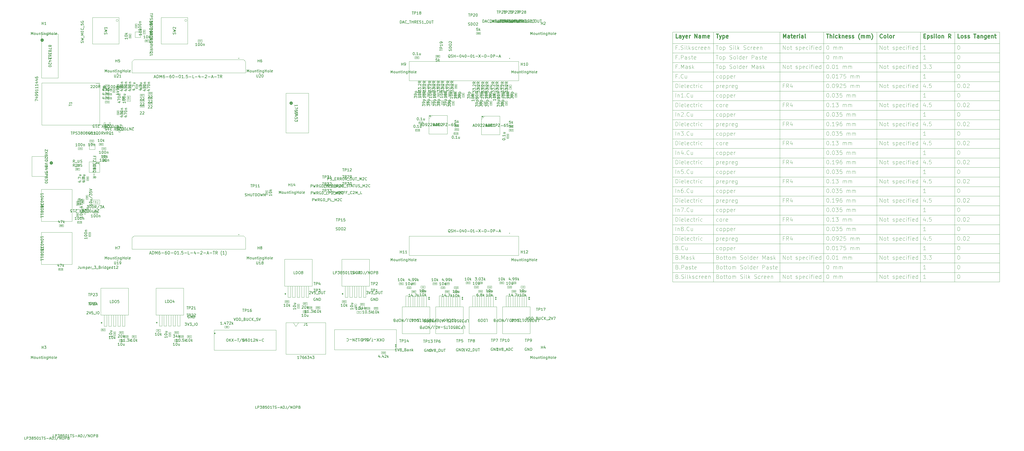
<source format=gbr>
%TF.GenerationSoftware,KiCad,Pcbnew,9.0.2*%
%TF.CreationDate,2025-10-06T13:03:54-05:00*%
%TF.ProjectId,PSEC5_Ctrl_Board,50534543-355f-4437-9472-6c5f426f6172,rev?*%
%TF.SameCoordinates,Original*%
%TF.FileFunction,AssemblyDrawing,Top*%
%FSLAX46Y46*%
G04 Gerber Fmt 4.6, Leading zero omitted, Abs format (unit mm)*
G04 Created by KiCad (PCBNEW 9.0.2) date 2025-10-06 13:03:54*
%MOMM*%
%LPD*%
G01*
G04 APERTURE LIST*
%ADD10C,0.100000*%
%ADD11C,0.300000*%
%ADD12C,0.150000*%
%ADD13C,0.060000*%
%ADD14C,0.120000*%
%ADD15C,0.140000*%
%ADD16C,0.080000*%
%ADD17C,0.040000*%
%ADD18C,0.025400*%
%ADD19C,0.508000*%
%ADD20C,0.200000*%
G04 APERTURE END LIST*
D10*
X411171431Y-45720000D02*
X411171431Y-140178000D01*
X304800000Y-132966000D02*
X428128575Y-132966000D01*
X304800000Y-122148000D02*
X428128575Y-122148000D01*
X304800000Y-104118000D02*
X428128575Y-104118000D01*
X304800000Y-125754000D02*
X428128575Y-125754000D01*
X304800000Y-53634000D02*
X428128575Y-53634000D01*
X304800000Y-140178000D02*
X428128575Y-140178000D01*
X304800000Y-60846000D02*
X428128575Y-60846000D01*
X304800000Y-136572000D02*
X428128575Y-136572000D01*
X320185714Y-45720000D02*
X320185714Y-140178000D01*
X304800000Y-86088000D02*
X428128575Y-86088000D01*
X304800000Y-107724000D02*
X428128575Y-107724000D01*
X304800000Y-129360000D02*
X428128575Y-129360000D01*
X304800000Y-82482000D02*
X428128575Y-82482000D01*
X304800000Y-45720000D02*
X428128575Y-45720000D01*
X304800000Y-111330000D02*
X428128575Y-111330000D01*
X304800000Y-93300000D02*
X428128575Y-93300000D01*
X304800000Y-96906000D02*
X428128575Y-96906000D01*
X428128575Y-45720000D02*
X428128575Y-140178000D01*
X304800000Y-64452000D02*
X428128575Y-64452000D01*
X304800000Y-71664000D02*
X428128575Y-71664000D01*
X345257142Y-45720000D02*
X345257142Y-140178000D01*
X304800000Y-75270000D02*
X428128575Y-75270000D01*
X398285716Y-45720000D02*
X398285716Y-140178000D01*
X304800000Y-89694000D02*
X428128575Y-89694000D01*
X304800000Y-57240000D02*
X428128575Y-57240000D01*
X304800000Y-45720000D02*
X304800000Y-140178000D01*
X361757143Y-45720000D02*
X361757143Y-140178000D01*
X304800000Y-78876000D02*
X428128575Y-78876000D01*
X304800000Y-114936000D02*
X428128575Y-114936000D01*
X304800000Y-68058000D02*
X428128575Y-68058000D01*
X381785715Y-45720000D02*
X381785715Y-140178000D01*
X304800000Y-118542000D02*
X428128575Y-118542000D01*
X304800000Y-100512000D02*
X428128575Y-100512000D01*
X304800000Y-50028000D02*
X428128575Y-50028000D01*
X363215789Y-90510228D02*
X363358646Y-90510228D01*
X363358646Y-90510228D02*
X363501503Y-90581657D01*
X363501503Y-90581657D02*
X363572932Y-90653085D01*
X363572932Y-90653085D02*
X363644360Y-90795942D01*
X363644360Y-90795942D02*
X363715789Y-91081657D01*
X363715789Y-91081657D02*
X363715789Y-91438800D01*
X363715789Y-91438800D02*
X363644360Y-91724514D01*
X363644360Y-91724514D02*
X363572932Y-91867371D01*
X363572932Y-91867371D02*
X363501503Y-91938800D01*
X363501503Y-91938800D02*
X363358646Y-92010228D01*
X363358646Y-92010228D02*
X363215789Y-92010228D01*
X363215789Y-92010228D02*
X363072932Y-91938800D01*
X363072932Y-91938800D02*
X363001503Y-91867371D01*
X363001503Y-91867371D02*
X362930074Y-91724514D01*
X362930074Y-91724514D02*
X362858646Y-91438800D01*
X362858646Y-91438800D02*
X362858646Y-91081657D01*
X362858646Y-91081657D02*
X362930074Y-90795942D01*
X362930074Y-90795942D02*
X363001503Y-90653085D01*
X363001503Y-90653085D02*
X363072932Y-90581657D01*
X363072932Y-90581657D02*
X363215789Y-90510228D01*
X364358645Y-91867371D02*
X364430074Y-91938800D01*
X364430074Y-91938800D02*
X364358645Y-92010228D01*
X364358645Y-92010228D02*
X364287217Y-91938800D01*
X364287217Y-91938800D02*
X364358645Y-91867371D01*
X364358645Y-91867371D02*
X364358645Y-92010228D01*
X365358646Y-90510228D02*
X365501503Y-90510228D01*
X365501503Y-90510228D02*
X365644360Y-90581657D01*
X365644360Y-90581657D02*
X365715789Y-90653085D01*
X365715789Y-90653085D02*
X365787217Y-90795942D01*
X365787217Y-90795942D02*
X365858646Y-91081657D01*
X365858646Y-91081657D02*
X365858646Y-91438800D01*
X365858646Y-91438800D02*
X365787217Y-91724514D01*
X365787217Y-91724514D02*
X365715789Y-91867371D01*
X365715789Y-91867371D02*
X365644360Y-91938800D01*
X365644360Y-91938800D02*
X365501503Y-92010228D01*
X365501503Y-92010228D02*
X365358646Y-92010228D01*
X365358646Y-92010228D02*
X365215789Y-91938800D01*
X365215789Y-91938800D02*
X365144360Y-91867371D01*
X365144360Y-91867371D02*
X365072931Y-91724514D01*
X365072931Y-91724514D02*
X365001503Y-91438800D01*
X365001503Y-91438800D02*
X365001503Y-91081657D01*
X365001503Y-91081657D02*
X365072931Y-90795942D01*
X365072931Y-90795942D02*
X365144360Y-90653085D01*
X365144360Y-90653085D02*
X365215789Y-90581657D01*
X365215789Y-90581657D02*
X365358646Y-90510228D01*
X366358645Y-90510228D02*
X367287217Y-90510228D01*
X367287217Y-90510228D02*
X366787217Y-91081657D01*
X366787217Y-91081657D02*
X367001502Y-91081657D01*
X367001502Y-91081657D02*
X367144360Y-91153085D01*
X367144360Y-91153085D02*
X367215788Y-91224514D01*
X367215788Y-91224514D02*
X367287217Y-91367371D01*
X367287217Y-91367371D02*
X367287217Y-91724514D01*
X367287217Y-91724514D02*
X367215788Y-91867371D01*
X367215788Y-91867371D02*
X367144360Y-91938800D01*
X367144360Y-91938800D02*
X367001502Y-92010228D01*
X367001502Y-92010228D02*
X366572931Y-92010228D01*
X366572931Y-92010228D02*
X366430074Y-91938800D01*
X366430074Y-91938800D02*
X366358645Y-91867371D01*
X368644359Y-90510228D02*
X367930073Y-90510228D01*
X367930073Y-90510228D02*
X367858645Y-91224514D01*
X367858645Y-91224514D02*
X367930073Y-91153085D01*
X367930073Y-91153085D02*
X368072931Y-91081657D01*
X368072931Y-91081657D02*
X368430073Y-91081657D01*
X368430073Y-91081657D02*
X368572931Y-91153085D01*
X368572931Y-91153085D02*
X368644359Y-91224514D01*
X368644359Y-91224514D02*
X368715788Y-91367371D01*
X368715788Y-91367371D02*
X368715788Y-91724514D01*
X368715788Y-91724514D02*
X368644359Y-91867371D01*
X368644359Y-91867371D02*
X368572931Y-91938800D01*
X368572931Y-91938800D02*
X368430073Y-92010228D01*
X368430073Y-92010228D02*
X368072931Y-92010228D01*
X368072931Y-92010228D02*
X367930073Y-91938800D01*
X367930073Y-91938800D02*
X367858645Y-91867371D01*
X370501501Y-92010228D02*
X370501501Y-91010228D01*
X370501501Y-91153085D02*
X370572930Y-91081657D01*
X370572930Y-91081657D02*
X370715787Y-91010228D01*
X370715787Y-91010228D02*
X370930073Y-91010228D01*
X370930073Y-91010228D02*
X371072930Y-91081657D01*
X371072930Y-91081657D02*
X371144359Y-91224514D01*
X371144359Y-91224514D02*
X371144359Y-92010228D01*
X371144359Y-91224514D02*
X371215787Y-91081657D01*
X371215787Y-91081657D02*
X371358644Y-91010228D01*
X371358644Y-91010228D02*
X371572930Y-91010228D01*
X371572930Y-91010228D02*
X371715787Y-91081657D01*
X371715787Y-91081657D02*
X371787216Y-91224514D01*
X371787216Y-91224514D02*
X371787216Y-92010228D01*
X372501501Y-92010228D02*
X372501501Y-91010228D01*
X372501501Y-91153085D02*
X372572930Y-91081657D01*
X372572930Y-91081657D02*
X372715787Y-91010228D01*
X372715787Y-91010228D02*
X372930073Y-91010228D01*
X372930073Y-91010228D02*
X373072930Y-91081657D01*
X373072930Y-91081657D02*
X373144359Y-91224514D01*
X373144359Y-91224514D02*
X373144359Y-92010228D01*
X373144359Y-91224514D02*
X373215787Y-91081657D01*
X373215787Y-91081657D02*
X373358644Y-91010228D01*
X373358644Y-91010228D02*
X373572930Y-91010228D01*
X373572930Y-91010228D02*
X373715787Y-91081657D01*
X373715787Y-91081657D02*
X373787216Y-91224514D01*
X373787216Y-91224514D02*
X373787216Y-92010228D01*
X346930073Y-123678514D02*
X346430073Y-123678514D01*
X346430073Y-124464228D02*
X346430073Y-122964228D01*
X346430073Y-122964228D02*
X347144359Y-122964228D01*
X348572930Y-124464228D02*
X348072930Y-123749942D01*
X347715787Y-124464228D02*
X347715787Y-122964228D01*
X347715787Y-122964228D02*
X348287216Y-122964228D01*
X348287216Y-122964228D02*
X348430073Y-123035657D01*
X348430073Y-123035657D02*
X348501502Y-123107085D01*
X348501502Y-123107085D02*
X348572930Y-123249942D01*
X348572930Y-123249942D02*
X348572930Y-123464228D01*
X348572930Y-123464228D02*
X348501502Y-123607085D01*
X348501502Y-123607085D02*
X348430073Y-123678514D01*
X348430073Y-123678514D02*
X348287216Y-123749942D01*
X348287216Y-123749942D02*
X347715787Y-123749942D01*
X349858645Y-123464228D02*
X349858645Y-124464228D01*
X349501502Y-122892800D02*
X349144359Y-123964228D01*
X349144359Y-123964228D02*
X350072930Y-123964228D01*
X400244362Y-138888228D02*
X399387219Y-138888228D01*
X399815790Y-138888228D02*
X399815790Y-137388228D01*
X399815790Y-137388228D02*
X399672933Y-137602514D01*
X399672933Y-137602514D02*
X399530076Y-137745371D01*
X399530076Y-137745371D02*
X399387219Y-137816800D01*
X322001503Y-77514800D02*
X321858645Y-77586228D01*
X321858645Y-77586228D02*
X321572931Y-77586228D01*
X321572931Y-77586228D02*
X321430074Y-77514800D01*
X321430074Y-77514800D02*
X321358645Y-77443371D01*
X321358645Y-77443371D02*
X321287217Y-77300514D01*
X321287217Y-77300514D02*
X321287217Y-76871942D01*
X321287217Y-76871942D02*
X321358645Y-76729085D01*
X321358645Y-76729085D02*
X321430074Y-76657657D01*
X321430074Y-76657657D02*
X321572931Y-76586228D01*
X321572931Y-76586228D02*
X321858645Y-76586228D01*
X321858645Y-76586228D02*
X322001503Y-76657657D01*
X322858645Y-77586228D02*
X322715788Y-77514800D01*
X322715788Y-77514800D02*
X322644359Y-77443371D01*
X322644359Y-77443371D02*
X322572931Y-77300514D01*
X322572931Y-77300514D02*
X322572931Y-76871942D01*
X322572931Y-76871942D02*
X322644359Y-76729085D01*
X322644359Y-76729085D02*
X322715788Y-76657657D01*
X322715788Y-76657657D02*
X322858645Y-76586228D01*
X322858645Y-76586228D02*
X323072931Y-76586228D01*
X323072931Y-76586228D02*
X323215788Y-76657657D01*
X323215788Y-76657657D02*
X323287217Y-76729085D01*
X323287217Y-76729085D02*
X323358645Y-76871942D01*
X323358645Y-76871942D02*
X323358645Y-77300514D01*
X323358645Y-77300514D02*
X323287217Y-77443371D01*
X323287217Y-77443371D02*
X323215788Y-77514800D01*
X323215788Y-77514800D02*
X323072931Y-77586228D01*
X323072931Y-77586228D02*
X322858645Y-77586228D01*
X324001502Y-76586228D02*
X324001502Y-78086228D01*
X324001502Y-76657657D02*
X324144360Y-76586228D01*
X324144360Y-76586228D02*
X324430074Y-76586228D01*
X324430074Y-76586228D02*
X324572931Y-76657657D01*
X324572931Y-76657657D02*
X324644360Y-76729085D01*
X324644360Y-76729085D02*
X324715788Y-76871942D01*
X324715788Y-76871942D02*
X324715788Y-77300514D01*
X324715788Y-77300514D02*
X324644360Y-77443371D01*
X324644360Y-77443371D02*
X324572931Y-77514800D01*
X324572931Y-77514800D02*
X324430074Y-77586228D01*
X324430074Y-77586228D02*
X324144360Y-77586228D01*
X324144360Y-77586228D02*
X324001502Y-77514800D01*
X325358645Y-76586228D02*
X325358645Y-78086228D01*
X325358645Y-76657657D02*
X325501503Y-76586228D01*
X325501503Y-76586228D02*
X325787217Y-76586228D01*
X325787217Y-76586228D02*
X325930074Y-76657657D01*
X325930074Y-76657657D02*
X326001503Y-76729085D01*
X326001503Y-76729085D02*
X326072931Y-76871942D01*
X326072931Y-76871942D02*
X326072931Y-77300514D01*
X326072931Y-77300514D02*
X326001503Y-77443371D01*
X326001503Y-77443371D02*
X325930074Y-77514800D01*
X325930074Y-77514800D02*
X325787217Y-77586228D01*
X325787217Y-77586228D02*
X325501503Y-77586228D01*
X325501503Y-77586228D02*
X325358645Y-77514800D01*
X327287217Y-77514800D02*
X327144360Y-77586228D01*
X327144360Y-77586228D02*
X326858646Y-77586228D01*
X326858646Y-77586228D02*
X326715788Y-77514800D01*
X326715788Y-77514800D02*
X326644360Y-77371942D01*
X326644360Y-77371942D02*
X326644360Y-76800514D01*
X326644360Y-76800514D02*
X326715788Y-76657657D01*
X326715788Y-76657657D02*
X326858646Y-76586228D01*
X326858646Y-76586228D02*
X327144360Y-76586228D01*
X327144360Y-76586228D02*
X327287217Y-76657657D01*
X327287217Y-76657657D02*
X327358646Y-76800514D01*
X327358646Y-76800514D02*
X327358646Y-76943371D01*
X327358646Y-76943371D02*
X326644360Y-77086228D01*
X328001502Y-77586228D02*
X328001502Y-76586228D01*
X328001502Y-76871942D02*
X328072931Y-76729085D01*
X328072931Y-76729085D02*
X328144360Y-76657657D01*
X328144360Y-76657657D02*
X328287217Y-76586228D01*
X328287217Y-76586228D02*
X328430074Y-76586228D01*
X412630077Y-97722228D02*
X412772934Y-97722228D01*
X412772934Y-97722228D02*
X412915791Y-97793657D01*
X412915791Y-97793657D02*
X412987220Y-97865085D01*
X412987220Y-97865085D02*
X413058648Y-98007942D01*
X413058648Y-98007942D02*
X413130077Y-98293657D01*
X413130077Y-98293657D02*
X413130077Y-98650800D01*
X413130077Y-98650800D02*
X413058648Y-98936514D01*
X413058648Y-98936514D02*
X412987220Y-99079371D01*
X412987220Y-99079371D02*
X412915791Y-99150800D01*
X412915791Y-99150800D02*
X412772934Y-99222228D01*
X412772934Y-99222228D02*
X412630077Y-99222228D01*
X412630077Y-99222228D02*
X412487220Y-99150800D01*
X412487220Y-99150800D02*
X412415791Y-99079371D01*
X412415791Y-99079371D02*
X412344362Y-98936514D01*
X412344362Y-98936514D02*
X412272934Y-98650800D01*
X412272934Y-98650800D02*
X412272934Y-98293657D01*
X412272934Y-98293657D02*
X412344362Y-98007942D01*
X412344362Y-98007942D02*
X412415791Y-97865085D01*
X412415791Y-97865085D02*
X412487220Y-97793657D01*
X412487220Y-97793657D02*
X412630077Y-97722228D01*
X363215789Y-65268228D02*
X363358646Y-65268228D01*
X363358646Y-65268228D02*
X363501503Y-65339657D01*
X363501503Y-65339657D02*
X363572932Y-65411085D01*
X363572932Y-65411085D02*
X363644360Y-65553942D01*
X363644360Y-65553942D02*
X363715789Y-65839657D01*
X363715789Y-65839657D02*
X363715789Y-66196800D01*
X363715789Y-66196800D02*
X363644360Y-66482514D01*
X363644360Y-66482514D02*
X363572932Y-66625371D01*
X363572932Y-66625371D02*
X363501503Y-66696800D01*
X363501503Y-66696800D02*
X363358646Y-66768228D01*
X363358646Y-66768228D02*
X363215789Y-66768228D01*
X363215789Y-66768228D02*
X363072932Y-66696800D01*
X363072932Y-66696800D02*
X363001503Y-66625371D01*
X363001503Y-66625371D02*
X362930074Y-66482514D01*
X362930074Y-66482514D02*
X362858646Y-66196800D01*
X362858646Y-66196800D02*
X362858646Y-65839657D01*
X362858646Y-65839657D02*
X362930074Y-65553942D01*
X362930074Y-65553942D02*
X363001503Y-65411085D01*
X363001503Y-65411085D02*
X363072932Y-65339657D01*
X363072932Y-65339657D02*
X363215789Y-65268228D01*
X364358645Y-66625371D02*
X364430074Y-66696800D01*
X364430074Y-66696800D02*
X364358645Y-66768228D01*
X364358645Y-66768228D02*
X364287217Y-66696800D01*
X364287217Y-66696800D02*
X364358645Y-66625371D01*
X364358645Y-66625371D02*
X364358645Y-66768228D01*
X365358646Y-65268228D02*
X365501503Y-65268228D01*
X365501503Y-65268228D02*
X365644360Y-65339657D01*
X365644360Y-65339657D02*
X365715789Y-65411085D01*
X365715789Y-65411085D02*
X365787217Y-65553942D01*
X365787217Y-65553942D02*
X365858646Y-65839657D01*
X365858646Y-65839657D02*
X365858646Y-66196800D01*
X365858646Y-66196800D02*
X365787217Y-66482514D01*
X365787217Y-66482514D02*
X365715789Y-66625371D01*
X365715789Y-66625371D02*
X365644360Y-66696800D01*
X365644360Y-66696800D02*
X365501503Y-66768228D01*
X365501503Y-66768228D02*
X365358646Y-66768228D01*
X365358646Y-66768228D02*
X365215789Y-66696800D01*
X365215789Y-66696800D02*
X365144360Y-66625371D01*
X365144360Y-66625371D02*
X365072931Y-66482514D01*
X365072931Y-66482514D02*
X365001503Y-66196800D01*
X365001503Y-66196800D02*
X365001503Y-65839657D01*
X365001503Y-65839657D02*
X365072931Y-65553942D01*
X365072931Y-65553942D02*
X365144360Y-65411085D01*
X365144360Y-65411085D02*
X365215789Y-65339657D01*
X365215789Y-65339657D02*
X365358646Y-65268228D01*
X366572931Y-66768228D02*
X366858645Y-66768228D01*
X366858645Y-66768228D02*
X367001502Y-66696800D01*
X367001502Y-66696800D02*
X367072931Y-66625371D01*
X367072931Y-66625371D02*
X367215788Y-66411085D01*
X367215788Y-66411085D02*
X367287217Y-66125371D01*
X367287217Y-66125371D02*
X367287217Y-65553942D01*
X367287217Y-65553942D02*
X367215788Y-65411085D01*
X367215788Y-65411085D02*
X367144360Y-65339657D01*
X367144360Y-65339657D02*
X367001502Y-65268228D01*
X367001502Y-65268228D02*
X366715788Y-65268228D01*
X366715788Y-65268228D02*
X366572931Y-65339657D01*
X366572931Y-65339657D02*
X366501502Y-65411085D01*
X366501502Y-65411085D02*
X366430074Y-65553942D01*
X366430074Y-65553942D02*
X366430074Y-65911085D01*
X366430074Y-65911085D02*
X366501502Y-66053942D01*
X366501502Y-66053942D02*
X366572931Y-66125371D01*
X366572931Y-66125371D02*
X366715788Y-66196800D01*
X366715788Y-66196800D02*
X367001502Y-66196800D01*
X367001502Y-66196800D02*
X367144360Y-66125371D01*
X367144360Y-66125371D02*
X367215788Y-66053942D01*
X367215788Y-66053942D02*
X367287217Y-65911085D01*
X367858645Y-65411085D02*
X367930073Y-65339657D01*
X367930073Y-65339657D02*
X368072931Y-65268228D01*
X368072931Y-65268228D02*
X368430073Y-65268228D01*
X368430073Y-65268228D02*
X368572931Y-65339657D01*
X368572931Y-65339657D02*
X368644359Y-65411085D01*
X368644359Y-65411085D02*
X368715788Y-65553942D01*
X368715788Y-65553942D02*
X368715788Y-65696800D01*
X368715788Y-65696800D02*
X368644359Y-65911085D01*
X368644359Y-65911085D02*
X367787216Y-66768228D01*
X367787216Y-66768228D02*
X368715788Y-66768228D01*
X370072930Y-65268228D02*
X369358644Y-65268228D01*
X369358644Y-65268228D02*
X369287216Y-65982514D01*
X369287216Y-65982514D02*
X369358644Y-65911085D01*
X369358644Y-65911085D02*
X369501502Y-65839657D01*
X369501502Y-65839657D02*
X369858644Y-65839657D01*
X369858644Y-65839657D02*
X370001502Y-65911085D01*
X370001502Y-65911085D02*
X370072930Y-65982514D01*
X370072930Y-65982514D02*
X370144359Y-66125371D01*
X370144359Y-66125371D02*
X370144359Y-66482514D01*
X370144359Y-66482514D02*
X370072930Y-66625371D01*
X370072930Y-66625371D02*
X370001502Y-66696800D01*
X370001502Y-66696800D02*
X369858644Y-66768228D01*
X369858644Y-66768228D02*
X369501502Y-66768228D01*
X369501502Y-66768228D02*
X369358644Y-66696800D01*
X369358644Y-66696800D02*
X369287216Y-66625371D01*
X371930072Y-66768228D02*
X371930072Y-65768228D01*
X371930072Y-65911085D02*
X372001501Y-65839657D01*
X372001501Y-65839657D02*
X372144358Y-65768228D01*
X372144358Y-65768228D02*
X372358644Y-65768228D01*
X372358644Y-65768228D02*
X372501501Y-65839657D01*
X372501501Y-65839657D02*
X372572930Y-65982514D01*
X372572930Y-65982514D02*
X372572930Y-66768228D01*
X372572930Y-65982514D02*
X372644358Y-65839657D01*
X372644358Y-65839657D02*
X372787215Y-65768228D01*
X372787215Y-65768228D02*
X373001501Y-65768228D01*
X373001501Y-65768228D02*
X373144358Y-65839657D01*
X373144358Y-65839657D02*
X373215787Y-65982514D01*
X373215787Y-65982514D02*
X373215787Y-66768228D01*
X373930072Y-66768228D02*
X373930072Y-65768228D01*
X373930072Y-65911085D02*
X374001501Y-65839657D01*
X374001501Y-65839657D02*
X374144358Y-65768228D01*
X374144358Y-65768228D02*
X374358644Y-65768228D01*
X374358644Y-65768228D02*
X374501501Y-65839657D01*
X374501501Y-65839657D02*
X374572930Y-65982514D01*
X374572930Y-65982514D02*
X374572930Y-66768228D01*
X374572930Y-65982514D02*
X374644358Y-65839657D01*
X374644358Y-65839657D02*
X374787215Y-65768228D01*
X374787215Y-65768228D02*
X375001501Y-65768228D01*
X375001501Y-65768228D02*
X375144358Y-65839657D01*
X375144358Y-65839657D02*
X375215787Y-65982514D01*
X375215787Y-65982514D02*
X375215787Y-66768228D01*
X305972931Y-99222228D02*
X305972931Y-97722228D01*
X306687217Y-98222228D02*
X306687217Y-99222228D01*
X306687217Y-98365085D02*
X306758646Y-98293657D01*
X306758646Y-98293657D02*
X306901503Y-98222228D01*
X306901503Y-98222228D02*
X307115789Y-98222228D01*
X307115789Y-98222228D02*
X307258646Y-98293657D01*
X307258646Y-98293657D02*
X307330075Y-98436514D01*
X307330075Y-98436514D02*
X307330075Y-99222228D01*
X308758646Y-97722228D02*
X308044360Y-97722228D01*
X308044360Y-97722228D02*
X307972932Y-98436514D01*
X307972932Y-98436514D02*
X308044360Y-98365085D01*
X308044360Y-98365085D02*
X308187218Y-98293657D01*
X308187218Y-98293657D02*
X308544360Y-98293657D01*
X308544360Y-98293657D02*
X308687218Y-98365085D01*
X308687218Y-98365085D02*
X308758646Y-98436514D01*
X308758646Y-98436514D02*
X308830075Y-98579371D01*
X308830075Y-98579371D02*
X308830075Y-98936514D01*
X308830075Y-98936514D02*
X308758646Y-99079371D01*
X308758646Y-99079371D02*
X308687218Y-99150800D01*
X308687218Y-99150800D02*
X308544360Y-99222228D01*
X308544360Y-99222228D02*
X308187218Y-99222228D01*
X308187218Y-99222228D02*
X308044360Y-99150800D01*
X308044360Y-99150800D02*
X307972932Y-99079371D01*
X309472931Y-99079371D02*
X309544360Y-99150800D01*
X309544360Y-99150800D02*
X309472931Y-99222228D01*
X309472931Y-99222228D02*
X309401503Y-99150800D01*
X309401503Y-99150800D02*
X309472931Y-99079371D01*
X309472931Y-99079371D02*
X309472931Y-99222228D01*
X311044360Y-99079371D02*
X310972932Y-99150800D01*
X310972932Y-99150800D02*
X310758646Y-99222228D01*
X310758646Y-99222228D02*
X310615789Y-99222228D01*
X310615789Y-99222228D02*
X310401503Y-99150800D01*
X310401503Y-99150800D02*
X310258646Y-99007942D01*
X310258646Y-99007942D02*
X310187217Y-98865085D01*
X310187217Y-98865085D02*
X310115789Y-98579371D01*
X310115789Y-98579371D02*
X310115789Y-98365085D01*
X310115789Y-98365085D02*
X310187217Y-98079371D01*
X310187217Y-98079371D02*
X310258646Y-97936514D01*
X310258646Y-97936514D02*
X310401503Y-97793657D01*
X310401503Y-97793657D02*
X310615789Y-97722228D01*
X310615789Y-97722228D02*
X310758646Y-97722228D01*
X310758646Y-97722228D02*
X310972932Y-97793657D01*
X310972932Y-97793657D02*
X311044360Y-97865085D01*
X312330075Y-98222228D02*
X312330075Y-99222228D01*
X311687217Y-98222228D02*
X311687217Y-99007942D01*
X311687217Y-99007942D02*
X311758646Y-99150800D01*
X311758646Y-99150800D02*
X311901503Y-99222228D01*
X311901503Y-99222228D02*
X312115789Y-99222228D01*
X312115789Y-99222228D02*
X312258646Y-99150800D01*
X312258646Y-99150800D02*
X312330075Y-99079371D01*
X305972931Y-110040228D02*
X305972931Y-108540228D01*
X305972931Y-108540228D02*
X306330074Y-108540228D01*
X306330074Y-108540228D02*
X306544360Y-108611657D01*
X306544360Y-108611657D02*
X306687217Y-108754514D01*
X306687217Y-108754514D02*
X306758646Y-108897371D01*
X306758646Y-108897371D02*
X306830074Y-109183085D01*
X306830074Y-109183085D02*
X306830074Y-109397371D01*
X306830074Y-109397371D02*
X306758646Y-109683085D01*
X306758646Y-109683085D02*
X306687217Y-109825942D01*
X306687217Y-109825942D02*
X306544360Y-109968800D01*
X306544360Y-109968800D02*
X306330074Y-110040228D01*
X306330074Y-110040228D02*
X305972931Y-110040228D01*
X307472931Y-110040228D02*
X307472931Y-109040228D01*
X307472931Y-108540228D02*
X307401503Y-108611657D01*
X307401503Y-108611657D02*
X307472931Y-108683085D01*
X307472931Y-108683085D02*
X307544360Y-108611657D01*
X307544360Y-108611657D02*
X307472931Y-108540228D01*
X307472931Y-108540228D02*
X307472931Y-108683085D01*
X308758646Y-109968800D02*
X308615789Y-110040228D01*
X308615789Y-110040228D02*
X308330075Y-110040228D01*
X308330075Y-110040228D02*
X308187217Y-109968800D01*
X308187217Y-109968800D02*
X308115789Y-109825942D01*
X308115789Y-109825942D02*
X308115789Y-109254514D01*
X308115789Y-109254514D02*
X308187217Y-109111657D01*
X308187217Y-109111657D02*
X308330075Y-109040228D01*
X308330075Y-109040228D02*
X308615789Y-109040228D01*
X308615789Y-109040228D02*
X308758646Y-109111657D01*
X308758646Y-109111657D02*
X308830075Y-109254514D01*
X308830075Y-109254514D02*
X308830075Y-109397371D01*
X308830075Y-109397371D02*
X308115789Y-109540228D01*
X309687217Y-110040228D02*
X309544360Y-109968800D01*
X309544360Y-109968800D02*
X309472931Y-109825942D01*
X309472931Y-109825942D02*
X309472931Y-108540228D01*
X310830074Y-109968800D02*
X310687217Y-110040228D01*
X310687217Y-110040228D02*
X310401503Y-110040228D01*
X310401503Y-110040228D02*
X310258645Y-109968800D01*
X310258645Y-109968800D02*
X310187217Y-109825942D01*
X310187217Y-109825942D02*
X310187217Y-109254514D01*
X310187217Y-109254514D02*
X310258645Y-109111657D01*
X310258645Y-109111657D02*
X310401503Y-109040228D01*
X310401503Y-109040228D02*
X310687217Y-109040228D01*
X310687217Y-109040228D02*
X310830074Y-109111657D01*
X310830074Y-109111657D02*
X310901503Y-109254514D01*
X310901503Y-109254514D02*
X310901503Y-109397371D01*
X310901503Y-109397371D02*
X310187217Y-109540228D01*
X312187217Y-109968800D02*
X312044359Y-110040228D01*
X312044359Y-110040228D02*
X311758645Y-110040228D01*
X311758645Y-110040228D02*
X311615788Y-109968800D01*
X311615788Y-109968800D02*
X311544359Y-109897371D01*
X311544359Y-109897371D02*
X311472931Y-109754514D01*
X311472931Y-109754514D02*
X311472931Y-109325942D01*
X311472931Y-109325942D02*
X311544359Y-109183085D01*
X311544359Y-109183085D02*
X311615788Y-109111657D01*
X311615788Y-109111657D02*
X311758645Y-109040228D01*
X311758645Y-109040228D02*
X312044359Y-109040228D01*
X312044359Y-109040228D02*
X312187217Y-109111657D01*
X312615788Y-109040228D02*
X313187216Y-109040228D01*
X312830073Y-108540228D02*
X312830073Y-109825942D01*
X312830073Y-109825942D02*
X312901502Y-109968800D01*
X312901502Y-109968800D02*
X313044359Y-110040228D01*
X313044359Y-110040228D02*
X313187216Y-110040228D01*
X313687216Y-110040228D02*
X313687216Y-109040228D01*
X313687216Y-109325942D02*
X313758645Y-109183085D01*
X313758645Y-109183085D02*
X313830074Y-109111657D01*
X313830074Y-109111657D02*
X313972931Y-109040228D01*
X313972931Y-109040228D02*
X314115788Y-109040228D01*
X314615787Y-110040228D02*
X314615787Y-109040228D01*
X314615787Y-108540228D02*
X314544359Y-108611657D01*
X314544359Y-108611657D02*
X314615787Y-108683085D01*
X314615787Y-108683085D02*
X314687216Y-108611657D01*
X314687216Y-108611657D02*
X314615787Y-108540228D01*
X314615787Y-108540228D02*
X314615787Y-108683085D01*
X315972931Y-109968800D02*
X315830073Y-110040228D01*
X315830073Y-110040228D02*
X315544359Y-110040228D01*
X315544359Y-110040228D02*
X315401502Y-109968800D01*
X315401502Y-109968800D02*
X315330073Y-109897371D01*
X315330073Y-109897371D02*
X315258645Y-109754514D01*
X315258645Y-109754514D02*
X315258645Y-109325942D01*
X315258645Y-109325942D02*
X315330073Y-109183085D01*
X315330073Y-109183085D02*
X315401502Y-109111657D01*
X315401502Y-109111657D02*
X315544359Y-109040228D01*
X315544359Y-109040228D02*
X315830073Y-109040228D01*
X315830073Y-109040228D02*
X315972931Y-109111657D01*
D11*
X346561652Y-48025828D02*
X346561652Y-46525828D01*
X346561652Y-46525828D02*
X347061652Y-47597257D01*
X347061652Y-47597257D02*
X347561652Y-46525828D01*
X347561652Y-46525828D02*
X347561652Y-48025828D01*
X348918796Y-48025828D02*
X348918796Y-47240114D01*
X348918796Y-47240114D02*
X348847367Y-47097257D01*
X348847367Y-47097257D02*
X348704510Y-47025828D01*
X348704510Y-47025828D02*
X348418796Y-47025828D01*
X348418796Y-47025828D02*
X348275938Y-47097257D01*
X348918796Y-47954400D02*
X348775938Y-48025828D01*
X348775938Y-48025828D02*
X348418796Y-48025828D01*
X348418796Y-48025828D02*
X348275938Y-47954400D01*
X348275938Y-47954400D02*
X348204510Y-47811542D01*
X348204510Y-47811542D02*
X348204510Y-47668685D01*
X348204510Y-47668685D02*
X348275938Y-47525828D01*
X348275938Y-47525828D02*
X348418796Y-47454400D01*
X348418796Y-47454400D02*
X348775938Y-47454400D01*
X348775938Y-47454400D02*
X348918796Y-47382971D01*
X349418796Y-47025828D02*
X349990224Y-47025828D01*
X349633081Y-46525828D02*
X349633081Y-47811542D01*
X349633081Y-47811542D02*
X349704510Y-47954400D01*
X349704510Y-47954400D02*
X349847367Y-48025828D01*
X349847367Y-48025828D02*
X349990224Y-48025828D01*
X351061653Y-47954400D02*
X350918796Y-48025828D01*
X350918796Y-48025828D02*
X350633082Y-48025828D01*
X350633082Y-48025828D02*
X350490224Y-47954400D01*
X350490224Y-47954400D02*
X350418796Y-47811542D01*
X350418796Y-47811542D02*
X350418796Y-47240114D01*
X350418796Y-47240114D02*
X350490224Y-47097257D01*
X350490224Y-47097257D02*
X350633082Y-47025828D01*
X350633082Y-47025828D02*
X350918796Y-47025828D01*
X350918796Y-47025828D02*
X351061653Y-47097257D01*
X351061653Y-47097257D02*
X351133082Y-47240114D01*
X351133082Y-47240114D02*
X351133082Y-47382971D01*
X351133082Y-47382971D02*
X350418796Y-47525828D01*
X351775938Y-48025828D02*
X351775938Y-47025828D01*
X351775938Y-47311542D02*
X351847367Y-47168685D01*
X351847367Y-47168685D02*
X351918796Y-47097257D01*
X351918796Y-47097257D02*
X352061653Y-47025828D01*
X352061653Y-47025828D02*
X352204510Y-47025828D01*
X352704509Y-48025828D02*
X352704509Y-47025828D01*
X352704509Y-46525828D02*
X352633081Y-46597257D01*
X352633081Y-46597257D02*
X352704509Y-46668685D01*
X352704509Y-46668685D02*
X352775938Y-46597257D01*
X352775938Y-46597257D02*
X352704509Y-46525828D01*
X352704509Y-46525828D02*
X352704509Y-46668685D01*
X354061653Y-48025828D02*
X354061653Y-47240114D01*
X354061653Y-47240114D02*
X353990224Y-47097257D01*
X353990224Y-47097257D02*
X353847367Y-47025828D01*
X353847367Y-47025828D02*
X353561653Y-47025828D01*
X353561653Y-47025828D02*
X353418795Y-47097257D01*
X354061653Y-47954400D02*
X353918795Y-48025828D01*
X353918795Y-48025828D02*
X353561653Y-48025828D01*
X353561653Y-48025828D02*
X353418795Y-47954400D01*
X353418795Y-47954400D02*
X353347367Y-47811542D01*
X353347367Y-47811542D02*
X353347367Y-47668685D01*
X353347367Y-47668685D02*
X353418795Y-47525828D01*
X353418795Y-47525828D02*
X353561653Y-47454400D01*
X353561653Y-47454400D02*
X353918795Y-47454400D01*
X353918795Y-47454400D02*
X354061653Y-47382971D01*
X354990224Y-48025828D02*
X354847367Y-47954400D01*
X354847367Y-47954400D02*
X354775938Y-47811542D01*
X354775938Y-47811542D02*
X354775938Y-46525828D01*
D10*
X382958646Y-138888228D02*
X382958646Y-137388228D01*
X382958646Y-137388228D02*
X383815789Y-138888228D01*
X383815789Y-138888228D02*
X383815789Y-137388228D01*
X384744361Y-138888228D02*
X384601504Y-138816800D01*
X384601504Y-138816800D02*
X384530075Y-138745371D01*
X384530075Y-138745371D02*
X384458647Y-138602514D01*
X384458647Y-138602514D02*
X384458647Y-138173942D01*
X384458647Y-138173942D02*
X384530075Y-138031085D01*
X384530075Y-138031085D02*
X384601504Y-137959657D01*
X384601504Y-137959657D02*
X384744361Y-137888228D01*
X384744361Y-137888228D02*
X384958647Y-137888228D01*
X384958647Y-137888228D02*
X385101504Y-137959657D01*
X385101504Y-137959657D02*
X385172933Y-138031085D01*
X385172933Y-138031085D02*
X385244361Y-138173942D01*
X385244361Y-138173942D02*
X385244361Y-138602514D01*
X385244361Y-138602514D02*
X385172933Y-138745371D01*
X385172933Y-138745371D02*
X385101504Y-138816800D01*
X385101504Y-138816800D02*
X384958647Y-138888228D01*
X384958647Y-138888228D02*
X384744361Y-138888228D01*
X385672933Y-137888228D02*
X386244361Y-137888228D01*
X385887218Y-137388228D02*
X385887218Y-138673942D01*
X385887218Y-138673942D02*
X385958647Y-138816800D01*
X385958647Y-138816800D02*
X386101504Y-138888228D01*
X386101504Y-138888228D02*
X386244361Y-138888228D01*
X387815790Y-138816800D02*
X387958647Y-138888228D01*
X387958647Y-138888228D02*
X388244361Y-138888228D01*
X388244361Y-138888228D02*
X388387218Y-138816800D01*
X388387218Y-138816800D02*
X388458647Y-138673942D01*
X388458647Y-138673942D02*
X388458647Y-138602514D01*
X388458647Y-138602514D02*
X388387218Y-138459657D01*
X388387218Y-138459657D02*
X388244361Y-138388228D01*
X388244361Y-138388228D02*
X388030076Y-138388228D01*
X388030076Y-138388228D02*
X387887218Y-138316800D01*
X387887218Y-138316800D02*
X387815790Y-138173942D01*
X387815790Y-138173942D02*
X387815790Y-138102514D01*
X387815790Y-138102514D02*
X387887218Y-137959657D01*
X387887218Y-137959657D02*
X388030076Y-137888228D01*
X388030076Y-137888228D02*
X388244361Y-137888228D01*
X388244361Y-137888228D02*
X388387218Y-137959657D01*
X389101504Y-137888228D02*
X389101504Y-139388228D01*
X389101504Y-137959657D02*
X389244362Y-137888228D01*
X389244362Y-137888228D02*
X389530076Y-137888228D01*
X389530076Y-137888228D02*
X389672933Y-137959657D01*
X389672933Y-137959657D02*
X389744362Y-138031085D01*
X389744362Y-138031085D02*
X389815790Y-138173942D01*
X389815790Y-138173942D02*
X389815790Y-138602514D01*
X389815790Y-138602514D02*
X389744362Y-138745371D01*
X389744362Y-138745371D02*
X389672933Y-138816800D01*
X389672933Y-138816800D02*
X389530076Y-138888228D01*
X389530076Y-138888228D02*
X389244362Y-138888228D01*
X389244362Y-138888228D02*
X389101504Y-138816800D01*
X391030076Y-138816800D02*
X390887219Y-138888228D01*
X390887219Y-138888228D02*
X390601505Y-138888228D01*
X390601505Y-138888228D02*
X390458647Y-138816800D01*
X390458647Y-138816800D02*
X390387219Y-138673942D01*
X390387219Y-138673942D02*
X390387219Y-138102514D01*
X390387219Y-138102514D02*
X390458647Y-137959657D01*
X390458647Y-137959657D02*
X390601505Y-137888228D01*
X390601505Y-137888228D02*
X390887219Y-137888228D01*
X390887219Y-137888228D02*
X391030076Y-137959657D01*
X391030076Y-137959657D02*
X391101505Y-138102514D01*
X391101505Y-138102514D02*
X391101505Y-138245371D01*
X391101505Y-138245371D02*
X390387219Y-138388228D01*
X392387219Y-138816800D02*
X392244361Y-138888228D01*
X392244361Y-138888228D02*
X391958647Y-138888228D01*
X391958647Y-138888228D02*
X391815790Y-138816800D01*
X391815790Y-138816800D02*
X391744361Y-138745371D01*
X391744361Y-138745371D02*
X391672933Y-138602514D01*
X391672933Y-138602514D02*
X391672933Y-138173942D01*
X391672933Y-138173942D02*
X391744361Y-138031085D01*
X391744361Y-138031085D02*
X391815790Y-137959657D01*
X391815790Y-137959657D02*
X391958647Y-137888228D01*
X391958647Y-137888228D02*
X392244361Y-137888228D01*
X392244361Y-137888228D02*
X392387219Y-137959657D01*
X393030075Y-138888228D02*
X393030075Y-137888228D01*
X393030075Y-137388228D02*
X392958647Y-137459657D01*
X392958647Y-137459657D02*
X393030075Y-137531085D01*
X393030075Y-137531085D02*
X393101504Y-137459657D01*
X393101504Y-137459657D02*
X393030075Y-137388228D01*
X393030075Y-137388228D02*
X393030075Y-137531085D01*
X393530076Y-137888228D02*
X394101504Y-137888228D01*
X393744361Y-138888228D02*
X393744361Y-137602514D01*
X393744361Y-137602514D02*
X393815790Y-137459657D01*
X393815790Y-137459657D02*
X393958647Y-137388228D01*
X393958647Y-137388228D02*
X394101504Y-137388228D01*
X394601504Y-138888228D02*
X394601504Y-137888228D01*
X394601504Y-137388228D02*
X394530076Y-137459657D01*
X394530076Y-137459657D02*
X394601504Y-137531085D01*
X394601504Y-137531085D02*
X394672933Y-137459657D01*
X394672933Y-137459657D02*
X394601504Y-137388228D01*
X394601504Y-137388228D02*
X394601504Y-137531085D01*
X395887219Y-138816800D02*
X395744362Y-138888228D01*
X395744362Y-138888228D02*
X395458648Y-138888228D01*
X395458648Y-138888228D02*
X395315790Y-138816800D01*
X395315790Y-138816800D02*
X395244362Y-138673942D01*
X395244362Y-138673942D02*
X395244362Y-138102514D01*
X395244362Y-138102514D02*
X395315790Y-137959657D01*
X395315790Y-137959657D02*
X395458648Y-137888228D01*
X395458648Y-137888228D02*
X395744362Y-137888228D01*
X395744362Y-137888228D02*
X395887219Y-137959657D01*
X395887219Y-137959657D02*
X395958648Y-138102514D01*
X395958648Y-138102514D02*
X395958648Y-138245371D01*
X395958648Y-138245371D02*
X395244362Y-138388228D01*
X397244362Y-138888228D02*
X397244362Y-137388228D01*
X397244362Y-138816800D02*
X397101504Y-138888228D01*
X397101504Y-138888228D02*
X396815790Y-138888228D01*
X396815790Y-138888228D02*
X396672933Y-138816800D01*
X396672933Y-138816800D02*
X396601504Y-138745371D01*
X396601504Y-138745371D02*
X396530076Y-138602514D01*
X396530076Y-138602514D02*
X396530076Y-138173942D01*
X396530076Y-138173942D02*
X396601504Y-138031085D01*
X396601504Y-138031085D02*
X396672933Y-137959657D01*
X396672933Y-137959657D02*
X396815790Y-137888228D01*
X396815790Y-137888228D02*
X397101504Y-137888228D01*
X397101504Y-137888228D02*
X397244362Y-137959657D01*
X412630077Y-108540228D02*
X412772934Y-108540228D01*
X412772934Y-108540228D02*
X412915791Y-108611657D01*
X412915791Y-108611657D02*
X412987220Y-108683085D01*
X412987220Y-108683085D02*
X413058648Y-108825942D01*
X413058648Y-108825942D02*
X413130077Y-109111657D01*
X413130077Y-109111657D02*
X413130077Y-109468800D01*
X413130077Y-109468800D02*
X413058648Y-109754514D01*
X413058648Y-109754514D02*
X412987220Y-109897371D01*
X412987220Y-109897371D02*
X412915791Y-109968800D01*
X412915791Y-109968800D02*
X412772934Y-110040228D01*
X412772934Y-110040228D02*
X412630077Y-110040228D01*
X412630077Y-110040228D02*
X412487220Y-109968800D01*
X412487220Y-109968800D02*
X412415791Y-109897371D01*
X412415791Y-109897371D02*
X412344362Y-109754514D01*
X412344362Y-109754514D02*
X412272934Y-109468800D01*
X412272934Y-109468800D02*
X412272934Y-109111657D01*
X412272934Y-109111657D02*
X412344362Y-108825942D01*
X412344362Y-108825942D02*
X412415791Y-108683085D01*
X412415791Y-108683085D02*
X412487220Y-108611657D01*
X412487220Y-108611657D02*
X412630077Y-108540228D01*
X413772933Y-109897371D02*
X413844362Y-109968800D01*
X413844362Y-109968800D02*
X413772933Y-110040228D01*
X413772933Y-110040228D02*
X413701505Y-109968800D01*
X413701505Y-109968800D02*
X413772933Y-109897371D01*
X413772933Y-109897371D02*
X413772933Y-110040228D01*
X414772934Y-108540228D02*
X414915791Y-108540228D01*
X414915791Y-108540228D02*
X415058648Y-108611657D01*
X415058648Y-108611657D02*
X415130077Y-108683085D01*
X415130077Y-108683085D02*
X415201505Y-108825942D01*
X415201505Y-108825942D02*
X415272934Y-109111657D01*
X415272934Y-109111657D02*
X415272934Y-109468800D01*
X415272934Y-109468800D02*
X415201505Y-109754514D01*
X415201505Y-109754514D02*
X415130077Y-109897371D01*
X415130077Y-109897371D02*
X415058648Y-109968800D01*
X415058648Y-109968800D02*
X414915791Y-110040228D01*
X414915791Y-110040228D02*
X414772934Y-110040228D01*
X414772934Y-110040228D02*
X414630077Y-109968800D01*
X414630077Y-109968800D02*
X414558648Y-109897371D01*
X414558648Y-109897371D02*
X414487219Y-109754514D01*
X414487219Y-109754514D02*
X414415791Y-109468800D01*
X414415791Y-109468800D02*
X414415791Y-109111657D01*
X414415791Y-109111657D02*
X414487219Y-108825942D01*
X414487219Y-108825942D02*
X414558648Y-108683085D01*
X414558648Y-108683085D02*
X414630077Y-108611657D01*
X414630077Y-108611657D02*
X414772934Y-108540228D01*
X415844362Y-108683085D02*
X415915790Y-108611657D01*
X415915790Y-108611657D02*
X416058648Y-108540228D01*
X416058648Y-108540228D02*
X416415790Y-108540228D01*
X416415790Y-108540228D02*
X416558648Y-108611657D01*
X416558648Y-108611657D02*
X416630076Y-108683085D01*
X416630076Y-108683085D02*
X416701505Y-108825942D01*
X416701505Y-108825942D02*
X416701505Y-108968800D01*
X416701505Y-108968800D02*
X416630076Y-109183085D01*
X416630076Y-109183085D02*
X415772933Y-110040228D01*
X415772933Y-110040228D02*
X416701505Y-110040228D01*
X382958646Y-88404228D02*
X382958646Y-86904228D01*
X382958646Y-86904228D02*
X383815789Y-88404228D01*
X383815789Y-88404228D02*
X383815789Y-86904228D01*
X384744361Y-88404228D02*
X384601504Y-88332800D01*
X384601504Y-88332800D02*
X384530075Y-88261371D01*
X384530075Y-88261371D02*
X384458647Y-88118514D01*
X384458647Y-88118514D02*
X384458647Y-87689942D01*
X384458647Y-87689942D02*
X384530075Y-87547085D01*
X384530075Y-87547085D02*
X384601504Y-87475657D01*
X384601504Y-87475657D02*
X384744361Y-87404228D01*
X384744361Y-87404228D02*
X384958647Y-87404228D01*
X384958647Y-87404228D02*
X385101504Y-87475657D01*
X385101504Y-87475657D02*
X385172933Y-87547085D01*
X385172933Y-87547085D02*
X385244361Y-87689942D01*
X385244361Y-87689942D02*
X385244361Y-88118514D01*
X385244361Y-88118514D02*
X385172933Y-88261371D01*
X385172933Y-88261371D02*
X385101504Y-88332800D01*
X385101504Y-88332800D02*
X384958647Y-88404228D01*
X384958647Y-88404228D02*
X384744361Y-88404228D01*
X385672933Y-87404228D02*
X386244361Y-87404228D01*
X385887218Y-86904228D02*
X385887218Y-88189942D01*
X385887218Y-88189942D02*
X385958647Y-88332800D01*
X385958647Y-88332800D02*
X386101504Y-88404228D01*
X386101504Y-88404228D02*
X386244361Y-88404228D01*
X387815790Y-88332800D02*
X387958647Y-88404228D01*
X387958647Y-88404228D02*
X388244361Y-88404228D01*
X388244361Y-88404228D02*
X388387218Y-88332800D01*
X388387218Y-88332800D02*
X388458647Y-88189942D01*
X388458647Y-88189942D02*
X388458647Y-88118514D01*
X388458647Y-88118514D02*
X388387218Y-87975657D01*
X388387218Y-87975657D02*
X388244361Y-87904228D01*
X388244361Y-87904228D02*
X388030076Y-87904228D01*
X388030076Y-87904228D02*
X387887218Y-87832800D01*
X387887218Y-87832800D02*
X387815790Y-87689942D01*
X387815790Y-87689942D02*
X387815790Y-87618514D01*
X387815790Y-87618514D02*
X387887218Y-87475657D01*
X387887218Y-87475657D02*
X388030076Y-87404228D01*
X388030076Y-87404228D02*
X388244361Y-87404228D01*
X388244361Y-87404228D02*
X388387218Y-87475657D01*
X389101504Y-87404228D02*
X389101504Y-88904228D01*
X389101504Y-87475657D02*
X389244362Y-87404228D01*
X389244362Y-87404228D02*
X389530076Y-87404228D01*
X389530076Y-87404228D02*
X389672933Y-87475657D01*
X389672933Y-87475657D02*
X389744362Y-87547085D01*
X389744362Y-87547085D02*
X389815790Y-87689942D01*
X389815790Y-87689942D02*
X389815790Y-88118514D01*
X389815790Y-88118514D02*
X389744362Y-88261371D01*
X389744362Y-88261371D02*
X389672933Y-88332800D01*
X389672933Y-88332800D02*
X389530076Y-88404228D01*
X389530076Y-88404228D02*
X389244362Y-88404228D01*
X389244362Y-88404228D02*
X389101504Y-88332800D01*
X391030076Y-88332800D02*
X390887219Y-88404228D01*
X390887219Y-88404228D02*
X390601505Y-88404228D01*
X390601505Y-88404228D02*
X390458647Y-88332800D01*
X390458647Y-88332800D02*
X390387219Y-88189942D01*
X390387219Y-88189942D02*
X390387219Y-87618514D01*
X390387219Y-87618514D02*
X390458647Y-87475657D01*
X390458647Y-87475657D02*
X390601505Y-87404228D01*
X390601505Y-87404228D02*
X390887219Y-87404228D01*
X390887219Y-87404228D02*
X391030076Y-87475657D01*
X391030076Y-87475657D02*
X391101505Y-87618514D01*
X391101505Y-87618514D02*
X391101505Y-87761371D01*
X391101505Y-87761371D02*
X390387219Y-87904228D01*
X392387219Y-88332800D02*
X392244361Y-88404228D01*
X392244361Y-88404228D02*
X391958647Y-88404228D01*
X391958647Y-88404228D02*
X391815790Y-88332800D01*
X391815790Y-88332800D02*
X391744361Y-88261371D01*
X391744361Y-88261371D02*
X391672933Y-88118514D01*
X391672933Y-88118514D02*
X391672933Y-87689942D01*
X391672933Y-87689942D02*
X391744361Y-87547085D01*
X391744361Y-87547085D02*
X391815790Y-87475657D01*
X391815790Y-87475657D02*
X391958647Y-87404228D01*
X391958647Y-87404228D02*
X392244361Y-87404228D01*
X392244361Y-87404228D02*
X392387219Y-87475657D01*
X393030075Y-88404228D02*
X393030075Y-87404228D01*
X393030075Y-86904228D02*
X392958647Y-86975657D01*
X392958647Y-86975657D02*
X393030075Y-87047085D01*
X393030075Y-87047085D02*
X393101504Y-86975657D01*
X393101504Y-86975657D02*
X393030075Y-86904228D01*
X393030075Y-86904228D02*
X393030075Y-87047085D01*
X393530076Y-87404228D02*
X394101504Y-87404228D01*
X393744361Y-88404228D02*
X393744361Y-87118514D01*
X393744361Y-87118514D02*
X393815790Y-86975657D01*
X393815790Y-86975657D02*
X393958647Y-86904228D01*
X393958647Y-86904228D02*
X394101504Y-86904228D01*
X394601504Y-88404228D02*
X394601504Y-87404228D01*
X394601504Y-86904228D02*
X394530076Y-86975657D01*
X394530076Y-86975657D02*
X394601504Y-87047085D01*
X394601504Y-87047085D02*
X394672933Y-86975657D01*
X394672933Y-86975657D02*
X394601504Y-86904228D01*
X394601504Y-86904228D02*
X394601504Y-87047085D01*
X395887219Y-88332800D02*
X395744362Y-88404228D01*
X395744362Y-88404228D02*
X395458648Y-88404228D01*
X395458648Y-88404228D02*
X395315790Y-88332800D01*
X395315790Y-88332800D02*
X395244362Y-88189942D01*
X395244362Y-88189942D02*
X395244362Y-87618514D01*
X395244362Y-87618514D02*
X395315790Y-87475657D01*
X395315790Y-87475657D02*
X395458648Y-87404228D01*
X395458648Y-87404228D02*
X395744362Y-87404228D01*
X395744362Y-87404228D02*
X395887219Y-87475657D01*
X395887219Y-87475657D02*
X395958648Y-87618514D01*
X395958648Y-87618514D02*
X395958648Y-87761371D01*
X395958648Y-87761371D02*
X395244362Y-87904228D01*
X397244362Y-88404228D02*
X397244362Y-86904228D01*
X397244362Y-88332800D02*
X397101504Y-88404228D01*
X397101504Y-88404228D02*
X396815790Y-88404228D01*
X396815790Y-88404228D02*
X396672933Y-88332800D01*
X396672933Y-88332800D02*
X396601504Y-88261371D01*
X396601504Y-88261371D02*
X396530076Y-88118514D01*
X396530076Y-88118514D02*
X396530076Y-87689942D01*
X396530076Y-87689942D02*
X396601504Y-87547085D01*
X396601504Y-87547085D02*
X396672933Y-87475657D01*
X396672933Y-87475657D02*
X396815790Y-87404228D01*
X396815790Y-87404228D02*
X397101504Y-87404228D01*
X397101504Y-87404228D02*
X397244362Y-87475657D01*
X306472931Y-138102514D02*
X306687217Y-138173942D01*
X306687217Y-138173942D02*
X306758646Y-138245371D01*
X306758646Y-138245371D02*
X306830074Y-138388228D01*
X306830074Y-138388228D02*
X306830074Y-138602514D01*
X306830074Y-138602514D02*
X306758646Y-138745371D01*
X306758646Y-138745371D02*
X306687217Y-138816800D01*
X306687217Y-138816800D02*
X306544360Y-138888228D01*
X306544360Y-138888228D02*
X305972931Y-138888228D01*
X305972931Y-138888228D02*
X305972931Y-137388228D01*
X305972931Y-137388228D02*
X306472931Y-137388228D01*
X306472931Y-137388228D02*
X306615789Y-137459657D01*
X306615789Y-137459657D02*
X306687217Y-137531085D01*
X306687217Y-137531085D02*
X306758646Y-137673942D01*
X306758646Y-137673942D02*
X306758646Y-137816800D01*
X306758646Y-137816800D02*
X306687217Y-137959657D01*
X306687217Y-137959657D02*
X306615789Y-138031085D01*
X306615789Y-138031085D02*
X306472931Y-138102514D01*
X306472931Y-138102514D02*
X305972931Y-138102514D01*
X307472931Y-138745371D02*
X307544360Y-138816800D01*
X307544360Y-138816800D02*
X307472931Y-138888228D01*
X307472931Y-138888228D02*
X307401503Y-138816800D01*
X307401503Y-138816800D02*
X307472931Y-138745371D01*
X307472931Y-138745371D02*
X307472931Y-138888228D01*
X308115789Y-138816800D02*
X308330075Y-138888228D01*
X308330075Y-138888228D02*
X308687217Y-138888228D01*
X308687217Y-138888228D02*
X308830075Y-138816800D01*
X308830075Y-138816800D02*
X308901503Y-138745371D01*
X308901503Y-138745371D02*
X308972932Y-138602514D01*
X308972932Y-138602514D02*
X308972932Y-138459657D01*
X308972932Y-138459657D02*
X308901503Y-138316800D01*
X308901503Y-138316800D02*
X308830075Y-138245371D01*
X308830075Y-138245371D02*
X308687217Y-138173942D01*
X308687217Y-138173942D02*
X308401503Y-138102514D01*
X308401503Y-138102514D02*
X308258646Y-138031085D01*
X308258646Y-138031085D02*
X308187217Y-137959657D01*
X308187217Y-137959657D02*
X308115789Y-137816800D01*
X308115789Y-137816800D02*
X308115789Y-137673942D01*
X308115789Y-137673942D02*
X308187217Y-137531085D01*
X308187217Y-137531085D02*
X308258646Y-137459657D01*
X308258646Y-137459657D02*
X308401503Y-137388228D01*
X308401503Y-137388228D02*
X308758646Y-137388228D01*
X308758646Y-137388228D02*
X308972932Y-137459657D01*
X309615788Y-138888228D02*
X309615788Y-137888228D01*
X309615788Y-137388228D02*
X309544360Y-137459657D01*
X309544360Y-137459657D02*
X309615788Y-137531085D01*
X309615788Y-137531085D02*
X309687217Y-137459657D01*
X309687217Y-137459657D02*
X309615788Y-137388228D01*
X309615788Y-137388228D02*
X309615788Y-137531085D01*
X310544360Y-138888228D02*
X310401503Y-138816800D01*
X310401503Y-138816800D02*
X310330074Y-138673942D01*
X310330074Y-138673942D02*
X310330074Y-137388228D01*
X311115788Y-138888228D02*
X311115788Y-137388228D01*
X311258646Y-138316800D02*
X311687217Y-138888228D01*
X311687217Y-137888228D02*
X311115788Y-138459657D01*
X312258646Y-138816800D02*
X312401503Y-138888228D01*
X312401503Y-138888228D02*
X312687217Y-138888228D01*
X312687217Y-138888228D02*
X312830074Y-138816800D01*
X312830074Y-138816800D02*
X312901503Y-138673942D01*
X312901503Y-138673942D02*
X312901503Y-138602514D01*
X312901503Y-138602514D02*
X312830074Y-138459657D01*
X312830074Y-138459657D02*
X312687217Y-138388228D01*
X312687217Y-138388228D02*
X312472932Y-138388228D01*
X312472932Y-138388228D02*
X312330074Y-138316800D01*
X312330074Y-138316800D02*
X312258646Y-138173942D01*
X312258646Y-138173942D02*
X312258646Y-138102514D01*
X312258646Y-138102514D02*
X312330074Y-137959657D01*
X312330074Y-137959657D02*
X312472932Y-137888228D01*
X312472932Y-137888228D02*
X312687217Y-137888228D01*
X312687217Y-137888228D02*
X312830074Y-137959657D01*
X314187218Y-138816800D02*
X314044360Y-138888228D01*
X314044360Y-138888228D02*
X313758646Y-138888228D01*
X313758646Y-138888228D02*
X313615789Y-138816800D01*
X313615789Y-138816800D02*
X313544360Y-138745371D01*
X313544360Y-138745371D02*
X313472932Y-138602514D01*
X313472932Y-138602514D02*
X313472932Y-138173942D01*
X313472932Y-138173942D02*
X313544360Y-138031085D01*
X313544360Y-138031085D02*
X313615789Y-137959657D01*
X313615789Y-137959657D02*
X313758646Y-137888228D01*
X313758646Y-137888228D02*
X314044360Y-137888228D01*
X314044360Y-137888228D02*
X314187218Y-137959657D01*
X314830074Y-138888228D02*
X314830074Y-137888228D01*
X314830074Y-138173942D02*
X314901503Y-138031085D01*
X314901503Y-138031085D02*
X314972932Y-137959657D01*
X314972932Y-137959657D02*
X315115789Y-137888228D01*
X315115789Y-137888228D02*
X315258646Y-137888228D01*
X316330074Y-138816800D02*
X316187217Y-138888228D01*
X316187217Y-138888228D02*
X315901503Y-138888228D01*
X315901503Y-138888228D02*
X315758645Y-138816800D01*
X315758645Y-138816800D02*
X315687217Y-138673942D01*
X315687217Y-138673942D02*
X315687217Y-138102514D01*
X315687217Y-138102514D02*
X315758645Y-137959657D01*
X315758645Y-137959657D02*
X315901503Y-137888228D01*
X315901503Y-137888228D02*
X316187217Y-137888228D01*
X316187217Y-137888228D02*
X316330074Y-137959657D01*
X316330074Y-137959657D02*
X316401503Y-138102514D01*
X316401503Y-138102514D02*
X316401503Y-138245371D01*
X316401503Y-138245371D02*
X315687217Y-138388228D01*
X317615788Y-138816800D02*
X317472931Y-138888228D01*
X317472931Y-138888228D02*
X317187217Y-138888228D01*
X317187217Y-138888228D02*
X317044359Y-138816800D01*
X317044359Y-138816800D02*
X316972931Y-138673942D01*
X316972931Y-138673942D02*
X316972931Y-138102514D01*
X316972931Y-138102514D02*
X317044359Y-137959657D01*
X317044359Y-137959657D02*
X317187217Y-137888228D01*
X317187217Y-137888228D02*
X317472931Y-137888228D01*
X317472931Y-137888228D02*
X317615788Y-137959657D01*
X317615788Y-137959657D02*
X317687217Y-138102514D01*
X317687217Y-138102514D02*
X317687217Y-138245371D01*
X317687217Y-138245371D02*
X316972931Y-138388228D01*
X318330073Y-137888228D02*
X318330073Y-138888228D01*
X318330073Y-138031085D02*
X318401502Y-137959657D01*
X318401502Y-137959657D02*
X318544359Y-137888228D01*
X318544359Y-137888228D02*
X318758645Y-137888228D01*
X318758645Y-137888228D02*
X318901502Y-137959657D01*
X318901502Y-137959657D02*
X318972931Y-138102514D01*
X318972931Y-138102514D02*
X318972931Y-138888228D01*
X382958646Y-73980228D02*
X382958646Y-72480228D01*
X382958646Y-72480228D02*
X383815789Y-73980228D01*
X383815789Y-73980228D02*
X383815789Y-72480228D01*
X384744361Y-73980228D02*
X384601504Y-73908800D01*
X384601504Y-73908800D02*
X384530075Y-73837371D01*
X384530075Y-73837371D02*
X384458647Y-73694514D01*
X384458647Y-73694514D02*
X384458647Y-73265942D01*
X384458647Y-73265942D02*
X384530075Y-73123085D01*
X384530075Y-73123085D02*
X384601504Y-73051657D01*
X384601504Y-73051657D02*
X384744361Y-72980228D01*
X384744361Y-72980228D02*
X384958647Y-72980228D01*
X384958647Y-72980228D02*
X385101504Y-73051657D01*
X385101504Y-73051657D02*
X385172933Y-73123085D01*
X385172933Y-73123085D02*
X385244361Y-73265942D01*
X385244361Y-73265942D02*
X385244361Y-73694514D01*
X385244361Y-73694514D02*
X385172933Y-73837371D01*
X385172933Y-73837371D02*
X385101504Y-73908800D01*
X385101504Y-73908800D02*
X384958647Y-73980228D01*
X384958647Y-73980228D02*
X384744361Y-73980228D01*
X385672933Y-72980228D02*
X386244361Y-72980228D01*
X385887218Y-72480228D02*
X385887218Y-73765942D01*
X385887218Y-73765942D02*
X385958647Y-73908800D01*
X385958647Y-73908800D02*
X386101504Y-73980228D01*
X386101504Y-73980228D02*
X386244361Y-73980228D01*
X387815790Y-73908800D02*
X387958647Y-73980228D01*
X387958647Y-73980228D02*
X388244361Y-73980228D01*
X388244361Y-73980228D02*
X388387218Y-73908800D01*
X388387218Y-73908800D02*
X388458647Y-73765942D01*
X388458647Y-73765942D02*
X388458647Y-73694514D01*
X388458647Y-73694514D02*
X388387218Y-73551657D01*
X388387218Y-73551657D02*
X388244361Y-73480228D01*
X388244361Y-73480228D02*
X388030076Y-73480228D01*
X388030076Y-73480228D02*
X387887218Y-73408800D01*
X387887218Y-73408800D02*
X387815790Y-73265942D01*
X387815790Y-73265942D02*
X387815790Y-73194514D01*
X387815790Y-73194514D02*
X387887218Y-73051657D01*
X387887218Y-73051657D02*
X388030076Y-72980228D01*
X388030076Y-72980228D02*
X388244361Y-72980228D01*
X388244361Y-72980228D02*
X388387218Y-73051657D01*
X389101504Y-72980228D02*
X389101504Y-74480228D01*
X389101504Y-73051657D02*
X389244362Y-72980228D01*
X389244362Y-72980228D02*
X389530076Y-72980228D01*
X389530076Y-72980228D02*
X389672933Y-73051657D01*
X389672933Y-73051657D02*
X389744362Y-73123085D01*
X389744362Y-73123085D02*
X389815790Y-73265942D01*
X389815790Y-73265942D02*
X389815790Y-73694514D01*
X389815790Y-73694514D02*
X389744362Y-73837371D01*
X389744362Y-73837371D02*
X389672933Y-73908800D01*
X389672933Y-73908800D02*
X389530076Y-73980228D01*
X389530076Y-73980228D02*
X389244362Y-73980228D01*
X389244362Y-73980228D02*
X389101504Y-73908800D01*
X391030076Y-73908800D02*
X390887219Y-73980228D01*
X390887219Y-73980228D02*
X390601505Y-73980228D01*
X390601505Y-73980228D02*
X390458647Y-73908800D01*
X390458647Y-73908800D02*
X390387219Y-73765942D01*
X390387219Y-73765942D02*
X390387219Y-73194514D01*
X390387219Y-73194514D02*
X390458647Y-73051657D01*
X390458647Y-73051657D02*
X390601505Y-72980228D01*
X390601505Y-72980228D02*
X390887219Y-72980228D01*
X390887219Y-72980228D02*
X391030076Y-73051657D01*
X391030076Y-73051657D02*
X391101505Y-73194514D01*
X391101505Y-73194514D02*
X391101505Y-73337371D01*
X391101505Y-73337371D02*
X390387219Y-73480228D01*
X392387219Y-73908800D02*
X392244361Y-73980228D01*
X392244361Y-73980228D02*
X391958647Y-73980228D01*
X391958647Y-73980228D02*
X391815790Y-73908800D01*
X391815790Y-73908800D02*
X391744361Y-73837371D01*
X391744361Y-73837371D02*
X391672933Y-73694514D01*
X391672933Y-73694514D02*
X391672933Y-73265942D01*
X391672933Y-73265942D02*
X391744361Y-73123085D01*
X391744361Y-73123085D02*
X391815790Y-73051657D01*
X391815790Y-73051657D02*
X391958647Y-72980228D01*
X391958647Y-72980228D02*
X392244361Y-72980228D01*
X392244361Y-72980228D02*
X392387219Y-73051657D01*
X393030075Y-73980228D02*
X393030075Y-72980228D01*
X393030075Y-72480228D02*
X392958647Y-72551657D01*
X392958647Y-72551657D02*
X393030075Y-72623085D01*
X393030075Y-72623085D02*
X393101504Y-72551657D01*
X393101504Y-72551657D02*
X393030075Y-72480228D01*
X393030075Y-72480228D02*
X393030075Y-72623085D01*
X393530076Y-72980228D02*
X394101504Y-72980228D01*
X393744361Y-73980228D02*
X393744361Y-72694514D01*
X393744361Y-72694514D02*
X393815790Y-72551657D01*
X393815790Y-72551657D02*
X393958647Y-72480228D01*
X393958647Y-72480228D02*
X394101504Y-72480228D01*
X394601504Y-73980228D02*
X394601504Y-72980228D01*
X394601504Y-72480228D02*
X394530076Y-72551657D01*
X394530076Y-72551657D02*
X394601504Y-72623085D01*
X394601504Y-72623085D02*
X394672933Y-72551657D01*
X394672933Y-72551657D02*
X394601504Y-72480228D01*
X394601504Y-72480228D02*
X394601504Y-72623085D01*
X395887219Y-73908800D02*
X395744362Y-73980228D01*
X395744362Y-73980228D02*
X395458648Y-73980228D01*
X395458648Y-73980228D02*
X395315790Y-73908800D01*
X395315790Y-73908800D02*
X395244362Y-73765942D01*
X395244362Y-73765942D02*
X395244362Y-73194514D01*
X395244362Y-73194514D02*
X395315790Y-73051657D01*
X395315790Y-73051657D02*
X395458648Y-72980228D01*
X395458648Y-72980228D02*
X395744362Y-72980228D01*
X395744362Y-72980228D02*
X395887219Y-73051657D01*
X395887219Y-73051657D02*
X395958648Y-73194514D01*
X395958648Y-73194514D02*
X395958648Y-73337371D01*
X395958648Y-73337371D02*
X395244362Y-73480228D01*
X397244362Y-73980228D02*
X397244362Y-72480228D01*
X397244362Y-73908800D02*
X397101504Y-73980228D01*
X397101504Y-73980228D02*
X396815790Y-73980228D01*
X396815790Y-73980228D02*
X396672933Y-73908800D01*
X396672933Y-73908800D02*
X396601504Y-73837371D01*
X396601504Y-73837371D02*
X396530076Y-73694514D01*
X396530076Y-73694514D02*
X396530076Y-73265942D01*
X396530076Y-73265942D02*
X396601504Y-73123085D01*
X396601504Y-73123085D02*
X396672933Y-73051657D01*
X396672933Y-73051657D02*
X396815790Y-72980228D01*
X396815790Y-72980228D02*
X397101504Y-72980228D01*
X397101504Y-72980228D02*
X397244362Y-73051657D01*
X363215789Y-108540228D02*
X363358646Y-108540228D01*
X363358646Y-108540228D02*
X363501503Y-108611657D01*
X363501503Y-108611657D02*
X363572932Y-108683085D01*
X363572932Y-108683085D02*
X363644360Y-108825942D01*
X363644360Y-108825942D02*
X363715789Y-109111657D01*
X363715789Y-109111657D02*
X363715789Y-109468800D01*
X363715789Y-109468800D02*
X363644360Y-109754514D01*
X363644360Y-109754514D02*
X363572932Y-109897371D01*
X363572932Y-109897371D02*
X363501503Y-109968800D01*
X363501503Y-109968800D02*
X363358646Y-110040228D01*
X363358646Y-110040228D02*
X363215789Y-110040228D01*
X363215789Y-110040228D02*
X363072932Y-109968800D01*
X363072932Y-109968800D02*
X363001503Y-109897371D01*
X363001503Y-109897371D02*
X362930074Y-109754514D01*
X362930074Y-109754514D02*
X362858646Y-109468800D01*
X362858646Y-109468800D02*
X362858646Y-109111657D01*
X362858646Y-109111657D02*
X362930074Y-108825942D01*
X362930074Y-108825942D02*
X363001503Y-108683085D01*
X363001503Y-108683085D02*
X363072932Y-108611657D01*
X363072932Y-108611657D02*
X363215789Y-108540228D01*
X364358645Y-109897371D02*
X364430074Y-109968800D01*
X364430074Y-109968800D02*
X364358645Y-110040228D01*
X364358645Y-110040228D02*
X364287217Y-109968800D01*
X364287217Y-109968800D02*
X364358645Y-109897371D01*
X364358645Y-109897371D02*
X364358645Y-110040228D01*
X365858646Y-110040228D02*
X365001503Y-110040228D01*
X365430074Y-110040228D02*
X365430074Y-108540228D01*
X365430074Y-108540228D02*
X365287217Y-108754514D01*
X365287217Y-108754514D02*
X365144360Y-108897371D01*
X365144360Y-108897371D02*
X365001503Y-108968800D01*
X366572931Y-110040228D02*
X366858645Y-110040228D01*
X366858645Y-110040228D02*
X367001502Y-109968800D01*
X367001502Y-109968800D02*
X367072931Y-109897371D01*
X367072931Y-109897371D02*
X367215788Y-109683085D01*
X367215788Y-109683085D02*
X367287217Y-109397371D01*
X367287217Y-109397371D02*
X367287217Y-108825942D01*
X367287217Y-108825942D02*
X367215788Y-108683085D01*
X367215788Y-108683085D02*
X367144360Y-108611657D01*
X367144360Y-108611657D02*
X367001502Y-108540228D01*
X367001502Y-108540228D02*
X366715788Y-108540228D01*
X366715788Y-108540228D02*
X366572931Y-108611657D01*
X366572931Y-108611657D02*
X366501502Y-108683085D01*
X366501502Y-108683085D02*
X366430074Y-108825942D01*
X366430074Y-108825942D02*
X366430074Y-109183085D01*
X366430074Y-109183085D02*
X366501502Y-109325942D01*
X366501502Y-109325942D02*
X366572931Y-109397371D01*
X366572931Y-109397371D02*
X366715788Y-109468800D01*
X366715788Y-109468800D02*
X367001502Y-109468800D01*
X367001502Y-109468800D02*
X367144360Y-109397371D01*
X367144360Y-109397371D02*
X367215788Y-109325942D01*
X367215788Y-109325942D02*
X367287217Y-109183085D01*
X368572931Y-108540228D02*
X368287216Y-108540228D01*
X368287216Y-108540228D02*
X368144359Y-108611657D01*
X368144359Y-108611657D02*
X368072931Y-108683085D01*
X368072931Y-108683085D02*
X367930073Y-108897371D01*
X367930073Y-108897371D02*
X367858645Y-109183085D01*
X367858645Y-109183085D02*
X367858645Y-109754514D01*
X367858645Y-109754514D02*
X367930073Y-109897371D01*
X367930073Y-109897371D02*
X368001502Y-109968800D01*
X368001502Y-109968800D02*
X368144359Y-110040228D01*
X368144359Y-110040228D02*
X368430073Y-110040228D01*
X368430073Y-110040228D02*
X368572931Y-109968800D01*
X368572931Y-109968800D02*
X368644359Y-109897371D01*
X368644359Y-109897371D02*
X368715788Y-109754514D01*
X368715788Y-109754514D02*
X368715788Y-109397371D01*
X368715788Y-109397371D02*
X368644359Y-109254514D01*
X368644359Y-109254514D02*
X368572931Y-109183085D01*
X368572931Y-109183085D02*
X368430073Y-109111657D01*
X368430073Y-109111657D02*
X368144359Y-109111657D01*
X368144359Y-109111657D02*
X368001502Y-109183085D01*
X368001502Y-109183085D02*
X367930073Y-109254514D01*
X367930073Y-109254514D02*
X367858645Y-109397371D01*
X370501501Y-110040228D02*
X370501501Y-109040228D01*
X370501501Y-109183085D02*
X370572930Y-109111657D01*
X370572930Y-109111657D02*
X370715787Y-109040228D01*
X370715787Y-109040228D02*
X370930073Y-109040228D01*
X370930073Y-109040228D02*
X371072930Y-109111657D01*
X371072930Y-109111657D02*
X371144359Y-109254514D01*
X371144359Y-109254514D02*
X371144359Y-110040228D01*
X371144359Y-109254514D02*
X371215787Y-109111657D01*
X371215787Y-109111657D02*
X371358644Y-109040228D01*
X371358644Y-109040228D02*
X371572930Y-109040228D01*
X371572930Y-109040228D02*
X371715787Y-109111657D01*
X371715787Y-109111657D02*
X371787216Y-109254514D01*
X371787216Y-109254514D02*
X371787216Y-110040228D01*
X372501501Y-110040228D02*
X372501501Y-109040228D01*
X372501501Y-109183085D02*
X372572930Y-109111657D01*
X372572930Y-109111657D02*
X372715787Y-109040228D01*
X372715787Y-109040228D02*
X372930073Y-109040228D01*
X372930073Y-109040228D02*
X373072930Y-109111657D01*
X373072930Y-109111657D02*
X373144359Y-109254514D01*
X373144359Y-109254514D02*
X373144359Y-110040228D01*
X373144359Y-109254514D02*
X373215787Y-109111657D01*
X373215787Y-109111657D02*
X373358644Y-109040228D01*
X373358644Y-109040228D02*
X373572930Y-109040228D01*
X373572930Y-109040228D02*
X373715787Y-109111657D01*
X373715787Y-109111657D02*
X373787216Y-109254514D01*
X373787216Y-109254514D02*
X373787216Y-110040228D01*
X400101505Y-94616228D02*
X400101505Y-95616228D01*
X399744362Y-94044800D02*
X399387219Y-95116228D01*
X399387219Y-95116228D02*
X400315790Y-95116228D01*
X400887218Y-95473371D02*
X400958647Y-95544800D01*
X400958647Y-95544800D02*
X400887218Y-95616228D01*
X400887218Y-95616228D02*
X400815790Y-95544800D01*
X400815790Y-95544800D02*
X400887218Y-95473371D01*
X400887218Y-95473371D02*
X400887218Y-95616228D01*
X402315790Y-94116228D02*
X401601504Y-94116228D01*
X401601504Y-94116228D02*
X401530076Y-94830514D01*
X401530076Y-94830514D02*
X401601504Y-94759085D01*
X401601504Y-94759085D02*
X401744362Y-94687657D01*
X401744362Y-94687657D02*
X402101504Y-94687657D01*
X402101504Y-94687657D02*
X402244362Y-94759085D01*
X402244362Y-94759085D02*
X402315790Y-94830514D01*
X402315790Y-94830514D02*
X402387219Y-94973371D01*
X402387219Y-94973371D02*
X402387219Y-95330514D01*
X402387219Y-95330514D02*
X402315790Y-95473371D01*
X402315790Y-95473371D02*
X402244362Y-95544800D01*
X402244362Y-95544800D02*
X402101504Y-95616228D01*
X402101504Y-95616228D02*
X401744362Y-95616228D01*
X401744362Y-95616228D02*
X401601504Y-95544800D01*
X401601504Y-95544800D02*
X401530076Y-95473371D01*
X346930073Y-80406514D02*
X346430073Y-80406514D01*
X346430073Y-81192228D02*
X346430073Y-79692228D01*
X346430073Y-79692228D02*
X347144359Y-79692228D01*
X348572930Y-81192228D02*
X348072930Y-80477942D01*
X347715787Y-81192228D02*
X347715787Y-79692228D01*
X347715787Y-79692228D02*
X348287216Y-79692228D01*
X348287216Y-79692228D02*
X348430073Y-79763657D01*
X348430073Y-79763657D02*
X348501502Y-79835085D01*
X348501502Y-79835085D02*
X348572930Y-79977942D01*
X348572930Y-79977942D02*
X348572930Y-80192228D01*
X348572930Y-80192228D02*
X348501502Y-80335085D01*
X348501502Y-80335085D02*
X348430073Y-80406514D01*
X348430073Y-80406514D02*
X348287216Y-80477942D01*
X348287216Y-80477942D02*
X347715787Y-80477942D01*
X349858645Y-80192228D02*
X349858645Y-81192228D01*
X349501502Y-79620800D02*
X349144359Y-80692228D01*
X349144359Y-80692228D02*
X350072930Y-80692228D01*
X412630077Y-50844228D02*
X412772934Y-50844228D01*
X412772934Y-50844228D02*
X412915791Y-50915657D01*
X412915791Y-50915657D02*
X412987220Y-50987085D01*
X412987220Y-50987085D02*
X413058648Y-51129942D01*
X413058648Y-51129942D02*
X413130077Y-51415657D01*
X413130077Y-51415657D02*
X413130077Y-51772800D01*
X413130077Y-51772800D02*
X413058648Y-52058514D01*
X413058648Y-52058514D02*
X412987220Y-52201371D01*
X412987220Y-52201371D02*
X412915791Y-52272800D01*
X412915791Y-52272800D02*
X412772934Y-52344228D01*
X412772934Y-52344228D02*
X412630077Y-52344228D01*
X412630077Y-52344228D02*
X412487220Y-52272800D01*
X412487220Y-52272800D02*
X412415791Y-52201371D01*
X412415791Y-52201371D02*
X412344362Y-52058514D01*
X412344362Y-52058514D02*
X412272934Y-51772800D01*
X412272934Y-51772800D02*
X412272934Y-51415657D01*
X412272934Y-51415657D02*
X412344362Y-51129942D01*
X412344362Y-51129942D02*
X412415791Y-50987085D01*
X412415791Y-50987085D02*
X412487220Y-50915657D01*
X412487220Y-50915657D02*
X412630077Y-50844228D01*
X322001503Y-113574800D02*
X321858645Y-113646228D01*
X321858645Y-113646228D02*
X321572931Y-113646228D01*
X321572931Y-113646228D02*
X321430074Y-113574800D01*
X321430074Y-113574800D02*
X321358645Y-113503371D01*
X321358645Y-113503371D02*
X321287217Y-113360514D01*
X321287217Y-113360514D02*
X321287217Y-112931942D01*
X321287217Y-112931942D02*
X321358645Y-112789085D01*
X321358645Y-112789085D02*
X321430074Y-112717657D01*
X321430074Y-112717657D02*
X321572931Y-112646228D01*
X321572931Y-112646228D02*
X321858645Y-112646228D01*
X321858645Y-112646228D02*
X322001503Y-112717657D01*
X322858645Y-113646228D02*
X322715788Y-113574800D01*
X322715788Y-113574800D02*
X322644359Y-113503371D01*
X322644359Y-113503371D02*
X322572931Y-113360514D01*
X322572931Y-113360514D02*
X322572931Y-112931942D01*
X322572931Y-112931942D02*
X322644359Y-112789085D01*
X322644359Y-112789085D02*
X322715788Y-112717657D01*
X322715788Y-112717657D02*
X322858645Y-112646228D01*
X322858645Y-112646228D02*
X323072931Y-112646228D01*
X323072931Y-112646228D02*
X323215788Y-112717657D01*
X323215788Y-112717657D02*
X323287217Y-112789085D01*
X323287217Y-112789085D02*
X323358645Y-112931942D01*
X323358645Y-112931942D02*
X323358645Y-113360514D01*
X323358645Y-113360514D02*
X323287217Y-113503371D01*
X323287217Y-113503371D02*
X323215788Y-113574800D01*
X323215788Y-113574800D02*
X323072931Y-113646228D01*
X323072931Y-113646228D02*
X322858645Y-113646228D01*
X324001502Y-112646228D02*
X324001502Y-114146228D01*
X324001502Y-112717657D02*
X324144360Y-112646228D01*
X324144360Y-112646228D02*
X324430074Y-112646228D01*
X324430074Y-112646228D02*
X324572931Y-112717657D01*
X324572931Y-112717657D02*
X324644360Y-112789085D01*
X324644360Y-112789085D02*
X324715788Y-112931942D01*
X324715788Y-112931942D02*
X324715788Y-113360514D01*
X324715788Y-113360514D02*
X324644360Y-113503371D01*
X324644360Y-113503371D02*
X324572931Y-113574800D01*
X324572931Y-113574800D02*
X324430074Y-113646228D01*
X324430074Y-113646228D02*
X324144360Y-113646228D01*
X324144360Y-113646228D02*
X324001502Y-113574800D01*
X325358645Y-112646228D02*
X325358645Y-114146228D01*
X325358645Y-112717657D02*
X325501503Y-112646228D01*
X325501503Y-112646228D02*
X325787217Y-112646228D01*
X325787217Y-112646228D02*
X325930074Y-112717657D01*
X325930074Y-112717657D02*
X326001503Y-112789085D01*
X326001503Y-112789085D02*
X326072931Y-112931942D01*
X326072931Y-112931942D02*
X326072931Y-113360514D01*
X326072931Y-113360514D02*
X326001503Y-113503371D01*
X326001503Y-113503371D02*
X325930074Y-113574800D01*
X325930074Y-113574800D02*
X325787217Y-113646228D01*
X325787217Y-113646228D02*
X325501503Y-113646228D01*
X325501503Y-113646228D02*
X325358645Y-113574800D01*
X327287217Y-113574800D02*
X327144360Y-113646228D01*
X327144360Y-113646228D02*
X326858646Y-113646228D01*
X326858646Y-113646228D02*
X326715788Y-113574800D01*
X326715788Y-113574800D02*
X326644360Y-113431942D01*
X326644360Y-113431942D02*
X326644360Y-112860514D01*
X326644360Y-112860514D02*
X326715788Y-112717657D01*
X326715788Y-112717657D02*
X326858646Y-112646228D01*
X326858646Y-112646228D02*
X327144360Y-112646228D01*
X327144360Y-112646228D02*
X327287217Y-112717657D01*
X327287217Y-112717657D02*
X327358646Y-112860514D01*
X327358646Y-112860514D02*
X327358646Y-113003371D01*
X327358646Y-113003371D02*
X326644360Y-113146228D01*
X328001502Y-113646228D02*
X328001502Y-112646228D01*
X328001502Y-112931942D02*
X328072931Y-112789085D01*
X328072931Y-112789085D02*
X328144360Y-112717657D01*
X328144360Y-112717657D02*
X328287217Y-112646228D01*
X328287217Y-112646228D02*
X328430074Y-112646228D01*
X412630077Y-76086228D02*
X412772934Y-76086228D01*
X412772934Y-76086228D02*
X412915791Y-76157657D01*
X412915791Y-76157657D02*
X412987220Y-76229085D01*
X412987220Y-76229085D02*
X413058648Y-76371942D01*
X413058648Y-76371942D02*
X413130077Y-76657657D01*
X413130077Y-76657657D02*
X413130077Y-77014800D01*
X413130077Y-77014800D02*
X413058648Y-77300514D01*
X413058648Y-77300514D02*
X412987220Y-77443371D01*
X412987220Y-77443371D02*
X412915791Y-77514800D01*
X412915791Y-77514800D02*
X412772934Y-77586228D01*
X412772934Y-77586228D02*
X412630077Y-77586228D01*
X412630077Y-77586228D02*
X412487220Y-77514800D01*
X412487220Y-77514800D02*
X412415791Y-77443371D01*
X412415791Y-77443371D02*
X412344362Y-77300514D01*
X412344362Y-77300514D02*
X412272934Y-77014800D01*
X412272934Y-77014800D02*
X412272934Y-76657657D01*
X412272934Y-76657657D02*
X412344362Y-76371942D01*
X412344362Y-76371942D02*
X412415791Y-76229085D01*
X412415791Y-76229085D02*
X412487220Y-76157657D01*
X412487220Y-76157657D02*
X412630077Y-76086228D01*
X322001503Y-70302800D02*
X321858645Y-70374228D01*
X321858645Y-70374228D02*
X321572931Y-70374228D01*
X321572931Y-70374228D02*
X321430074Y-70302800D01*
X321430074Y-70302800D02*
X321358645Y-70231371D01*
X321358645Y-70231371D02*
X321287217Y-70088514D01*
X321287217Y-70088514D02*
X321287217Y-69659942D01*
X321287217Y-69659942D02*
X321358645Y-69517085D01*
X321358645Y-69517085D02*
X321430074Y-69445657D01*
X321430074Y-69445657D02*
X321572931Y-69374228D01*
X321572931Y-69374228D02*
X321858645Y-69374228D01*
X321858645Y-69374228D02*
X322001503Y-69445657D01*
X322858645Y-70374228D02*
X322715788Y-70302800D01*
X322715788Y-70302800D02*
X322644359Y-70231371D01*
X322644359Y-70231371D02*
X322572931Y-70088514D01*
X322572931Y-70088514D02*
X322572931Y-69659942D01*
X322572931Y-69659942D02*
X322644359Y-69517085D01*
X322644359Y-69517085D02*
X322715788Y-69445657D01*
X322715788Y-69445657D02*
X322858645Y-69374228D01*
X322858645Y-69374228D02*
X323072931Y-69374228D01*
X323072931Y-69374228D02*
X323215788Y-69445657D01*
X323215788Y-69445657D02*
X323287217Y-69517085D01*
X323287217Y-69517085D02*
X323358645Y-69659942D01*
X323358645Y-69659942D02*
X323358645Y-70088514D01*
X323358645Y-70088514D02*
X323287217Y-70231371D01*
X323287217Y-70231371D02*
X323215788Y-70302800D01*
X323215788Y-70302800D02*
X323072931Y-70374228D01*
X323072931Y-70374228D02*
X322858645Y-70374228D01*
X324001502Y-69374228D02*
X324001502Y-70874228D01*
X324001502Y-69445657D02*
X324144360Y-69374228D01*
X324144360Y-69374228D02*
X324430074Y-69374228D01*
X324430074Y-69374228D02*
X324572931Y-69445657D01*
X324572931Y-69445657D02*
X324644360Y-69517085D01*
X324644360Y-69517085D02*
X324715788Y-69659942D01*
X324715788Y-69659942D02*
X324715788Y-70088514D01*
X324715788Y-70088514D02*
X324644360Y-70231371D01*
X324644360Y-70231371D02*
X324572931Y-70302800D01*
X324572931Y-70302800D02*
X324430074Y-70374228D01*
X324430074Y-70374228D02*
X324144360Y-70374228D01*
X324144360Y-70374228D02*
X324001502Y-70302800D01*
X325358645Y-69374228D02*
X325358645Y-70874228D01*
X325358645Y-69445657D02*
X325501503Y-69374228D01*
X325501503Y-69374228D02*
X325787217Y-69374228D01*
X325787217Y-69374228D02*
X325930074Y-69445657D01*
X325930074Y-69445657D02*
X326001503Y-69517085D01*
X326001503Y-69517085D02*
X326072931Y-69659942D01*
X326072931Y-69659942D02*
X326072931Y-70088514D01*
X326072931Y-70088514D02*
X326001503Y-70231371D01*
X326001503Y-70231371D02*
X325930074Y-70302800D01*
X325930074Y-70302800D02*
X325787217Y-70374228D01*
X325787217Y-70374228D02*
X325501503Y-70374228D01*
X325501503Y-70374228D02*
X325358645Y-70302800D01*
X327287217Y-70302800D02*
X327144360Y-70374228D01*
X327144360Y-70374228D02*
X326858646Y-70374228D01*
X326858646Y-70374228D02*
X326715788Y-70302800D01*
X326715788Y-70302800D02*
X326644360Y-70159942D01*
X326644360Y-70159942D02*
X326644360Y-69588514D01*
X326644360Y-69588514D02*
X326715788Y-69445657D01*
X326715788Y-69445657D02*
X326858646Y-69374228D01*
X326858646Y-69374228D02*
X327144360Y-69374228D01*
X327144360Y-69374228D02*
X327287217Y-69445657D01*
X327287217Y-69445657D02*
X327358646Y-69588514D01*
X327358646Y-69588514D02*
X327358646Y-69731371D01*
X327358646Y-69731371D02*
X326644360Y-69874228D01*
X328001502Y-70374228D02*
X328001502Y-69374228D01*
X328001502Y-69659942D02*
X328072931Y-69517085D01*
X328072931Y-69517085D02*
X328144360Y-69445657D01*
X328144360Y-69445657D02*
X328287217Y-69374228D01*
X328287217Y-69374228D02*
X328430074Y-69374228D01*
X305972931Y-113646228D02*
X305972931Y-112146228D01*
X306687217Y-112646228D02*
X306687217Y-113646228D01*
X306687217Y-112789085D02*
X306758646Y-112717657D01*
X306758646Y-112717657D02*
X306901503Y-112646228D01*
X306901503Y-112646228D02*
X307115789Y-112646228D01*
X307115789Y-112646228D02*
X307258646Y-112717657D01*
X307258646Y-112717657D02*
X307330075Y-112860514D01*
X307330075Y-112860514D02*
X307330075Y-113646228D01*
X307901503Y-112146228D02*
X308901503Y-112146228D01*
X308901503Y-112146228D02*
X308258646Y-113646228D01*
X309472931Y-113503371D02*
X309544360Y-113574800D01*
X309544360Y-113574800D02*
X309472931Y-113646228D01*
X309472931Y-113646228D02*
X309401503Y-113574800D01*
X309401503Y-113574800D02*
X309472931Y-113503371D01*
X309472931Y-113503371D02*
X309472931Y-113646228D01*
X311044360Y-113503371D02*
X310972932Y-113574800D01*
X310972932Y-113574800D02*
X310758646Y-113646228D01*
X310758646Y-113646228D02*
X310615789Y-113646228D01*
X310615789Y-113646228D02*
X310401503Y-113574800D01*
X310401503Y-113574800D02*
X310258646Y-113431942D01*
X310258646Y-113431942D02*
X310187217Y-113289085D01*
X310187217Y-113289085D02*
X310115789Y-113003371D01*
X310115789Y-113003371D02*
X310115789Y-112789085D01*
X310115789Y-112789085D02*
X310187217Y-112503371D01*
X310187217Y-112503371D02*
X310258646Y-112360514D01*
X310258646Y-112360514D02*
X310401503Y-112217657D01*
X310401503Y-112217657D02*
X310615789Y-112146228D01*
X310615789Y-112146228D02*
X310758646Y-112146228D01*
X310758646Y-112146228D02*
X310972932Y-112217657D01*
X310972932Y-112217657D02*
X311044360Y-112289085D01*
X312330075Y-112646228D02*
X312330075Y-113646228D01*
X311687217Y-112646228D02*
X311687217Y-113431942D01*
X311687217Y-113431942D02*
X311758646Y-113574800D01*
X311758646Y-113574800D02*
X311901503Y-113646228D01*
X311901503Y-113646228D02*
X312115789Y-113646228D01*
X312115789Y-113646228D02*
X312258646Y-113574800D01*
X312258646Y-113574800D02*
X312330075Y-113503371D01*
X400244362Y-113646228D02*
X399387219Y-113646228D01*
X399815790Y-113646228D02*
X399815790Y-112146228D01*
X399815790Y-112146228D02*
X399672933Y-112360514D01*
X399672933Y-112360514D02*
X399530076Y-112503371D01*
X399530076Y-112503371D02*
X399387219Y-112574800D01*
X322001503Y-63090800D02*
X321858645Y-63162228D01*
X321858645Y-63162228D02*
X321572931Y-63162228D01*
X321572931Y-63162228D02*
X321430074Y-63090800D01*
X321430074Y-63090800D02*
X321358645Y-63019371D01*
X321358645Y-63019371D02*
X321287217Y-62876514D01*
X321287217Y-62876514D02*
X321287217Y-62447942D01*
X321287217Y-62447942D02*
X321358645Y-62305085D01*
X321358645Y-62305085D02*
X321430074Y-62233657D01*
X321430074Y-62233657D02*
X321572931Y-62162228D01*
X321572931Y-62162228D02*
X321858645Y-62162228D01*
X321858645Y-62162228D02*
X322001503Y-62233657D01*
X322858645Y-63162228D02*
X322715788Y-63090800D01*
X322715788Y-63090800D02*
X322644359Y-63019371D01*
X322644359Y-63019371D02*
X322572931Y-62876514D01*
X322572931Y-62876514D02*
X322572931Y-62447942D01*
X322572931Y-62447942D02*
X322644359Y-62305085D01*
X322644359Y-62305085D02*
X322715788Y-62233657D01*
X322715788Y-62233657D02*
X322858645Y-62162228D01*
X322858645Y-62162228D02*
X323072931Y-62162228D01*
X323072931Y-62162228D02*
X323215788Y-62233657D01*
X323215788Y-62233657D02*
X323287217Y-62305085D01*
X323287217Y-62305085D02*
X323358645Y-62447942D01*
X323358645Y-62447942D02*
X323358645Y-62876514D01*
X323358645Y-62876514D02*
X323287217Y-63019371D01*
X323287217Y-63019371D02*
X323215788Y-63090800D01*
X323215788Y-63090800D02*
X323072931Y-63162228D01*
X323072931Y-63162228D02*
X322858645Y-63162228D01*
X324001502Y-62162228D02*
X324001502Y-63662228D01*
X324001502Y-62233657D02*
X324144360Y-62162228D01*
X324144360Y-62162228D02*
X324430074Y-62162228D01*
X324430074Y-62162228D02*
X324572931Y-62233657D01*
X324572931Y-62233657D02*
X324644360Y-62305085D01*
X324644360Y-62305085D02*
X324715788Y-62447942D01*
X324715788Y-62447942D02*
X324715788Y-62876514D01*
X324715788Y-62876514D02*
X324644360Y-63019371D01*
X324644360Y-63019371D02*
X324572931Y-63090800D01*
X324572931Y-63090800D02*
X324430074Y-63162228D01*
X324430074Y-63162228D02*
X324144360Y-63162228D01*
X324144360Y-63162228D02*
X324001502Y-63090800D01*
X325358645Y-62162228D02*
X325358645Y-63662228D01*
X325358645Y-62233657D02*
X325501503Y-62162228D01*
X325501503Y-62162228D02*
X325787217Y-62162228D01*
X325787217Y-62162228D02*
X325930074Y-62233657D01*
X325930074Y-62233657D02*
X326001503Y-62305085D01*
X326001503Y-62305085D02*
X326072931Y-62447942D01*
X326072931Y-62447942D02*
X326072931Y-62876514D01*
X326072931Y-62876514D02*
X326001503Y-63019371D01*
X326001503Y-63019371D02*
X325930074Y-63090800D01*
X325930074Y-63090800D02*
X325787217Y-63162228D01*
X325787217Y-63162228D02*
X325501503Y-63162228D01*
X325501503Y-63162228D02*
X325358645Y-63090800D01*
X327287217Y-63090800D02*
X327144360Y-63162228D01*
X327144360Y-63162228D02*
X326858646Y-63162228D01*
X326858646Y-63162228D02*
X326715788Y-63090800D01*
X326715788Y-63090800D02*
X326644360Y-62947942D01*
X326644360Y-62947942D02*
X326644360Y-62376514D01*
X326644360Y-62376514D02*
X326715788Y-62233657D01*
X326715788Y-62233657D02*
X326858646Y-62162228D01*
X326858646Y-62162228D02*
X327144360Y-62162228D01*
X327144360Y-62162228D02*
X327287217Y-62233657D01*
X327287217Y-62233657D02*
X327358646Y-62376514D01*
X327358646Y-62376514D02*
X327358646Y-62519371D01*
X327358646Y-62519371D02*
X326644360Y-62662228D01*
X328001502Y-63162228D02*
X328001502Y-62162228D01*
X328001502Y-62447942D02*
X328072931Y-62305085D01*
X328072931Y-62305085D02*
X328144360Y-62233657D01*
X328144360Y-62233657D02*
X328287217Y-62162228D01*
X328287217Y-62162228D02*
X328430074Y-62162228D01*
D11*
X399590226Y-47240114D02*
X400090226Y-47240114D01*
X400304512Y-48025828D02*
X399590226Y-48025828D01*
X399590226Y-48025828D02*
X399590226Y-46525828D01*
X399590226Y-46525828D02*
X400304512Y-46525828D01*
X400947369Y-47025828D02*
X400947369Y-48525828D01*
X400947369Y-47097257D02*
X401090227Y-47025828D01*
X401090227Y-47025828D02*
X401375941Y-47025828D01*
X401375941Y-47025828D02*
X401518798Y-47097257D01*
X401518798Y-47097257D02*
X401590227Y-47168685D01*
X401590227Y-47168685D02*
X401661655Y-47311542D01*
X401661655Y-47311542D02*
X401661655Y-47740114D01*
X401661655Y-47740114D02*
X401590227Y-47882971D01*
X401590227Y-47882971D02*
X401518798Y-47954400D01*
X401518798Y-47954400D02*
X401375941Y-48025828D01*
X401375941Y-48025828D02*
X401090227Y-48025828D01*
X401090227Y-48025828D02*
X400947369Y-47954400D01*
X402233084Y-47954400D02*
X402375941Y-48025828D01*
X402375941Y-48025828D02*
X402661655Y-48025828D01*
X402661655Y-48025828D02*
X402804512Y-47954400D01*
X402804512Y-47954400D02*
X402875941Y-47811542D01*
X402875941Y-47811542D02*
X402875941Y-47740114D01*
X402875941Y-47740114D02*
X402804512Y-47597257D01*
X402804512Y-47597257D02*
X402661655Y-47525828D01*
X402661655Y-47525828D02*
X402447370Y-47525828D01*
X402447370Y-47525828D02*
X402304512Y-47454400D01*
X402304512Y-47454400D02*
X402233084Y-47311542D01*
X402233084Y-47311542D02*
X402233084Y-47240114D01*
X402233084Y-47240114D02*
X402304512Y-47097257D01*
X402304512Y-47097257D02*
X402447370Y-47025828D01*
X402447370Y-47025828D02*
X402661655Y-47025828D01*
X402661655Y-47025828D02*
X402804512Y-47097257D01*
X403518798Y-48025828D02*
X403518798Y-47025828D01*
X403518798Y-46525828D02*
X403447370Y-46597257D01*
X403447370Y-46597257D02*
X403518798Y-46668685D01*
X403518798Y-46668685D02*
X403590227Y-46597257D01*
X403590227Y-46597257D02*
X403518798Y-46525828D01*
X403518798Y-46525828D02*
X403518798Y-46668685D01*
X404447370Y-48025828D02*
X404304513Y-47954400D01*
X404304513Y-47954400D02*
X404233084Y-47811542D01*
X404233084Y-47811542D02*
X404233084Y-46525828D01*
X405233084Y-48025828D02*
X405090227Y-47954400D01*
X405090227Y-47954400D02*
X405018798Y-47882971D01*
X405018798Y-47882971D02*
X404947370Y-47740114D01*
X404947370Y-47740114D02*
X404947370Y-47311542D01*
X404947370Y-47311542D02*
X405018798Y-47168685D01*
X405018798Y-47168685D02*
X405090227Y-47097257D01*
X405090227Y-47097257D02*
X405233084Y-47025828D01*
X405233084Y-47025828D02*
X405447370Y-47025828D01*
X405447370Y-47025828D02*
X405590227Y-47097257D01*
X405590227Y-47097257D02*
X405661656Y-47168685D01*
X405661656Y-47168685D02*
X405733084Y-47311542D01*
X405733084Y-47311542D02*
X405733084Y-47740114D01*
X405733084Y-47740114D02*
X405661656Y-47882971D01*
X405661656Y-47882971D02*
X405590227Y-47954400D01*
X405590227Y-47954400D02*
X405447370Y-48025828D01*
X405447370Y-48025828D02*
X405233084Y-48025828D01*
X406375941Y-47025828D02*
X406375941Y-48025828D01*
X406375941Y-47168685D02*
X406447370Y-47097257D01*
X406447370Y-47097257D02*
X406590227Y-47025828D01*
X406590227Y-47025828D02*
X406804513Y-47025828D01*
X406804513Y-47025828D02*
X406947370Y-47097257D01*
X406947370Y-47097257D02*
X407018799Y-47240114D01*
X407018799Y-47240114D02*
X407018799Y-48025828D01*
X409733084Y-48025828D02*
X409233084Y-47311542D01*
X408875941Y-48025828D02*
X408875941Y-46525828D01*
X408875941Y-46525828D02*
X409447370Y-46525828D01*
X409447370Y-46525828D02*
X409590227Y-46597257D01*
X409590227Y-46597257D02*
X409661656Y-46668685D01*
X409661656Y-46668685D02*
X409733084Y-46811542D01*
X409733084Y-46811542D02*
X409733084Y-47025828D01*
X409733084Y-47025828D02*
X409661656Y-47168685D01*
X409661656Y-47168685D02*
X409590227Y-47240114D01*
X409590227Y-47240114D02*
X409447370Y-47311542D01*
X409447370Y-47311542D02*
X408875941Y-47311542D01*
D10*
X321358645Y-101828228D02*
X321358645Y-103328228D01*
X321358645Y-101899657D02*
X321501503Y-101828228D01*
X321501503Y-101828228D02*
X321787217Y-101828228D01*
X321787217Y-101828228D02*
X321930074Y-101899657D01*
X321930074Y-101899657D02*
X322001503Y-101971085D01*
X322001503Y-101971085D02*
X322072931Y-102113942D01*
X322072931Y-102113942D02*
X322072931Y-102542514D01*
X322072931Y-102542514D02*
X322001503Y-102685371D01*
X322001503Y-102685371D02*
X321930074Y-102756800D01*
X321930074Y-102756800D02*
X321787217Y-102828228D01*
X321787217Y-102828228D02*
X321501503Y-102828228D01*
X321501503Y-102828228D02*
X321358645Y-102756800D01*
X322715788Y-102828228D02*
X322715788Y-101828228D01*
X322715788Y-102113942D02*
X322787217Y-101971085D01*
X322787217Y-101971085D02*
X322858646Y-101899657D01*
X322858646Y-101899657D02*
X323001503Y-101828228D01*
X323001503Y-101828228D02*
X323144360Y-101828228D01*
X324215788Y-102756800D02*
X324072931Y-102828228D01*
X324072931Y-102828228D02*
X323787217Y-102828228D01*
X323787217Y-102828228D02*
X323644359Y-102756800D01*
X323644359Y-102756800D02*
X323572931Y-102613942D01*
X323572931Y-102613942D02*
X323572931Y-102042514D01*
X323572931Y-102042514D02*
X323644359Y-101899657D01*
X323644359Y-101899657D02*
X323787217Y-101828228D01*
X323787217Y-101828228D02*
X324072931Y-101828228D01*
X324072931Y-101828228D02*
X324215788Y-101899657D01*
X324215788Y-101899657D02*
X324287217Y-102042514D01*
X324287217Y-102042514D02*
X324287217Y-102185371D01*
X324287217Y-102185371D02*
X323572931Y-102328228D01*
X324930073Y-101828228D02*
X324930073Y-103328228D01*
X324930073Y-101899657D02*
X325072931Y-101828228D01*
X325072931Y-101828228D02*
X325358645Y-101828228D01*
X325358645Y-101828228D02*
X325501502Y-101899657D01*
X325501502Y-101899657D02*
X325572931Y-101971085D01*
X325572931Y-101971085D02*
X325644359Y-102113942D01*
X325644359Y-102113942D02*
X325644359Y-102542514D01*
X325644359Y-102542514D02*
X325572931Y-102685371D01*
X325572931Y-102685371D02*
X325501502Y-102756800D01*
X325501502Y-102756800D02*
X325358645Y-102828228D01*
X325358645Y-102828228D02*
X325072931Y-102828228D01*
X325072931Y-102828228D02*
X324930073Y-102756800D01*
X326287216Y-102828228D02*
X326287216Y-101828228D01*
X326287216Y-102113942D02*
X326358645Y-101971085D01*
X326358645Y-101971085D02*
X326430074Y-101899657D01*
X326430074Y-101899657D02*
X326572931Y-101828228D01*
X326572931Y-101828228D02*
X326715788Y-101828228D01*
X327787216Y-102756800D02*
X327644359Y-102828228D01*
X327644359Y-102828228D02*
X327358645Y-102828228D01*
X327358645Y-102828228D02*
X327215787Y-102756800D01*
X327215787Y-102756800D02*
X327144359Y-102613942D01*
X327144359Y-102613942D02*
X327144359Y-102042514D01*
X327144359Y-102042514D02*
X327215787Y-101899657D01*
X327215787Y-101899657D02*
X327358645Y-101828228D01*
X327358645Y-101828228D02*
X327644359Y-101828228D01*
X327644359Y-101828228D02*
X327787216Y-101899657D01*
X327787216Y-101899657D02*
X327858645Y-102042514D01*
X327858645Y-102042514D02*
X327858645Y-102185371D01*
X327858645Y-102185371D02*
X327144359Y-102328228D01*
X329144359Y-101828228D02*
X329144359Y-103042514D01*
X329144359Y-103042514D02*
X329072930Y-103185371D01*
X329072930Y-103185371D02*
X329001501Y-103256800D01*
X329001501Y-103256800D02*
X328858644Y-103328228D01*
X328858644Y-103328228D02*
X328644359Y-103328228D01*
X328644359Y-103328228D02*
X328501501Y-103256800D01*
X329144359Y-102756800D02*
X329001501Y-102828228D01*
X329001501Y-102828228D02*
X328715787Y-102828228D01*
X328715787Y-102828228D02*
X328572930Y-102756800D01*
X328572930Y-102756800D02*
X328501501Y-102685371D01*
X328501501Y-102685371D02*
X328430073Y-102542514D01*
X328430073Y-102542514D02*
X328430073Y-102113942D01*
X328430073Y-102113942D02*
X328501501Y-101971085D01*
X328501501Y-101971085D02*
X328572930Y-101899657D01*
X328572930Y-101899657D02*
X328715787Y-101828228D01*
X328715787Y-101828228D02*
X329001501Y-101828228D01*
X329001501Y-101828228D02*
X329144359Y-101899657D01*
X321358645Y-80192228D02*
X321358645Y-81692228D01*
X321358645Y-80263657D02*
X321501503Y-80192228D01*
X321501503Y-80192228D02*
X321787217Y-80192228D01*
X321787217Y-80192228D02*
X321930074Y-80263657D01*
X321930074Y-80263657D02*
X322001503Y-80335085D01*
X322001503Y-80335085D02*
X322072931Y-80477942D01*
X322072931Y-80477942D02*
X322072931Y-80906514D01*
X322072931Y-80906514D02*
X322001503Y-81049371D01*
X322001503Y-81049371D02*
X321930074Y-81120800D01*
X321930074Y-81120800D02*
X321787217Y-81192228D01*
X321787217Y-81192228D02*
X321501503Y-81192228D01*
X321501503Y-81192228D02*
X321358645Y-81120800D01*
X322715788Y-81192228D02*
X322715788Y-80192228D01*
X322715788Y-80477942D02*
X322787217Y-80335085D01*
X322787217Y-80335085D02*
X322858646Y-80263657D01*
X322858646Y-80263657D02*
X323001503Y-80192228D01*
X323001503Y-80192228D02*
X323144360Y-80192228D01*
X324215788Y-81120800D02*
X324072931Y-81192228D01*
X324072931Y-81192228D02*
X323787217Y-81192228D01*
X323787217Y-81192228D02*
X323644359Y-81120800D01*
X323644359Y-81120800D02*
X323572931Y-80977942D01*
X323572931Y-80977942D02*
X323572931Y-80406514D01*
X323572931Y-80406514D02*
X323644359Y-80263657D01*
X323644359Y-80263657D02*
X323787217Y-80192228D01*
X323787217Y-80192228D02*
X324072931Y-80192228D01*
X324072931Y-80192228D02*
X324215788Y-80263657D01*
X324215788Y-80263657D02*
X324287217Y-80406514D01*
X324287217Y-80406514D02*
X324287217Y-80549371D01*
X324287217Y-80549371D02*
X323572931Y-80692228D01*
X324930073Y-80192228D02*
X324930073Y-81692228D01*
X324930073Y-80263657D02*
X325072931Y-80192228D01*
X325072931Y-80192228D02*
X325358645Y-80192228D01*
X325358645Y-80192228D02*
X325501502Y-80263657D01*
X325501502Y-80263657D02*
X325572931Y-80335085D01*
X325572931Y-80335085D02*
X325644359Y-80477942D01*
X325644359Y-80477942D02*
X325644359Y-80906514D01*
X325644359Y-80906514D02*
X325572931Y-81049371D01*
X325572931Y-81049371D02*
X325501502Y-81120800D01*
X325501502Y-81120800D02*
X325358645Y-81192228D01*
X325358645Y-81192228D02*
X325072931Y-81192228D01*
X325072931Y-81192228D02*
X324930073Y-81120800D01*
X326287216Y-81192228D02*
X326287216Y-80192228D01*
X326287216Y-80477942D02*
X326358645Y-80335085D01*
X326358645Y-80335085D02*
X326430074Y-80263657D01*
X326430074Y-80263657D02*
X326572931Y-80192228D01*
X326572931Y-80192228D02*
X326715788Y-80192228D01*
X327787216Y-81120800D02*
X327644359Y-81192228D01*
X327644359Y-81192228D02*
X327358645Y-81192228D01*
X327358645Y-81192228D02*
X327215787Y-81120800D01*
X327215787Y-81120800D02*
X327144359Y-80977942D01*
X327144359Y-80977942D02*
X327144359Y-80406514D01*
X327144359Y-80406514D02*
X327215787Y-80263657D01*
X327215787Y-80263657D02*
X327358645Y-80192228D01*
X327358645Y-80192228D02*
X327644359Y-80192228D01*
X327644359Y-80192228D02*
X327787216Y-80263657D01*
X327787216Y-80263657D02*
X327858645Y-80406514D01*
X327858645Y-80406514D02*
X327858645Y-80549371D01*
X327858645Y-80549371D02*
X327144359Y-80692228D01*
X329144359Y-80192228D02*
X329144359Y-81406514D01*
X329144359Y-81406514D02*
X329072930Y-81549371D01*
X329072930Y-81549371D02*
X329001501Y-81620800D01*
X329001501Y-81620800D02*
X328858644Y-81692228D01*
X328858644Y-81692228D02*
X328644359Y-81692228D01*
X328644359Y-81692228D02*
X328501501Y-81620800D01*
X329144359Y-81120800D02*
X329001501Y-81192228D01*
X329001501Y-81192228D02*
X328715787Y-81192228D01*
X328715787Y-81192228D02*
X328572930Y-81120800D01*
X328572930Y-81120800D02*
X328501501Y-81049371D01*
X328501501Y-81049371D02*
X328430073Y-80906514D01*
X328430073Y-80906514D02*
X328430073Y-80477942D01*
X328430073Y-80477942D02*
X328501501Y-80335085D01*
X328501501Y-80335085D02*
X328572930Y-80263657D01*
X328572930Y-80263657D02*
X328715787Y-80192228D01*
X328715787Y-80192228D02*
X329001501Y-80192228D01*
X329001501Y-80192228D02*
X329144359Y-80263657D01*
X399315790Y-58056228D02*
X400244362Y-58056228D01*
X400244362Y-58056228D02*
X399744362Y-58627657D01*
X399744362Y-58627657D02*
X399958647Y-58627657D01*
X399958647Y-58627657D02*
X400101505Y-58699085D01*
X400101505Y-58699085D02*
X400172933Y-58770514D01*
X400172933Y-58770514D02*
X400244362Y-58913371D01*
X400244362Y-58913371D02*
X400244362Y-59270514D01*
X400244362Y-59270514D02*
X400172933Y-59413371D01*
X400172933Y-59413371D02*
X400101505Y-59484800D01*
X400101505Y-59484800D02*
X399958647Y-59556228D01*
X399958647Y-59556228D02*
X399530076Y-59556228D01*
X399530076Y-59556228D02*
X399387219Y-59484800D01*
X399387219Y-59484800D02*
X399315790Y-59413371D01*
X400887218Y-59413371D02*
X400958647Y-59484800D01*
X400958647Y-59484800D02*
X400887218Y-59556228D01*
X400887218Y-59556228D02*
X400815790Y-59484800D01*
X400815790Y-59484800D02*
X400887218Y-59413371D01*
X400887218Y-59413371D02*
X400887218Y-59556228D01*
X401458647Y-58056228D02*
X402387219Y-58056228D01*
X402387219Y-58056228D02*
X401887219Y-58627657D01*
X401887219Y-58627657D02*
X402101504Y-58627657D01*
X402101504Y-58627657D02*
X402244362Y-58699085D01*
X402244362Y-58699085D02*
X402315790Y-58770514D01*
X402315790Y-58770514D02*
X402387219Y-58913371D01*
X402387219Y-58913371D02*
X402387219Y-59270514D01*
X402387219Y-59270514D02*
X402315790Y-59413371D01*
X402315790Y-59413371D02*
X402244362Y-59484800D01*
X402244362Y-59484800D02*
X402101504Y-59556228D01*
X402101504Y-59556228D02*
X401672933Y-59556228D01*
X401672933Y-59556228D02*
X401530076Y-59484800D01*
X401530076Y-59484800D02*
X401458647Y-59413371D01*
X305972931Y-124464228D02*
X305972931Y-122964228D01*
X305972931Y-122964228D02*
X306330074Y-122964228D01*
X306330074Y-122964228D02*
X306544360Y-123035657D01*
X306544360Y-123035657D02*
X306687217Y-123178514D01*
X306687217Y-123178514D02*
X306758646Y-123321371D01*
X306758646Y-123321371D02*
X306830074Y-123607085D01*
X306830074Y-123607085D02*
X306830074Y-123821371D01*
X306830074Y-123821371D02*
X306758646Y-124107085D01*
X306758646Y-124107085D02*
X306687217Y-124249942D01*
X306687217Y-124249942D02*
X306544360Y-124392800D01*
X306544360Y-124392800D02*
X306330074Y-124464228D01*
X306330074Y-124464228D02*
X305972931Y-124464228D01*
X307472931Y-124464228D02*
X307472931Y-123464228D01*
X307472931Y-122964228D02*
X307401503Y-123035657D01*
X307401503Y-123035657D02*
X307472931Y-123107085D01*
X307472931Y-123107085D02*
X307544360Y-123035657D01*
X307544360Y-123035657D02*
X307472931Y-122964228D01*
X307472931Y-122964228D02*
X307472931Y-123107085D01*
X308758646Y-124392800D02*
X308615789Y-124464228D01*
X308615789Y-124464228D02*
X308330075Y-124464228D01*
X308330075Y-124464228D02*
X308187217Y-124392800D01*
X308187217Y-124392800D02*
X308115789Y-124249942D01*
X308115789Y-124249942D02*
X308115789Y-123678514D01*
X308115789Y-123678514D02*
X308187217Y-123535657D01*
X308187217Y-123535657D02*
X308330075Y-123464228D01*
X308330075Y-123464228D02*
X308615789Y-123464228D01*
X308615789Y-123464228D02*
X308758646Y-123535657D01*
X308758646Y-123535657D02*
X308830075Y-123678514D01*
X308830075Y-123678514D02*
X308830075Y-123821371D01*
X308830075Y-123821371D02*
X308115789Y-123964228D01*
X309687217Y-124464228D02*
X309544360Y-124392800D01*
X309544360Y-124392800D02*
X309472931Y-124249942D01*
X309472931Y-124249942D02*
X309472931Y-122964228D01*
X310830074Y-124392800D02*
X310687217Y-124464228D01*
X310687217Y-124464228D02*
X310401503Y-124464228D01*
X310401503Y-124464228D02*
X310258645Y-124392800D01*
X310258645Y-124392800D02*
X310187217Y-124249942D01*
X310187217Y-124249942D02*
X310187217Y-123678514D01*
X310187217Y-123678514D02*
X310258645Y-123535657D01*
X310258645Y-123535657D02*
X310401503Y-123464228D01*
X310401503Y-123464228D02*
X310687217Y-123464228D01*
X310687217Y-123464228D02*
X310830074Y-123535657D01*
X310830074Y-123535657D02*
X310901503Y-123678514D01*
X310901503Y-123678514D02*
X310901503Y-123821371D01*
X310901503Y-123821371D02*
X310187217Y-123964228D01*
X312187217Y-124392800D02*
X312044359Y-124464228D01*
X312044359Y-124464228D02*
X311758645Y-124464228D01*
X311758645Y-124464228D02*
X311615788Y-124392800D01*
X311615788Y-124392800D02*
X311544359Y-124321371D01*
X311544359Y-124321371D02*
X311472931Y-124178514D01*
X311472931Y-124178514D02*
X311472931Y-123749942D01*
X311472931Y-123749942D02*
X311544359Y-123607085D01*
X311544359Y-123607085D02*
X311615788Y-123535657D01*
X311615788Y-123535657D02*
X311758645Y-123464228D01*
X311758645Y-123464228D02*
X312044359Y-123464228D01*
X312044359Y-123464228D02*
X312187217Y-123535657D01*
X312615788Y-123464228D02*
X313187216Y-123464228D01*
X312830073Y-122964228D02*
X312830073Y-124249942D01*
X312830073Y-124249942D02*
X312901502Y-124392800D01*
X312901502Y-124392800D02*
X313044359Y-124464228D01*
X313044359Y-124464228D02*
X313187216Y-124464228D01*
X313687216Y-124464228D02*
X313687216Y-123464228D01*
X313687216Y-123749942D02*
X313758645Y-123607085D01*
X313758645Y-123607085D02*
X313830074Y-123535657D01*
X313830074Y-123535657D02*
X313972931Y-123464228D01*
X313972931Y-123464228D02*
X314115788Y-123464228D01*
X314615787Y-124464228D02*
X314615787Y-123464228D01*
X314615787Y-122964228D02*
X314544359Y-123035657D01*
X314544359Y-123035657D02*
X314615787Y-123107085D01*
X314615787Y-123107085D02*
X314687216Y-123035657D01*
X314687216Y-123035657D02*
X314615787Y-122964228D01*
X314615787Y-122964228D02*
X314615787Y-123107085D01*
X315972931Y-124392800D02*
X315830073Y-124464228D01*
X315830073Y-124464228D02*
X315544359Y-124464228D01*
X315544359Y-124464228D02*
X315401502Y-124392800D01*
X315401502Y-124392800D02*
X315330073Y-124321371D01*
X315330073Y-124321371D02*
X315258645Y-124178514D01*
X315258645Y-124178514D02*
X315258645Y-123749942D01*
X315258645Y-123749942D02*
X315330073Y-123607085D01*
X315330073Y-123607085D02*
X315401502Y-123535657D01*
X315401502Y-123535657D02*
X315544359Y-123464228D01*
X315544359Y-123464228D02*
X315830073Y-123464228D01*
X315830073Y-123464228D02*
X315972931Y-123535657D01*
X382958646Y-110040228D02*
X382958646Y-108540228D01*
X382958646Y-108540228D02*
X383815789Y-110040228D01*
X383815789Y-110040228D02*
X383815789Y-108540228D01*
X384744361Y-110040228D02*
X384601504Y-109968800D01*
X384601504Y-109968800D02*
X384530075Y-109897371D01*
X384530075Y-109897371D02*
X384458647Y-109754514D01*
X384458647Y-109754514D02*
X384458647Y-109325942D01*
X384458647Y-109325942D02*
X384530075Y-109183085D01*
X384530075Y-109183085D02*
X384601504Y-109111657D01*
X384601504Y-109111657D02*
X384744361Y-109040228D01*
X384744361Y-109040228D02*
X384958647Y-109040228D01*
X384958647Y-109040228D02*
X385101504Y-109111657D01*
X385101504Y-109111657D02*
X385172933Y-109183085D01*
X385172933Y-109183085D02*
X385244361Y-109325942D01*
X385244361Y-109325942D02*
X385244361Y-109754514D01*
X385244361Y-109754514D02*
X385172933Y-109897371D01*
X385172933Y-109897371D02*
X385101504Y-109968800D01*
X385101504Y-109968800D02*
X384958647Y-110040228D01*
X384958647Y-110040228D02*
X384744361Y-110040228D01*
X385672933Y-109040228D02*
X386244361Y-109040228D01*
X385887218Y-108540228D02*
X385887218Y-109825942D01*
X385887218Y-109825942D02*
X385958647Y-109968800D01*
X385958647Y-109968800D02*
X386101504Y-110040228D01*
X386101504Y-110040228D02*
X386244361Y-110040228D01*
X387815790Y-109968800D02*
X387958647Y-110040228D01*
X387958647Y-110040228D02*
X388244361Y-110040228D01*
X388244361Y-110040228D02*
X388387218Y-109968800D01*
X388387218Y-109968800D02*
X388458647Y-109825942D01*
X388458647Y-109825942D02*
X388458647Y-109754514D01*
X388458647Y-109754514D02*
X388387218Y-109611657D01*
X388387218Y-109611657D02*
X388244361Y-109540228D01*
X388244361Y-109540228D02*
X388030076Y-109540228D01*
X388030076Y-109540228D02*
X387887218Y-109468800D01*
X387887218Y-109468800D02*
X387815790Y-109325942D01*
X387815790Y-109325942D02*
X387815790Y-109254514D01*
X387815790Y-109254514D02*
X387887218Y-109111657D01*
X387887218Y-109111657D02*
X388030076Y-109040228D01*
X388030076Y-109040228D02*
X388244361Y-109040228D01*
X388244361Y-109040228D02*
X388387218Y-109111657D01*
X389101504Y-109040228D02*
X389101504Y-110540228D01*
X389101504Y-109111657D02*
X389244362Y-109040228D01*
X389244362Y-109040228D02*
X389530076Y-109040228D01*
X389530076Y-109040228D02*
X389672933Y-109111657D01*
X389672933Y-109111657D02*
X389744362Y-109183085D01*
X389744362Y-109183085D02*
X389815790Y-109325942D01*
X389815790Y-109325942D02*
X389815790Y-109754514D01*
X389815790Y-109754514D02*
X389744362Y-109897371D01*
X389744362Y-109897371D02*
X389672933Y-109968800D01*
X389672933Y-109968800D02*
X389530076Y-110040228D01*
X389530076Y-110040228D02*
X389244362Y-110040228D01*
X389244362Y-110040228D02*
X389101504Y-109968800D01*
X391030076Y-109968800D02*
X390887219Y-110040228D01*
X390887219Y-110040228D02*
X390601505Y-110040228D01*
X390601505Y-110040228D02*
X390458647Y-109968800D01*
X390458647Y-109968800D02*
X390387219Y-109825942D01*
X390387219Y-109825942D02*
X390387219Y-109254514D01*
X390387219Y-109254514D02*
X390458647Y-109111657D01*
X390458647Y-109111657D02*
X390601505Y-109040228D01*
X390601505Y-109040228D02*
X390887219Y-109040228D01*
X390887219Y-109040228D02*
X391030076Y-109111657D01*
X391030076Y-109111657D02*
X391101505Y-109254514D01*
X391101505Y-109254514D02*
X391101505Y-109397371D01*
X391101505Y-109397371D02*
X390387219Y-109540228D01*
X392387219Y-109968800D02*
X392244361Y-110040228D01*
X392244361Y-110040228D02*
X391958647Y-110040228D01*
X391958647Y-110040228D02*
X391815790Y-109968800D01*
X391815790Y-109968800D02*
X391744361Y-109897371D01*
X391744361Y-109897371D02*
X391672933Y-109754514D01*
X391672933Y-109754514D02*
X391672933Y-109325942D01*
X391672933Y-109325942D02*
X391744361Y-109183085D01*
X391744361Y-109183085D02*
X391815790Y-109111657D01*
X391815790Y-109111657D02*
X391958647Y-109040228D01*
X391958647Y-109040228D02*
X392244361Y-109040228D01*
X392244361Y-109040228D02*
X392387219Y-109111657D01*
X393030075Y-110040228D02*
X393030075Y-109040228D01*
X393030075Y-108540228D02*
X392958647Y-108611657D01*
X392958647Y-108611657D02*
X393030075Y-108683085D01*
X393030075Y-108683085D02*
X393101504Y-108611657D01*
X393101504Y-108611657D02*
X393030075Y-108540228D01*
X393030075Y-108540228D02*
X393030075Y-108683085D01*
X393530076Y-109040228D02*
X394101504Y-109040228D01*
X393744361Y-110040228D02*
X393744361Y-108754514D01*
X393744361Y-108754514D02*
X393815790Y-108611657D01*
X393815790Y-108611657D02*
X393958647Y-108540228D01*
X393958647Y-108540228D02*
X394101504Y-108540228D01*
X394601504Y-110040228D02*
X394601504Y-109040228D01*
X394601504Y-108540228D02*
X394530076Y-108611657D01*
X394530076Y-108611657D02*
X394601504Y-108683085D01*
X394601504Y-108683085D02*
X394672933Y-108611657D01*
X394672933Y-108611657D02*
X394601504Y-108540228D01*
X394601504Y-108540228D02*
X394601504Y-108683085D01*
X395887219Y-109968800D02*
X395744362Y-110040228D01*
X395744362Y-110040228D02*
X395458648Y-110040228D01*
X395458648Y-110040228D02*
X395315790Y-109968800D01*
X395315790Y-109968800D02*
X395244362Y-109825942D01*
X395244362Y-109825942D02*
X395244362Y-109254514D01*
X395244362Y-109254514D02*
X395315790Y-109111657D01*
X395315790Y-109111657D02*
X395458648Y-109040228D01*
X395458648Y-109040228D02*
X395744362Y-109040228D01*
X395744362Y-109040228D02*
X395887219Y-109111657D01*
X395887219Y-109111657D02*
X395958648Y-109254514D01*
X395958648Y-109254514D02*
X395958648Y-109397371D01*
X395958648Y-109397371D02*
X395244362Y-109540228D01*
X397244362Y-110040228D02*
X397244362Y-108540228D01*
X397244362Y-109968800D02*
X397101504Y-110040228D01*
X397101504Y-110040228D02*
X396815790Y-110040228D01*
X396815790Y-110040228D02*
X396672933Y-109968800D01*
X396672933Y-109968800D02*
X396601504Y-109897371D01*
X396601504Y-109897371D02*
X396530076Y-109754514D01*
X396530076Y-109754514D02*
X396530076Y-109325942D01*
X396530076Y-109325942D02*
X396601504Y-109183085D01*
X396601504Y-109183085D02*
X396672933Y-109111657D01*
X396672933Y-109111657D02*
X396815790Y-109040228D01*
X396815790Y-109040228D02*
X397101504Y-109040228D01*
X397101504Y-109040228D02*
X397244362Y-109111657D01*
X321858645Y-134496514D02*
X322072931Y-134567942D01*
X322072931Y-134567942D02*
X322144360Y-134639371D01*
X322144360Y-134639371D02*
X322215788Y-134782228D01*
X322215788Y-134782228D02*
X322215788Y-134996514D01*
X322215788Y-134996514D02*
X322144360Y-135139371D01*
X322144360Y-135139371D02*
X322072931Y-135210800D01*
X322072931Y-135210800D02*
X321930074Y-135282228D01*
X321930074Y-135282228D02*
X321358645Y-135282228D01*
X321358645Y-135282228D02*
X321358645Y-133782228D01*
X321358645Y-133782228D02*
X321858645Y-133782228D01*
X321858645Y-133782228D02*
X322001503Y-133853657D01*
X322001503Y-133853657D02*
X322072931Y-133925085D01*
X322072931Y-133925085D02*
X322144360Y-134067942D01*
X322144360Y-134067942D02*
X322144360Y-134210800D01*
X322144360Y-134210800D02*
X322072931Y-134353657D01*
X322072931Y-134353657D02*
X322001503Y-134425085D01*
X322001503Y-134425085D02*
X321858645Y-134496514D01*
X321858645Y-134496514D02*
X321358645Y-134496514D01*
X323072931Y-135282228D02*
X322930074Y-135210800D01*
X322930074Y-135210800D02*
X322858645Y-135139371D01*
X322858645Y-135139371D02*
X322787217Y-134996514D01*
X322787217Y-134996514D02*
X322787217Y-134567942D01*
X322787217Y-134567942D02*
X322858645Y-134425085D01*
X322858645Y-134425085D02*
X322930074Y-134353657D01*
X322930074Y-134353657D02*
X323072931Y-134282228D01*
X323072931Y-134282228D02*
X323287217Y-134282228D01*
X323287217Y-134282228D02*
X323430074Y-134353657D01*
X323430074Y-134353657D02*
X323501503Y-134425085D01*
X323501503Y-134425085D02*
X323572931Y-134567942D01*
X323572931Y-134567942D02*
X323572931Y-134996514D01*
X323572931Y-134996514D02*
X323501503Y-135139371D01*
X323501503Y-135139371D02*
X323430074Y-135210800D01*
X323430074Y-135210800D02*
X323287217Y-135282228D01*
X323287217Y-135282228D02*
X323072931Y-135282228D01*
X324001503Y-134282228D02*
X324572931Y-134282228D01*
X324215788Y-133782228D02*
X324215788Y-135067942D01*
X324215788Y-135067942D02*
X324287217Y-135210800D01*
X324287217Y-135210800D02*
X324430074Y-135282228D01*
X324430074Y-135282228D02*
X324572931Y-135282228D01*
X324858646Y-134282228D02*
X325430074Y-134282228D01*
X325072931Y-133782228D02*
X325072931Y-135067942D01*
X325072931Y-135067942D02*
X325144360Y-135210800D01*
X325144360Y-135210800D02*
X325287217Y-135282228D01*
X325287217Y-135282228D02*
X325430074Y-135282228D01*
X326144360Y-135282228D02*
X326001503Y-135210800D01*
X326001503Y-135210800D02*
X325930074Y-135139371D01*
X325930074Y-135139371D02*
X325858646Y-134996514D01*
X325858646Y-134996514D02*
X325858646Y-134567942D01*
X325858646Y-134567942D02*
X325930074Y-134425085D01*
X325930074Y-134425085D02*
X326001503Y-134353657D01*
X326001503Y-134353657D02*
X326144360Y-134282228D01*
X326144360Y-134282228D02*
X326358646Y-134282228D01*
X326358646Y-134282228D02*
X326501503Y-134353657D01*
X326501503Y-134353657D02*
X326572932Y-134425085D01*
X326572932Y-134425085D02*
X326644360Y-134567942D01*
X326644360Y-134567942D02*
X326644360Y-134996514D01*
X326644360Y-134996514D02*
X326572932Y-135139371D01*
X326572932Y-135139371D02*
X326501503Y-135210800D01*
X326501503Y-135210800D02*
X326358646Y-135282228D01*
X326358646Y-135282228D02*
X326144360Y-135282228D01*
X327287217Y-135282228D02*
X327287217Y-134282228D01*
X327287217Y-134425085D02*
X327358646Y-134353657D01*
X327358646Y-134353657D02*
X327501503Y-134282228D01*
X327501503Y-134282228D02*
X327715789Y-134282228D01*
X327715789Y-134282228D02*
X327858646Y-134353657D01*
X327858646Y-134353657D02*
X327930075Y-134496514D01*
X327930075Y-134496514D02*
X327930075Y-135282228D01*
X327930075Y-134496514D02*
X328001503Y-134353657D01*
X328001503Y-134353657D02*
X328144360Y-134282228D01*
X328144360Y-134282228D02*
X328358646Y-134282228D01*
X328358646Y-134282228D02*
X328501503Y-134353657D01*
X328501503Y-134353657D02*
X328572932Y-134496514D01*
X328572932Y-134496514D02*
X328572932Y-135282228D01*
X330358646Y-135210800D02*
X330572932Y-135282228D01*
X330572932Y-135282228D02*
X330930074Y-135282228D01*
X330930074Y-135282228D02*
X331072932Y-135210800D01*
X331072932Y-135210800D02*
X331144360Y-135139371D01*
X331144360Y-135139371D02*
X331215789Y-134996514D01*
X331215789Y-134996514D02*
X331215789Y-134853657D01*
X331215789Y-134853657D02*
X331144360Y-134710800D01*
X331144360Y-134710800D02*
X331072932Y-134639371D01*
X331072932Y-134639371D02*
X330930074Y-134567942D01*
X330930074Y-134567942D02*
X330644360Y-134496514D01*
X330644360Y-134496514D02*
X330501503Y-134425085D01*
X330501503Y-134425085D02*
X330430074Y-134353657D01*
X330430074Y-134353657D02*
X330358646Y-134210800D01*
X330358646Y-134210800D02*
X330358646Y-134067942D01*
X330358646Y-134067942D02*
X330430074Y-133925085D01*
X330430074Y-133925085D02*
X330501503Y-133853657D01*
X330501503Y-133853657D02*
X330644360Y-133782228D01*
X330644360Y-133782228D02*
X331001503Y-133782228D01*
X331001503Y-133782228D02*
X331215789Y-133853657D01*
X332072931Y-135282228D02*
X331930074Y-135210800D01*
X331930074Y-135210800D02*
X331858645Y-135139371D01*
X331858645Y-135139371D02*
X331787217Y-134996514D01*
X331787217Y-134996514D02*
X331787217Y-134567942D01*
X331787217Y-134567942D02*
X331858645Y-134425085D01*
X331858645Y-134425085D02*
X331930074Y-134353657D01*
X331930074Y-134353657D02*
X332072931Y-134282228D01*
X332072931Y-134282228D02*
X332287217Y-134282228D01*
X332287217Y-134282228D02*
X332430074Y-134353657D01*
X332430074Y-134353657D02*
X332501503Y-134425085D01*
X332501503Y-134425085D02*
X332572931Y-134567942D01*
X332572931Y-134567942D02*
X332572931Y-134996514D01*
X332572931Y-134996514D02*
X332501503Y-135139371D01*
X332501503Y-135139371D02*
X332430074Y-135210800D01*
X332430074Y-135210800D02*
X332287217Y-135282228D01*
X332287217Y-135282228D02*
X332072931Y-135282228D01*
X333430074Y-135282228D02*
X333287217Y-135210800D01*
X333287217Y-135210800D02*
X333215788Y-135067942D01*
X333215788Y-135067942D02*
X333215788Y-133782228D01*
X334644360Y-135282228D02*
X334644360Y-133782228D01*
X334644360Y-135210800D02*
X334501502Y-135282228D01*
X334501502Y-135282228D02*
X334215788Y-135282228D01*
X334215788Y-135282228D02*
X334072931Y-135210800D01*
X334072931Y-135210800D02*
X334001502Y-135139371D01*
X334001502Y-135139371D02*
X333930074Y-134996514D01*
X333930074Y-134996514D02*
X333930074Y-134567942D01*
X333930074Y-134567942D02*
X334001502Y-134425085D01*
X334001502Y-134425085D02*
X334072931Y-134353657D01*
X334072931Y-134353657D02*
X334215788Y-134282228D01*
X334215788Y-134282228D02*
X334501502Y-134282228D01*
X334501502Y-134282228D02*
X334644360Y-134353657D01*
X335930074Y-135210800D02*
X335787217Y-135282228D01*
X335787217Y-135282228D02*
X335501503Y-135282228D01*
X335501503Y-135282228D02*
X335358645Y-135210800D01*
X335358645Y-135210800D02*
X335287217Y-135067942D01*
X335287217Y-135067942D02*
X335287217Y-134496514D01*
X335287217Y-134496514D02*
X335358645Y-134353657D01*
X335358645Y-134353657D02*
X335501503Y-134282228D01*
X335501503Y-134282228D02*
X335787217Y-134282228D01*
X335787217Y-134282228D02*
X335930074Y-134353657D01*
X335930074Y-134353657D02*
X336001503Y-134496514D01*
X336001503Y-134496514D02*
X336001503Y-134639371D01*
X336001503Y-134639371D02*
X335287217Y-134782228D01*
X336644359Y-135282228D02*
X336644359Y-134282228D01*
X336644359Y-134567942D02*
X336715788Y-134425085D01*
X336715788Y-134425085D02*
X336787217Y-134353657D01*
X336787217Y-134353657D02*
X336930074Y-134282228D01*
X336930074Y-134282228D02*
X337072931Y-134282228D01*
X338715787Y-135282228D02*
X338715787Y-133782228D01*
X338715787Y-133782228D02*
X339287216Y-133782228D01*
X339287216Y-133782228D02*
X339430073Y-133853657D01*
X339430073Y-133853657D02*
X339501502Y-133925085D01*
X339501502Y-133925085D02*
X339572930Y-134067942D01*
X339572930Y-134067942D02*
X339572930Y-134282228D01*
X339572930Y-134282228D02*
X339501502Y-134425085D01*
X339501502Y-134425085D02*
X339430073Y-134496514D01*
X339430073Y-134496514D02*
X339287216Y-134567942D01*
X339287216Y-134567942D02*
X338715787Y-134567942D01*
X340858645Y-135282228D02*
X340858645Y-134496514D01*
X340858645Y-134496514D02*
X340787216Y-134353657D01*
X340787216Y-134353657D02*
X340644359Y-134282228D01*
X340644359Y-134282228D02*
X340358645Y-134282228D01*
X340358645Y-134282228D02*
X340215787Y-134353657D01*
X340858645Y-135210800D02*
X340715787Y-135282228D01*
X340715787Y-135282228D02*
X340358645Y-135282228D01*
X340358645Y-135282228D02*
X340215787Y-135210800D01*
X340215787Y-135210800D02*
X340144359Y-135067942D01*
X340144359Y-135067942D02*
X340144359Y-134925085D01*
X340144359Y-134925085D02*
X340215787Y-134782228D01*
X340215787Y-134782228D02*
X340358645Y-134710800D01*
X340358645Y-134710800D02*
X340715787Y-134710800D01*
X340715787Y-134710800D02*
X340858645Y-134639371D01*
X341501502Y-135210800D02*
X341644359Y-135282228D01*
X341644359Y-135282228D02*
X341930073Y-135282228D01*
X341930073Y-135282228D02*
X342072930Y-135210800D01*
X342072930Y-135210800D02*
X342144359Y-135067942D01*
X342144359Y-135067942D02*
X342144359Y-134996514D01*
X342144359Y-134996514D02*
X342072930Y-134853657D01*
X342072930Y-134853657D02*
X341930073Y-134782228D01*
X341930073Y-134782228D02*
X341715788Y-134782228D01*
X341715788Y-134782228D02*
X341572930Y-134710800D01*
X341572930Y-134710800D02*
X341501502Y-134567942D01*
X341501502Y-134567942D02*
X341501502Y-134496514D01*
X341501502Y-134496514D02*
X341572930Y-134353657D01*
X341572930Y-134353657D02*
X341715788Y-134282228D01*
X341715788Y-134282228D02*
X341930073Y-134282228D01*
X341930073Y-134282228D02*
X342072930Y-134353657D01*
X342572931Y-134282228D02*
X343144359Y-134282228D01*
X342787216Y-133782228D02*
X342787216Y-135067942D01*
X342787216Y-135067942D02*
X342858645Y-135210800D01*
X342858645Y-135210800D02*
X343001502Y-135282228D01*
X343001502Y-135282228D02*
X343144359Y-135282228D01*
X344215788Y-135210800D02*
X344072931Y-135282228D01*
X344072931Y-135282228D02*
X343787217Y-135282228D01*
X343787217Y-135282228D02*
X343644359Y-135210800D01*
X343644359Y-135210800D02*
X343572931Y-135067942D01*
X343572931Y-135067942D02*
X343572931Y-134496514D01*
X343572931Y-134496514D02*
X343644359Y-134353657D01*
X343644359Y-134353657D02*
X343787217Y-134282228D01*
X343787217Y-134282228D02*
X344072931Y-134282228D01*
X344072931Y-134282228D02*
X344215788Y-134353657D01*
X344215788Y-134353657D02*
X344287217Y-134496514D01*
X344287217Y-134496514D02*
X344287217Y-134639371D01*
X344287217Y-134639371D02*
X343572931Y-134782228D01*
X346930073Y-102042514D02*
X346430073Y-102042514D01*
X346430073Y-102828228D02*
X346430073Y-101328228D01*
X346430073Y-101328228D02*
X347144359Y-101328228D01*
X348572930Y-102828228D02*
X348072930Y-102113942D01*
X347715787Y-102828228D02*
X347715787Y-101328228D01*
X347715787Y-101328228D02*
X348287216Y-101328228D01*
X348287216Y-101328228D02*
X348430073Y-101399657D01*
X348430073Y-101399657D02*
X348501502Y-101471085D01*
X348501502Y-101471085D02*
X348572930Y-101613942D01*
X348572930Y-101613942D02*
X348572930Y-101828228D01*
X348572930Y-101828228D02*
X348501502Y-101971085D01*
X348501502Y-101971085D02*
X348430073Y-102042514D01*
X348430073Y-102042514D02*
X348287216Y-102113942D01*
X348287216Y-102113942D02*
X347715787Y-102113942D01*
X349858645Y-101828228D02*
X349858645Y-102828228D01*
X349501502Y-101256800D02*
X349144359Y-102328228D01*
X349144359Y-102328228D02*
X350072930Y-102328228D01*
D11*
X362847368Y-46525828D02*
X363704511Y-46525828D01*
X363275939Y-48025828D02*
X363275939Y-46525828D01*
X364204510Y-48025828D02*
X364204510Y-46525828D01*
X364847368Y-48025828D02*
X364847368Y-47240114D01*
X364847368Y-47240114D02*
X364775939Y-47097257D01*
X364775939Y-47097257D02*
X364633082Y-47025828D01*
X364633082Y-47025828D02*
X364418796Y-47025828D01*
X364418796Y-47025828D02*
X364275939Y-47097257D01*
X364275939Y-47097257D02*
X364204510Y-47168685D01*
X365561653Y-48025828D02*
X365561653Y-47025828D01*
X365561653Y-46525828D02*
X365490225Y-46597257D01*
X365490225Y-46597257D02*
X365561653Y-46668685D01*
X365561653Y-46668685D02*
X365633082Y-46597257D01*
X365633082Y-46597257D02*
X365561653Y-46525828D01*
X365561653Y-46525828D02*
X365561653Y-46668685D01*
X366918797Y-47954400D02*
X366775939Y-48025828D01*
X366775939Y-48025828D02*
X366490225Y-48025828D01*
X366490225Y-48025828D02*
X366347368Y-47954400D01*
X366347368Y-47954400D02*
X366275939Y-47882971D01*
X366275939Y-47882971D02*
X366204511Y-47740114D01*
X366204511Y-47740114D02*
X366204511Y-47311542D01*
X366204511Y-47311542D02*
X366275939Y-47168685D01*
X366275939Y-47168685D02*
X366347368Y-47097257D01*
X366347368Y-47097257D02*
X366490225Y-47025828D01*
X366490225Y-47025828D02*
X366775939Y-47025828D01*
X366775939Y-47025828D02*
X366918797Y-47097257D01*
X367561653Y-48025828D02*
X367561653Y-46525828D01*
X367704511Y-47454400D02*
X368133082Y-48025828D01*
X368133082Y-47025828D02*
X367561653Y-47597257D01*
X368775939Y-47025828D02*
X368775939Y-48025828D01*
X368775939Y-47168685D02*
X368847368Y-47097257D01*
X368847368Y-47097257D02*
X368990225Y-47025828D01*
X368990225Y-47025828D02*
X369204511Y-47025828D01*
X369204511Y-47025828D02*
X369347368Y-47097257D01*
X369347368Y-47097257D02*
X369418797Y-47240114D01*
X369418797Y-47240114D02*
X369418797Y-48025828D01*
X370704511Y-47954400D02*
X370561654Y-48025828D01*
X370561654Y-48025828D02*
X370275940Y-48025828D01*
X370275940Y-48025828D02*
X370133082Y-47954400D01*
X370133082Y-47954400D02*
X370061654Y-47811542D01*
X370061654Y-47811542D02*
X370061654Y-47240114D01*
X370061654Y-47240114D02*
X370133082Y-47097257D01*
X370133082Y-47097257D02*
X370275940Y-47025828D01*
X370275940Y-47025828D02*
X370561654Y-47025828D01*
X370561654Y-47025828D02*
X370704511Y-47097257D01*
X370704511Y-47097257D02*
X370775940Y-47240114D01*
X370775940Y-47240114D02*
X370775940Y-47382971D01*
X370775940Y-47382971D02*
X370061654Y-47525828D01*
X371347368Y-47954400D02*
X371490225Y-48025828D01*
X371490225Y-48025828D02*
X371775939Y-48025828D01*
X371775939Y-48025828D02*
X371918796Y-47954400D01*
X371918796Y-47954400D02*
X371990225Y-47811542D01*
X371990225Y-47811542D02*
X371990225Y-47740114D01*
X371990225Y-47740114D02*
X371918796Y-47597257D01*
X371918796Y-47597257D02*
X371775939Y-47525828D01*
X371775939Y-47525828D02*
X371561654Y-47525828D01*
X371561654Y-47525828D02*
X371418796Y-47454400D01*
X371418796Y-47454400D02*
X371347368Y-47311542D01*
X371347368Y-47311542D02*
X371347368Y-47240114D01*
X371347368Y-47240114D02*
X371418796Y-47097257D01*
X371418796Y-47097257D02*
X371561654Y-47025828D01*
X371561654Y-47025828D02*
X371775939Y-47025828D01*
X371775939Y-47025828D02*
X371918796Y-47097257D01*
X372561654Y-47954400D02*
X372704511Y-48025828D01*
X372704511Y-48025828D02*
X372990225Y-48025828D01*
X372990225Y-48025828D02*
X373133082Y-47954400D01*
X373133082Y-47954400D02*
X373204511Y-47811542D01*
X373204511Y-47811542D02*
X373204511Y-47740114D01*
X373204511Y-47740114D02*
X373133082Y-47597257D01*
X373133082Y-47597257D02*
X372990225Y-47525828D01*
X372990225Y-47525828D02*
X372775940Y-47525828D01*
X372775940Y-47525828D02*
X372633082Y-47454400D01*
X372633082Y-47454400D02*
X372561654Y-47311542D01*
X372561654Y-47311542D02*
X372561654Y-47240114D01*
X372561654Y-47240114D02*
X372633082Y-47097257D01*
X372633082Y-47097257D02*
X372775940Y-47025828D01*
X372775940Y-47025828D02*
X372990225Y-47025828D01*
X372990225Y-47025828D02*
X373133082Y-47097257D01*
X375418797Y-48597257D02*
X375347368Y-48525828D01*
X375347368Y-48525828D02*
X375204511Y-48311542D01*
X375204511Y-48311542D02*
X375133083Y-48168685D01*
X375133083Y-48168685D02*
X375061654Y-47954400D01*
X375061654Y-47954400D02*
X374990225Y-47597257D01*
X374990225Y-47597257D02*
X374990225Y-47311542D01*
X374990225Y-47311542D02*
X375061654Y-46954400D01*
X375061654Y-46954400D02*
X375133083Y-46740114D01*
X375133083Y-46740114D02*
X375204511Y-46597257D01*
X375204511Y-46597257D02*
X375347368Y-46382971D01*
X375347368Y-46382971D02*
X375418797Y-46311542D01*
X375990225Y-48025828D02*
X375990225Y-47025828D01*
X375990225Y-47168685D02*
X376061654Y-47097257D01*
X376061654Y-47097257D02*
X376204511Y-47025828D01*
X376204511Y-47025828D02*
X376418797Y-47025828D01*
X376418797Y-47025828D02*
X376561654Y-47097257D01*
X376561654Y-47097257D02*
X376633083Y-47240114D01*
X376633083Y-47240114D02*
X376633083Y-48025828D01*
X376633083Y-47240114D02*
X376704511Y-47097257D01*
X376704511Y-47097257D02*
X376847368Y-47025828D01*
X376847368Y-47025828D02*
X377061654Y-47025828D01*
X377061654Y-47025828D02*
X377204511Y-47097257D01*
X377204511Y-47097257D02*
X377275940Y-47240114D01*
X377275940Y-47240114D02*
X377275940Y-48025828D01*
X377990225Y-48025828D02*
X377990225Y-47025828D01*
X377990225Y-47168685D02*
X378061654Y-47097257D01*
X378061654Y-47097257D02*
X378204511Y-47025828D01*
X378204511Y-47025828D02*
X378418797Y-47025828D01*
X378418797Y-47025828D02*
X378561654Y-47097257D01*
X378561654Y-47097257D02*
X378633083Y-47240114D01*
X378633083Y-47240114D02*
X378633083Y-48025828D01*
X378633083Y-47240114D02*
X378704511Y-47097257D01*
X378704511Y-47097257D02*
X378847368Y-47025828D01*
X378847368Y-47025828D02*
X379061654Y-47025828D01*
X379061654Y-47025828D02*
X379204511Y-47097257D01*
X379204511Y-47097257D02*
X379275940Y-47240114D01*
X379275940Y-47240114D02*
X379275940Y-48025828D01*
X379847368Y-48597257D02*
X379918797Y-48525828D01*
X379918797Y-48525828D02*
X380061654Y-48311542D01*
X380061654Y-48311542D02*
X380133083Y-48168685D01*
X380133083Y-48168685D02*
X380204511Y-47954400D01*
X380204511Y-47954400D02*
X380275940Y-47597257D01*
X380275940Y-47597257D02*
X380275940Y-47311542D01*
X380275940Y-47311542D02*
X380204511Y-46954400D01*
X380204511Y-46954400D02*
X380133083Y-46740114D01*
X380133083Y-46740114D02*
X380061654Y-46597257D01*
X380061654Y-46597257D02*
X379918797Y-46382971D01*
X379918797Y-46382971D02*
X379847368Y-46311542D01*
D10*
X322001503Y-127998800D02*
X321858645Y-128070228D01*
X321858645Y-128070228D02*
X321572931Y-128070228D01*
X321572931Y-128070228D02*
X321430074Y-127998800D01*
X321430074Y-127998800D02*
X321358645Y-127927371D01*
X321358645Y-127927371D02*
X321287217Y-127784514D01*
X321287217Y-127784514D02*
X321287217Y-127355942D01*
X321287217Y-127355942D02*
X321358645Y-127213085D01*
X321358645Y-127213085D02*
X321430074Y-127141657D01*
X321430074Y-127141657D02*
X321572931Y-127070228D01*
X321572931Y-127070228D02*
X321858645Y-127070228D01*
X321858645Y-127070228D02*
X322001503Y-127141657D01*
X322858645Y-128070228D02*
X322715788Y-127998800D01*
X322715788Y-127998800D02*
X322644359Y-127927371D01*
X322644359Y-127927371D02*
X322572931Y-127784514D01*
X322572931Y-127784514D02*
X322572931Y-127355942D01*
X322572931Y-127355942D02*
X322644359Y-127213085D01*
X322644359Y-127213085D02*
X322715788Y-127141657D01*
X322715788Y-127141657D02*
X322858645Y-127070228D01*
X322858645Y-127070228D02*
X323072931Y-127070228D01*
X323072931Y-127070228D02*
X323215788Y-127141657D01*
X323215788Y-127141657D02*
X323287217Y-127213085D01*
X323287217Y-127213085D02*
X323358645Y-127355942D01*
X323358645Y-127355942D02*
X323358645Y-127784514D01*
X323358645Y-127784514D02*
X323287217Y-127927371D01*
X323287217Y-127927371D02*
X323215788Y-127998800D01*
X323215788Y-127998800D02*
X323072931Y-128070228D01*
X323072931Y-128070228D02*
X322858645Y-128070228D01*
X324001502Y-127070228D02*
X324001502Y-128570228D01*
X324001502Y-127141657D02*
X324144360Y-127070228D01*
X324144360Y-127070228D02*
X324430074Y-127070228D01*
X324430074Y-127070228D02*
X324572931Y-127141657D01*
X324572931Y-127141657D02*
X324644360Y-127213085D01*
X324644360Y-127213085D02*
X324715788Y-127355942D01*
X324715788Y-127355942D02*
X324715788Y-127784514D01*
X324715788Y-127784514D02*
X324644360Y-127927371D01*
X324644360Y-127927371D02*
X324572931Y-127998800D01*
X324572931Y-127998800D02*
X324430074Y-128070228D01*
X324430074Y-128070228D02*
X324144360Y-128070228D01*
X324144360Y-128070228D02*
X324001502Y-127998800D01*
X325358645Y-127070228D02*
X325358645Y-128570228D01*
X325358645Y-127141657D02*
X325501503Y-127070228D01*
X325501503Y-127070228D02*
X325787217Y-127070228D01*
X325787217Y-127070228D02*
X325930074Y-127141657D01*
X325930074Y-127141657D02*
X326001503Y-127213085D01*
X326001503Y-127213085D02*
X326072931Y-127355942D01*
X326072931Y-127355942D02*
X326072931Y-127784514D01*
X326072931Y-127784514D02*
X326001503Y-127927371D01*
X326001503Y-127927371D02*
X325930074Y-127998800D01*
X325930074Y-127998800D02*
X325787217Y-128070228D01*
X325787217Y-128070228D02*
X325501503Y-128070228D01*
X325501503Y-128070228D02*
X325358645Y-127998800D01*
X327287217Y-127998800D02*
X327144360Y-128070228D01*
X327144360Y-128070228D02*
X326858646Y-128070228D01*
X326858646Y-128070228D02*
X326715788Y-127998800D01*
X326715788Y-127998800D02*
X326644360Y-127855942D01*
X326644360Y-127855942D02*
X326644360Y-127284514D01*
X326644360Y-127284514D02*
X326715788Y-127141657D01*
X326715788Y-127141657D02*
X326858646Y-127070228D01*
X326858646Y-127070228D02*
X327144360Y-127070228D01*
X327144360Y-127070228D02*
X327287217Y-127141657D01*
X327287217Y-127141657D02*
X327358646Y-127284514D01*
X327358646Y-127284514D02*
X327358646Y-127427371D01*
X327358646Y-127427371D02*
X326644360Y-127570228D01*
X328001502Y-128070228D02*
X328001502Y-127070228D01*
X328001502Y-127355942D02*
X328072931Y-127213085D01*
X328072931Y-127213085D02*
X328144360Y-127141657D01*
X328144360Y-127141657D02*
X328287217Y-127070228D01*
X328287217Y-127070228D02*
X328430074Y-127070228D01*
D11*
X321275939Y-46525828D02*
X322133082Y-46525828D01*
X321704510Y-48025828D02*
X321704510Y-46525828D01*
X322490224Y-47025828D02*
X322847367Y-48025828D01*
X323204510Y-47025828D02*
X322847367Y-48025828D01*
X322847367Y-48025828D02*
X322704510Y-48382971D01*
X322704510Y-48382971D02*
X322633081Y-48454400D01*
X322633081Y-48454400D02*
X322490224Y-48525828D01*
X323775938Y-47025828D02*
X323775938Y-48525828D01*
X323775938Y-47097257D02*
X323918796Y-47025828D01*
X323918796Y-47025828D02*
X324204510Y-47025828D01*
X324204510Y-47025828D02*
X324347367Y-47097257D01*
X324347367Y-47097257D02*
X324418796Y-47168685D01*
X324418796Y-47168685D02*
X324490224Y-47311542D01*
X324490224Y-47311542D02*
X324490224Y-47740114D01*
X324490224Y-47740114D02*
X324418796Y-47882971D01*
X324418796Y-47882971D02*
X324347367Y-47954400D01*
X324347367Y-47954400D02*
X324204510Y-48025828D01*
X324204510Y-48025828D02*
X323918796Y-48025828D01*
X323918796Y-48025828D02*
X323775938Y-47954400D01*
X325704510Y-47954400D02*
X325561653Y-48025828D01*
X325561653Y-48025828D02*
X325275939Y-48025828D01*
X325275939Y-48025828D02*
X325133081Y-47954400D01*
X325133081Y-47954400D02*
X325061653Y-47811542D01*
X325061653Y-47811542D02*
X325061653Y-47240114D01*
X325061653Y-47240114D02*
X325133081Y-47097257D01*
X325133081Y-47097257D02*
X325275939Y-47025828D01*
X325275939Y-47025828D02*
X325561653Y-47025828D01*
X325561653Y-47025828D02*
X325704510Y-47097257D01*
X325704510Y-47097257D02*
X325775939Y-47240114D01*
X325775939Y-47240114D02*
X325775939Y-47382971D01*
X325775939Y-47382971D02*
X325061653Y-47525828D01*
D10*
X412630077Y-115752228D02*
X412772934Y-115752228D01*
X412772934Y-115752228D02*
X412915791Y-115823657D01*
X412915791Y-115823657D02*
X412987220Y-115895085D01*
X412987220Y-115895085D02*
X413058648Y-116037942D01*
X413058648Y-116037942D02*
X413130077Y-116323657D01*
X413130077Y-116323657D02*
X413130077Y-116680800D01*
X413130077Y-116680800D02*
X413058648Y-116966514D01*
X413058648Y-116966514D02*
X412987220Y-117109371D01*
X412987220Y-117109371D02*
X412915791Y-117180800D01*
X412915791Y-117180800D02*
X412772934Y-117252228D01*
X412772934Y-117252228D02*
X412630077Y-117252228D01*
X412630077Y-117252228D02*
X412487220Y-117180800D01*
X412487220Y-117180800D02*
X412415791Y-117109371D01*
X412415791Y-117109371D02*
X412344362Y-116966514D01*
X412344362Y-116966514D02*
X412272934Y-116680800D01*
X412272934Y-116680800D02*
X412272934Y-116323657D01*
X412272934Y-116323657D02*
X412344362Y-116037942D01*
X412344362Y-116037942D02*
X412415791Y-115895085D01*
X412415791Y-115895085D02*
X412487220Y-115823657D01*
X412487220Y-115823657D02*
X412630077Y-115752228D01*
X413772933Y-117109371D02*
X413844362Y-117180800D01*
X413844362Y-117180800D02*
X413772933Y-117252228D01*
X413772933Y-117252228D02*
X413701505Y-117180800D01*
X413701505Y-117180800D02*
X413772933Y-117109371D01*
X413772933Y-117109371D02*
X413772933Y-117252228D01*
X414772934Y-115752228D02*
X414915791Y-115752228D01*
X414915791Y-115752228D02*
X415058648Y-115823657D01*
X415058648Y-115823657D02*
X415130077Y-115895085D01*
X415130077Y-115895085D02*
X415201505Y-116037942D01*
X415201505Y-116037942D02*
X415272934Y-116323657D01*
X415272934Y-116323657D02*
X415272934Y-116680800D01*
X415272934Y-116680800D02*
X415201505Y-116966514D01*
X415201505Y-116966514D02*
X415130077Y-117109371D01*
X415130077Y-117109371D02*
X415058648Y-117180800D01*
X415058648Y-117180800D02*
X414915791Y-117252228D01*
X414915791Y-117252228D02*
X414772934Y-117252228D01*
X414772934Y-117252228D02*
X414630077Y-117180800D01*
X414630077Y-117180800D02*
X414558648Y-117109371D01*
X414558648Y-117109371D02*
X414487219Y-116966514D01*
X414487219Y-116966514D02*
X414415791Y-116680800D01*
X414415791Y-116680800D02*
X414415791Y-116323657D01*
X414415791Y-116323657D02*
X414487219Y-116037942D01*
X414487219Y-116037942D02*
X414558648Y-115895085D01*
X414558648Y-115895085D02*
X414630077Y-115823657D01*
X414630077Y-115823657D02*
X414772934Y-115752228D01*
X415844362Y-115895085D02*
X415915790Y-115823657D01*
X415915790Y-115823657D02*
X416058648Y-115752228D01*
X416058648Y-115752228D02*
X416415790Y-115752228D01*
X416415790Y-115752228D02*
X416558648Y-115823657D01*
X416558648Y-115823657D02*
X416630076Y-115895085D01*
X416630076Y-115895085D02*
X416701505Y-116037942D01*
X416701505Y-116037942D02*
X416701505Y-116180800D01*
X416701505Y-116180800D02*
X416630076Y-116395085D01*
X416630076Y-116395085D02*
X415772933Y-117252228D01*
X415772933Y-117252228D02*
X416701505Y-117252228D01*
X400101505Y-72980228D02*
X400101505Y-73980228D01*
X399744362Y-72408800D02*
X399387219Y-73480228D01*
X399387219Y-73480228D02*
X400315790Y-73480228D01*
X400887218Y-73837371D02*
X400958647Y-73908800D01*
X400958647Y-73908800D02*
X400887218Y-73980228D01*
X400887218Y-73980228D02*
X400815790Y-73908800D01*
X400815790Y-73908800D02*
X400887218Y-73837371D01*
X400887218Y-73837371D02*
X400887218Y-73980228D01*
X402315790Y-72480228D02*
X401601504Y-72480228D01*
X401601504Y-72480228D02*
X401530076Y-73194514D01*
X401530076Y-73194514D02*
X401601504Y-73123085D01*
X401601504Y-73123085D02*
X401744362Y-73051657D01*
X401744362Y-73051657D02*
X402101504Y-73051657D01*
X402101504Y-73051657D02*
X402244362Y-73123085D01*
X402244362Y-73123085D02*
X402315790Y-73194514D01*
X402315790Y-73194514D02*
X402387219Y-73337371D01*
X402387219Y-73337371D02*
X402387219Y-73694514D01*
X402387219Y-73694514D02*
X402315790Y-73837371D01*
X402315790Y-73837371D02*
X402244362Y-73908800D01*
X402244362Y-73908800D02*
X402101504Y-73980228D01*
X402101504Y-73980228D02*
X401744362Y-73980228D01*
X401744362Y-73980228D02*
X401601504Y-73908800D01*
X401601504Y-73908800D02*
X401530076Y-73837371D01*
X363215789Y-126570228D02*
X363358646Y-126570228D01*
X363358646Y-126570228D02*
X363501503Y-126641657D01*
X363501503Y-126641657D02*
X363572932Y-126713085D01*
X363572932Y-126713085D02*
X363644360Y-126855942D01*
X363644360Y-126855942D02*
X363715789Y-127141657D01*
X363715789Y-127141657D02*
X363715789Y-127498800D01*
X363715789Y-127498800D02*
X363644360Y-127784514D01*
X363644360Y-127784514D02*
X363572932Y-127927371D01*
X363572932Y-127927371D02*
X363501503Y-127998800D01*
X363501503Y-127998800D02*
X363358646Y-128070228D01*
X363358646Y-128070228D02*
X363215789Y-128070228D01*
X363215789Y-128070228D02*
X363072932Y-127998800D01*
X363072932Y-127998800D02*
X363001503Y-127927371D01*
X363001503Y-127927371D02*
X362930074Y-127784514D01*
X362930074Y-127784514D02*
X362858646Y-127498800D01*
X362858646Y-127498800D02*
X362858646Y-127141657D01*
X362858646Y-127141657D02*
X362930074Y-126855942D01*
X362930074Y-126855942D02*
X363001503Y-126713085D01*
X363001503Y-126713085D02*
X363072932Y-126641657D01*
X363072932Y-126641657D02*
X363215789Y-126570228D01*
X364358645Y-127927371D02*
X364430074Y-127998800D01*
X364430074Y-127998800D02*
X364358645Y-128070228D01*
X364358645Y-128070228D02*
X364287217Y-127998800D01*
X364287217Y-127998800D02*
X364358645Y-127927371D01*
X364358645Y-127927371D02*
X364358645Y-128070228D01*
X365358646Y-126570228D02*
X365501503Y-126570228D01*
X365501503Y-126570228D02*
X365644360Y-126641657D01*
X365644360Y-126641657D02*
X365715789Y-126713085D01*
X365715789Y-126713085D02*
X365787217Y-126855942D01*
X365787217Y-126855942D02*
X365858646Y-127141657D01*
X365858646Y-127141657D02*
X365858646Y-127498800D01*
X365858646Y-127498800D02*
X365787217Y-127784514D01*
X365787217Y-127784514D02*
X365715789Y-127927371D01*
X365715789Y-127927371D02*
X365644360Y-127998800D01*
X365644360Y-127998800D02*
X365501503Y-128070228D01*
X365501503Y-128070228D02*
X365358646Y-128070228D01*
X365358646Y-128070228D02*
X365215789Y-127998800D01*
X365215789Y-127998800D02*
X365144360Y-127927371D01*
X365144360Y-127927371D02*
X365072931Y-127784514D01*
X365072931Y-127784514D02*
X365001503Y-127498800D01*
X365001503Y-127498800D02*
X365001503Y-127141657D01*
X365001503Y-127141657D02*
X365072931Y-126855942D01*
X365072931Y-126855942D02*
X365144360Y-126713085D01*
X365144360Y-126713085D02*
X365215789Y-126641657D01*
X365215789Y-126641657D02*
X365358646Y-126570228D01*
X367287217Y-128070228D02*
X366430074Y-128070228D01*
X366858645Y-128070228D02*
X366858645Y-126570228D01*
X366858645Y-126570228D02*
X366715788Y-126784514D01*
X366715788Y-126784514D02*
X366572931Y-126927371D01*
X366572931Y-126927371D02*
X366430074Y-126998800D01*
X367787216Y-126570228D02*
X368787216Y-126570228D01*
X368787216Y-126570228D02*
X368144359Y-128070228D01*
X370072930Y-126570228D02*
X369358644Y-126570228D01*
X369358644Y-126570228D02*
X369287216Y-127284514D01*
X369287216Y-127284514D02*
X369358644Y-127213085D01*
X369358644Y-127213085D02*
X369501502Y-127141657D01*
X369501502Y-127141657D02*
X369858644Y-127141657D01*
X369858644Y-127141657D02*
X370001502Y-127213085D01*
X370001502Y-127213085D02*
X370072930Y-127284514D01*
X370072930Y-127284514D02*
X370144359Y-127427371D01*
X370144359Y-127427371D02*
X370144359Y-127784514D01*
X370144359Y-127784514D02*
X370072930Y-127927371D01*
X370072930Y-127927371D02*
X370001502Y-127998800D01*
X370001502Y-127998800D02*
X369858644Y-128070228D01*
X369858644Y-128070228D02*
X369501502Y-128070228D01*
X369501502Y-128070228D02*
X369358644Y-127998800D01*
X369358644Y-127998800D02*
X369287216Y-127927371D01*
X371930072Y-128070228D02*
X371930072Y-127070228D01*
X371930072Y-127213085D02*
X372001501Y-127141657D01*
X372001501Y-127141657D02*
X372144358Y-127070228D01*
X372144358Y-127070228D02*
X372358644Y-127070228D01*
X372358644Y-127070228D02*
X372501501Y-127141657D01*
X372501501Y-127141657D02*
X372572930Y-127284514D01*
X372572930Y-127284514D02*
X372572930Y-128070228D01*
X372572930Y-127284514D02*
X372644358Y-127141657D01*
X372644358Y-127141657D02*
X372787215Y-127070228D01*
X372787215Y-127070228D02*
X373001501Y-127070228D01*
X373001501Y-127070228D02*
X373144358Y-127141657D01*
X373144358Y-127141657D02*
X373215787Y-127284514D01*
X373215787Y-127284514D02*
X373215787Y-128070228D01*
X373930072Y-128070228D02*
X373930072Y-127070228D01*
X373930072Y-127213085D02*
X374001501Y-127141657D01*
X374001501Y-127141657D02*
X374144358Y-127070228D01*
X374144358Y-127070228D02*
X374358644Y-127070228D01*
X374358644Y-127070228D02*
X374501501Y-127141657D01*
X374501501Y-127141657D02*
X374572930Y-127284514D01*
X374572930Y-127284514D02*
X374572930Y-128070228D01*
X374572930Y-127284514D02*
X374644358Y-127141657D01*
X374644358Y-127141657D02*
X374787215Y-127070228D01*
X374787215Y-127070228D02*
X375001501Y-127070228D01*
X375001501Y-127070228D02*
X375144358Y-127141657D01*
X375144358Y-127141657D02*
X375215787Y-127284514D01*
X375215787Y-127284514D02*
X375215787Y-128070228D01*
X363215789Y-94116228D02*
X363358646Y-94116228D01*
X363358646Y-94116228D02*
X363501503Y-94187657D01*
X363501503Y-94187657D02*
X363572932Y-94259085D01*
X363572932Y-94259085D02*
X363644360Y-94401942D01*
X363644360Y-94401942D02*
X363715789Y-94687657D01*
X363715789Y-94687657D02*
X363715789Y-95044800D01*
X363715789Y-95044800D02*
X363644360Y-95330514D01*
X363644360Y-95330514D02*
X363572932Y-95473371D01*
X363572932Y-95473371D02*
X363501503Y-95544800D01*
X363501503Y-95544800D02*
X363358646Y-95616228D01*
X363358646Y-95616228D02*
X363215789Y-95616228D01*
X363215789Y-95616228D02*
X363072932Y-95544800D01*
X363072932Y-95544800D02*
X363001503Y-95473371D01*
X363001503Y-95473371D02*
X362930074Y-95330514D01*
X362930074Y-95330514D02*
X362858646Y-95044800D01*
X362858646Y-95044800D02*
X362858646Y-94687657D01*
X362858646Y-94687657D02*
X362930074Y-94401942D01*
X362930074Y-94401942D02*
X363001503Y-94259085D01*
X363001503Y-94259085D02*
X363072932Y-94187657D01*
X363072932Y-94187657D02*
X363215789Y-94116228D01*
X364358645Y-95473371D02*
X364430074Y-95544800D01*
X364430074Y-95544800D02*
X364358645Y-95616228D01*
X364358645Y-95616228D02*
X364287217Y-95544800D01*
X364287217Y-95544800D02*
X364358645Y-95473371D01*
X364358645Y-95473371D02*
X364358645Y-95616228D01*
X365858646Y-95616228D02*
X365001503Y-95616228D01*
X365430074Y-95616228D02*
X365430074Y-94116228D01*
X365430074Y-94116228D02*
X365287217Y-94330514D01*
X365287217Y-94330514D02*
X365144360Y-94473371D01*
X365144360Y-94473371D02*
X365001503Y-94544800D01*
X366572931Y-95616228D02*
X366858645Y-95616228D01*
X366858645Y-95616228D02*
X367001502Y-95544800D01*
X367001502Y-95544800D02*
X367072931Y-95473371D01*
X367072931Y-95473371D02*
X367215788Y-95259085D01*
X367215788Y-95259085D02*
X367287217Y-94973371D01*
X367287217Y-94973371D02*
X367287217Y-94401942D01*
X367287217Y-94401942D02*
X367215788Y-94259085D01*
X367215788Y-94259085D02*
X367144360Y-94187657D01*
X367144360Y-94187657D02*
X367001502Y-94116228D01*
X367001502Y-94116228D02*
X366715788Y-94116228D01*
X366715788Y-94116228D02*
X366572931Y-94187657D01*
X366572931Y-94187657D02*
X366501502Y-94259085D01*
X366501502Y-94259085D02*
X366430074Y-94401942D01*
X366430074Y-94401942D02*
X366430074Y-94759085D01*
X366430074Y-94759085D02*
X366501502Y-94901942D01*
X366501502Y-94901942D02*
X366572931Y-94973371D01*
X366572931Y-94973371D02*
X366715788Y-95044800D01*
X366715788Y-95044800D02*
X367001502Y-95044800D01*
X367001502Y-95044800D02*
X367144360Y-94973371D01*
X367144360Y-94973371D02*
X367215788Y-94901942D01*
X367215788Y-94901942D02*
X367287217Y-94759085D01*
X368572931Y-94116228D02*
X368287216Y-94116228D01*
X368287216Y-94116228D02*
X368144359Y-94187657D01*
X368144359Y-94187657D02*
X368072931Y-94259085D01*
X368072931Y-94259085D02*
X367930073Y-94473371D01*
X367930073Y-94473371D02*
X367858645Y-94759085D01*
X367858645Y-94759085D02*
X367858645Y-95330514D01*
X367858645Y-95330514D02*
X367930073Y-95473371D01*
X367930073Y-95473371D02*
X368001502Y-95544800D01*
X368001502Y-95544800D02*
X368144359Y-95616228D01*
X368144359Y-95616228D02*
X368430073Y-95616228D01*
X368430073Y-95616228D02*
X368572931Y-95544800D01*
X368572931Y-95544800D02*
X368644359Y-95473371D01*
X368644359Y-95473371D02*
X368715788Y-95330514D01*
X368715788Y-95330514D02*
X368715788Y-94973371D01*
X368715788Y-94973371D02*
X368644359Y-94830514D01*
X368644359Y-94830514D02*
X368572931Y-94759085D01*
X368572931Y-94759085D02*
X368430073Y-94687657D01*
X368430073Y-94687657D02*
X368144359Y-94687657D01*
X368144359Y-94687657D02*
X368001502Y-94759085D01*
X368001502Y-94759085D02*
X367930073Y-94830514D01*
X367930073Y-94830514D02*
X367858645Y-94973371D01*
X370501501Y-95616228D02*
X370501501Y-94616228D01*
X370501501Y-94759085D02*
X370572930Y-94687657D01*
X370572930Y-94687657D02*
X370715787Y-94616228D01*
X370715787Y-94616228D02*
X370930073Y-94616228D01*
X370930073Y-94616228D02*
X371072930Y-94687657D01*
X371072930Y-94687657D02*
X371144359Y-94830514D01*
X371144359Y-94830514D02*
X371144359Y-95616228D01*
X371144359Y-94830514D02*
X371215787Y-94687657D01*
X371215787Y-94687657D02*
X371358644Y-94616228D01*
X371358644Y-94616228D02*
X371572930Y-94616228D01*
X371572930Y-94616228D02*
X371715787Y-94687657D01*
X371715787Y-94687657D02*
X371787216Y-94830514D01*
X371787216Y-94830514D02*
X371787216Y-95616228D01*
X372501501Y-95616228D02*
X372501501Y-94616228D01*
X372501501Y-94759085D02*
X372572930Y-94687657D01*
X372572930Y-94687657D02*
X372715787Y-94616228D01*
X372715787Y-94616228D02*
X372930073Y-94616228D01*
X372930073Y-94616228D02*
X373072930Y-94687657D01*
X373072930Y-94687657D02*
X373144359Y-94830514D01*
X373144359Y-94830514D02*
X373144359Y-95616228D01*
X373144359Y-94830514D02*
X373215787Y-94687657D01*
X373215787Y-94687657D02*
X373358644Y-94616228D01*
X373358644Y-94616228D02*
X373572930Y-94616228D01*
X373572930Y-94616228D02*
X373715787Y-94687657D01*
X373715787Y-94687657D02*
X373787216Y-94830514D01*
X373787216Y-94830514D02*
X373787216Y-95616228D01*
X382958646Y-95616228D02*
X382958646Y-94116228D01*
X382958646Y-94116228D02*
X383815789Y-95616228D01*
X383815789Y-95616228D02*
X383815789Y-94116228D01*
X384744361Y-95616228D02*
X384601504Y-95544800D01*
X384601504Y-95544800D02*
X384530075Y-95473371D01*
X384530075Y-95473371D02*
X384458647Y-95330514D01*
X384458647Y-95330514D02*
X384458647Y-94901942D01*
X384458647Y-94901942D02*
X384530075Y-94759085D01*
X384530075Y-94759085D02*
X384601504Y-94687657D01*
X384601504Y-94687657D02*
X384744361Y-94616228D01*
X384744361Y-94616228D02*
X384958647Y-94616228D01*
X384958647Y-94616228D02*
X385101504Y-94687657D01*
X385101504Y-94687657D02*
X385172933Y-94759085D01*
X385172933Y-94759085D02*
X385244361Y-94901942D01*
X385244361Y-94901942D02*
X385244361Y-95330514D01*
X385244361Y-95330514D02*
X385172933Y-95473371D01*
X385172933Y-95473371D02*
X385101504Y-95544800D01*
X385101504Y-95544800D02*
X384958647Y-95616228D01*
X384958647Y-95616228D02*
X384744361Y-95616228D01*
X385672933Y-94616228D02*
X386244361Y-94616228D01*
X385887218Y-94116228D02*
X385887218Y-95401942D01*
X385887218Y-95401942D02*
X385958647Y-95544800D01*
X385958647Y-95544800D02*
X386101504Y-95616228D01*
X386101504Y-95616228D02*
X386244361Y-95616228D01*
X387815790Y-95544800D02*
X387958647Y-95616228D01*
X387958647Y-95616228D02*
X388244361Y-95616228D01*
X388244361Y-95616228D02*
X388387218Y-95544800D01*
X388387218Y-95544800D02*
X388458647Y-95401942D01*
X388458647Y-95401942D02*
X388458647Y-95330514D01*
X388458647Y-95330514D02*
X388387218Y-95187657D01*
X388387218Y-95187657D02*
X388244361Y-95116228D01*
X388244361Y-95116228D02*
X388030076Y-95116228D01*
X388030076Y-95116228D02*
X387887218Y-95044800D01*
X387887218Y-95044800D02*
X387815790Y-94901942D01*
X387815790Y-94901942D02*
X387815790Y-94830514D01*
X387815790Y-94830514D02*
X387887218Y-94687657D01*
X387887218Y-94687657D02*
X388030076Y-94616228D01*
X388030076Y-94616228D02*
X388244361Y-94616228D01*
X388244361Y-94616228D02*
X388387218Y-94687657D01*
X389101504Y-94616228D02*
X389101504Y-96116228D01*
X389101504Y-94687657D02*
X389244362Y-94616228D01*
X389244362Y-94616228D02*
X389530076Y-94616228D01*
X389530076Y-94616228D02*
X389672933Y-94687657D01*
X389672933Y-94687657D02*
X389744362Y-94759085D01*
X389744362Y-94759085D02*
X389815790Y-94901942D01*
X389815790Y-94901942D02*
X389815790Y-95330514D01*
X389815790Y-95330514D02*
X389744362Y-95473371D01*
X389744362Y-95473371D02*
X389672933Y-95544800D01*
X389672933Y-95544800D02*
X389530076Y-95616228D01*
X389530076Y-95616228D02*
X389244362Y-95616228D01*
X389244362Y-95616228D02*
X389101504Y-95544800D01*
X391030076Y-95544800D02*
X390887219Y-95616228D01*
X390887219Y-95616228D02*
X390601505Y-95616228D01*
X390601505Y-95616228D02*
X390458647Y-95544800D01*
X390458647Y-95544800D02*
X390387219Y-95401942D01*
X390387219Y-95401942D02*
X390387219Y-94830514D01*
X390387219Y-94830514D02*
X390458647Y-94687657D01*
X390458647Y-94687657D02*
X390601505Y-94616228D01*
X390601505Y-94616228D02*
X390887219Y-94616228D01*
X390887219Y-94616228D02*
X391030076Y-94687657D01*
X391030076Y-94687657D02*
X391101505Y-94830514D01*
X391101505Y-94830514D02*
X391101505Y-94973371D01*
X391101505Y-94973371D02*
X390387219Y-95116228D01*
X392387219Y-95544800D02*
X392244361Y-95616228D01*
X392244361Y-95616228D02*
X391958647Y-95616228D01*
X391958647Y-95616228D02*
X391815790Y-95544800D01*
X391815790Y-95544800D02*
X391744361Y-95473371D01*
X391744361Y-95473371D02*
X391672933Y-95330514D01*
X391672933Y-95330514D02*
X391672933Y-94901942D01*
X391672933Y-94901942D02*
X391744361Y-94759085D01*
X391744361Y-94759085D02*
X391815790Y-94687657D01*
X391815790Y-94687657D02*
X391958647Y-94616228D01*
X391958647Y-94616228D02*
X392244361Y-94616228D01*
X392244361Y-94616228D02*
X392387219Y-94687657D01*
X393030075Y-95616228D02*
X393030075Y-94616228D01*
X393030075Y-94116228D02*
X392958647Y-94187657D01*
X392958647Y-94187657D02*
X393030075Y-94259085D01*
X393030075Y-94259085D02*
X393101504Y-94187657D01*
X393101504Y-94187657D02*
X393030075Y-94116228D01*
X393030075Y-94116228D02*
X393030075Y-94259085D01*
X393530076Y-94616228D02*
X394101504Y-94616228D01*
X393744361Y-95616228D02*
X393744361Y-94330514D01*
X393744361Y-94330514D02*
X393815790Y-94187657D01*
X393815790Y-94187657D02*
X393958647Y-94116228D01*
X393958647Y-94116228D02*
X394101504Y-94116228D01*
X394601504Y-95616228D02*
X394601504Y-94616228D01*
X394601504Y-94116228D02*
X394530076Y-94187657D01*
X394530076Y-94187657D02*
X394601504Y-94259085D01*
X394601504Y-94259085D02*
X394672933Y-94187657D01*
X394672933Y-94187657D02*
X394601504Y-94116228D01*
X394601504Y-94116228D02*
X394601504Y-94259085D01*
X395887219Y-95544800D02*
X395744362Y-95616228D01*
X395744362Y-95616228D02*
X395458648Y-95616228D01*
X395458648Y-95616228D02*
X395315790Y-95544800D01*
X395315790Y-95544800D02*
X395244362Y-95401942D01*
X395244362Y-95401942D02*
X395244362Y-94830514D01*
X395244362Y-94830514D02*
X395315790Y-94687657D01*
X395315790Y-94687657D02*
X395458648Y-94616228D01*
X395458648Y-94616228D02*
X395744362Y-94616228D01*
X395744362Y-94616228D02*
X395887219Y-94687657D01*
X395887219Y-94687657D02*
X395958648Y-94830514D01*
X395958648Y-94830514D02*
X395958648Y-94973371D01*
X395958648Y-94973371D02*
X395244362Y-95116228D01*
X397244362Y-95616228D02*
X397244362Y-94116228D01*
X397244362Y-95544800D02*
X397101504Y-95616228D01*
X397101504Y-95616228D02*
X396815790Y-95616228D01*
X396815790Y-95616228D02*
X396672933Y-95544800D01*
X396672933Y-95544800D02*
X396601504Y-95473371D01*
X396601504Y-95473371D02*
X396530076Y-95330514D01*
X396530076Y-95330514D02*
X396530076Y-94901942D01*
X396530076Y-94901942D02*
X396601504Y-94759085D01*
X396601504Y-94759085D02*
X396672933Y-94687657D01*
X396672933Y-94687657D02*
X396815790Y-94616228D01*
X396815790Y-94616228D02*
X397101504Y-94616228D01*
X397101504Y-94616228D02*
X397244362Y-94687657D01*
X322001503Y-120786800D02*
X321858645Y-120858228D01*
X321858645Y-120858228D02*
X321572931Y-120858228D01*
X321572931Y-120858228D02*
X321430074Y-120786800D01*
X321430074Y-120786800D02*
X321358645Y-120715371D01*
X321358645Y-120715371D02*
X321287217Y-120572514D01*
X321287217Y-120572514D02*
X321287217Y-120143942D01*
X321287217Y-120143942D02*
X321358645Y-120001085D01*
X321358645Y-120001085D02*
X321430074Y-119929657D01*
X321430074Y-119929657D02*
X321572931Y-119858228D01*
X321572931Y-119858228D02*
X321858645Y-119858228D01*
X321858645Y-119858228D02*
X322001503Y-119929657D01*
X322858645Y-120858228D02*
X322715788Y-120786800D01*
X322715788Y-120786800D02*
X322644359Y-120715371D01*
X322644359Y-120715371D02*
X322572931Y-120572514D01*
X322572931Y-120572514D02*
X322572931Y-120143942D01*
X322572931Y-120143942D02*
X322644359Y-120001085D01*
X322644359Y-120001085D02*
X322715788Y-119929657D01*
X322715788Y-119929657D02*
X322858645Y-119858228D01*
X322858645Y-119858228D02*
X323072931Y-119858228D01*
X323072931Y-119858228D02*
X323215788Y-119929657D01*
X323215788Y-119929657D02*
X323287217Y-120001085D01*
X323287217Y-120001085D02*
X323358645Y-120143942D01*
X323358645Y-120143942D02*
X323358645Y-120572514D01*
X323358645Y-120572514D02*
X323287217Y-120715371D01*
X323287217Y-120715371D02*
X323215788Y-120786800D01*
X323215788Y-120786800D02*
X323072931Y-120858228D01*
X323072931Y-120858228D02*
X322858645Y-120858228D01*
X324001502Y-119858228D02*
X324001502Y-121358228D01*
X324001502Y-119929657D02*
X324144360Y-119858228D01*
X324144360Y-119858228D02*
X324430074Y-119858228D01*
X324430074Y-119858228D02*
X324572931Y-119929657D01*
X324572931Y-119929657D02*
X324644360Y-120001085D01*
X324644360Y-120001085D02*
X324715788Y-120143942D01*
X324715788Y-120143942D02*
X324715788Y-120572514D01*
X324715788Y-120572514D02*
X324644360Y-120715371D01*
X324644360Y-120715371D02*
X324572931Y-120786800D01*
X324572931Y-120786800D02*
X324430074Y-120858228D01*
X324430074Y-120858228D02*
X324144360Y-120858228D01*
X324144360Y-120858228D02*
X324001502Y-120786800D01*
X325358645Y-119858228D02*
X325358645Y-121358228D01*
X325358645Y-119929657D02*
X325501503Y-119858228D01*
X325501503Y-119858228D02*
X325787217Y-119858228D01*
X325787217Y-119858228D02*
X325930074Y-119929657D01*
X325930074Y-119929657D02*
X326001503Y-120001085D01*
X326001503Y-120001085D02*
X326072931Y-120143942D01*
X326072931Y-120143942D02*
X326072931Y-120572514D01*
X326072931Y-120572514D02*
X326001503Y-120715371D01*
X326001503Y-120715371D02*
X325930074Y-120786800D01*
X325930074Y-120786800D02*
X325787217Y-120858228D01*
X325787217Y-120858228D02*
X325501503Y-120858228D01*
X325501503Y-120858228D02*
X325358645Y-120786800D01*
X327287217Y-120786800D02*
X327144360Y-120858228D01*
X327144360Y-120858228D02*
X326858646Y-120858228D01*
X326858646Y-120858228D02*
X326715788Y-120786800D01*
X326715788Y-120786800D02*
X326644360Y-120643942D01*
X326644360Y-120643942D02*
X326644360Y-120072514D01*
X326644360Y-120072514D02*
X326715788Y-119929657D01*
X326715788Y-119929657D02*
X326858646Y-119858228D01*
X326858646Y-119858228D02*
X327144360Y-119858228D01*
X327144360Y-119858228D02*
X327287217Y-119929657D01*
X327287217Y-119929657D02*
X327358646Y-120072514D01*
X327358646Y-120072514D02*
X327358646Y-120215371D01*
X327358646Y-120215371D02*
X326644360Y-120358228D01*
X328001502Y-120858228D02*
X328001502Y-119858228D01*
X328001502Y-120143942D02*
X328072931Y-120001085D01*
X328072931Y-120001085D02*
X328144360Y-119929657D01*
X328144360Y-119929657D02*
X328287217Y-119858228D01*
X328287217Y-119858228D02*
X328430074Y-119858228D01*
X412630077Y-94116228D02*
X412772934Y-94116228D01*
X412772934Y-94116228D02*
X412915791Y-94187657D01*
X412915791Y-94187657D02*
X412987220Y-94259085D01*
X412987220Y-94259085D02*
X413058648Y-94401942D01*
X413058648Y-94401942D02*
X413130077Y-94687657D01*
X413130077Y-94687657D02*
X413130077Y-95044800D01*
X413130077Y-95044800D02*
X413058648Y-95330514D01*
X413058648Y-95330514D02*
X412987220Y-95473371D01*
X412987220Y-95473371D02*
X412915791Y-95544800D01*
X412915791Y-95544800D02*
X412772934Y-95616228D01*
X412772934Y-95616228D02*
X412630077Y-95616228D01*
X412630077Y-95616228D02*
X412487220Y-95544800D01*
X412487220Y-95544800D02*
X412415791Y-95473371D01*
X412415791Y-95473371D02*
X412344362Y-95330514D01*
X412344362Y-95330514D02*
X412272934Y-95044800D01*
X412272934Y-95044800D02*
X412272934Y-94687657D01*
X412272934Y-94687657D02*
X412344362Y-94401942D01*
X412344362Y-94401942D02*
X412415791Y-94259085D01*
X412415791Y-94259085D02*
X412487220Y-94187657D01*
X412487220Y-94187657D02*
X412630077Y-94116228D01*
X413772933Y-95473371D02*
X413844362Y-95544800D01*
X413844362Y-95544800D02*
X413772933Y-95616228D01*
X413772933Y-95616228D02*
X413701505Y-95544800D01*
X413701505Y-95544800D02*
X413772933Y-95473371D01*
X413772933Y-95473371D02*
X413772933Y-95616228D01*
X414772934Y-94116228D02*
X414915791Y-94116228D01*
X414915791Y-94116228D02*
X415058648Y-94187657D01*
X415058648Y-94187657D02*
X415130077Y-94259085D01*
X415130077Y-94259085D02*
X415201505Y-94401942D01*
X415201505Y-94401942D02*
X415272934Y-94687657D01*
X415272934Y-94687657D02*
X415272934Y-95044800D01*
X415272934Y-95044800D02*
X415201505Y-95330514D01*
X415201505Y-95330514D02*
X415130077Y-95473371D01*
X415130077Y-95473371D02*
X415058648Y-95544800D01*
X415058648Y-95544800D02*
X414915791Y-95616228D01*
X414915791Y-95616228D02*
X414772934Y-95616228D01*
X414772934Y-95616228D02*
X414630077Y-95544800D01*
X414630077Y-95544800D02*
X414558648Y-95473371D01*
X414558648Y-95473371D02*
X414487219Y-95330514D01*
X414487219Y-95330514D02*
X414415791Y-95044800D01*
X414415791Y-95044800D02*
X414415791Y-94687657D01*
X414415791Y-94687657D02*
X414487219Y-94401942D01*
X414487219Y-94401942D02*
X414558648Y-94259085D01*
X414558648Y-94259085D02*
X414630077Y-94187657D01*
X414630077Y-94187657D02*
X414772934Y-94116228D01*
X415844362Y-94259085D02*
X415915790Y-94187657D01*
X415915790Y-94187657D02*
X416058648Y-94116228D01*
X416058648Y-94116228D02*
X416415790Y-94116228D01*
X416415790Y-94116228D02*
X416558648Y-94187657D01*
X416558648Y-94187657D02*
X416630076Y-94259085D01*
X416630076Y-94259085D02*
X416701505Y-94401942D01*
X416701505Y-94401942D02*
X416701505Y-94544800D01*
X416701505Y-94544800D02*
X416630076Y-94759085D01*
X416630076Y-94759085D02*
X415772933Y-95616228D01*
X415772933Y-95616228D02*
X416701505Y-95616228D01*
X382958646Y-81192228D02*
X382958646Y-79692228D01*
X382958646Y-79692228D02*
X383815789Y-81192228D01*
X383815789Y-81192228D02*
X383815789Y-79692228D01*
X384744361Y-81192228D02*
X384601504Y-81120800D01*
X384601504Y-81120800D02*
X384530075Y-81049371D01*
X384530075Y-81049371D02*
X384458647Y-80906514D01*
X384458647Y-80906514D02*
X384458647Y-80477942D01*
X384458647Y-80477942D02*
X384530075Y-80335085D01*
X384530075Y-80335085D02*
X384601504Y-80263657D01*
X384601504Y-80263657D02*
X384744361Y-80192228D01*
X384744361Y-80192228D02*
X384958647Y-80192228D01*
X384958647Y-80192228D02*
X385101504Y-80263657D01*
X385101504Y-80263657D02*
X385172933Y-80335085D01*
X385172933Y-80335085D02*
X385244361Y-80477942D01*
X385244361Y-80477942D02*
X385244361Y-80906514D01*
X385244361Y-80906514D02*
X385172933Y-81049371D01*
X385172933Y-81049371D02*
X385101504Y-81120800D01*
X385101504Y-81120800D02*
X384958647Y-81192228D01*
X384958647Y-81192228D02*
X384744361Y-81192228D01*
X385672933Y-80192228D02*
X386244361Y-80192228D01*
X385887218Y-79692228D02*
X385887218Y-80977942D01*
X385887218Y-80977942D02*
X385958647Y-81120800D01*
X385958647Y-81120800D02*
X386101504Y-81192228D01*
X386101504Y-81192228D02*
X386244361Y-81192228D01*
X387815790Y-81120800D02*
X387958647Y-81192228D01*
X387958647Y-81192228D02*
X388244361Y-81192228D01*
X388244361Y-81192228D02*
X388387218Y-81120800D01*
X388387218Y-81120800D02*
X388458647Y-80977942D01*
X388458647Y-80977942D02*
X388458647Y-80906514D01*
X388458647Y-80906514D02*
X388387218Y-80763657D01*
X388387218Y-80763657D02*
X388244361Y-80692228D01*
X388244361Y-80692228D02*
X388030076Y-80692228D01*
X388030076Y-80692228D02*
X387887218Y-80620800D01*
X387887218Y-80620800D02*
X387815790Y-80477942D01*
X387815790Y-80477942D02*
X387815790Y-80406514D01*
X387815790Y-80406514D02*
X387887218Y-80263657D01*
X387887218Y-80263657D02*
X388030076Y-80192228D01*
X388030076Y-80192228D02*
X388244361Y-80192228D01*
X388244361Y-80192228D02*
X388387218Y-80263657D01*
X389101504Y-80192228D02*
X389101504Y-81692228D01*
X389101504Y-80263657D02*
X389244362Y-80192228D01*
X389244362Y-80192228D02*
X389530076Y-80192228D01*
X389530076Y-80192228D02*
X389672933Y-80263657D01*
X389672933Y-80263657D02*
X389744362Y-80335085D01*
X389744362Y-80335085D02*
X389815790Y-80477942D01*
X389815790Y-80477942D02*
X389815790Y-80906514D01*
X389815790Y-80906514D02*
X389744362Y-81049371D01*
X389744362Y-81049371D02*
X389672933Y-81120800D01*
X389672933Y-81120800D02*
X389530076Y-81192228D01*
X389530076Y-81192228D02*
X389244362Y-81192228D01*
X389244362Y-81192228D02*
X389101504Y-81120800D01*
X391030076Y-81120800D02*
X390887219Y-81192228D01*
X390887219Y-81192228D02*
X390601505Y-81192228D01*
X390601505Y-81192228D02*
X390458647Y-81120800D01*
X390458647Y-81120800D02*
X390387219Y-80977942D01*
X390387219Y-80977942D02*
X390387219Y-80406514D01*
X390387219Y-80406514D02*
X390458647Y-80263657D01*
X390458647Y-80263657D02*
X390601505Y-80192228D01*
X390601505Y-80192228D02*
X390887219Y-80192228D01*
X390887219Y-80192228D02*
X391030076Y-80263657D01*
X391030076Y-80263657D02*
X391101505Y-80406514D01*
X391101505Y-80406514D02*
X391101505Y-80549371D01*
X391101505Y-80549371D02*
X390387219Y-80692228D01*
X392387219Y-81120800D02*
X392244361Y-81192228D01*
X392244361Y-81192228D02*
X391958647Y-81192228D01*
X391958647Y-81192228D02*
X391815790Y-81120800D01*
X391815790Y-81120800D02*
X391744361Y-81049371D01*
X391744361Y-81049371D02*
X391672933Y-80906514D01*
X391672933Y-80906514D02*
X391672933Y-80477942D01*
X391672933Y-80477942D02*
X391744361Y-80335085D01*
X391744361Y-80335085D02*
X391815790Y-80263657D01*
X391815790Y-80263657D02*
X391958647Y-80192228D01*
X391958647Y-80192228D02*
X392244361Y-80192228D01*
X392244361Y-80192228D02*
X392387219Y-80263657D01*
X393030075Y-81192228D02*
X393030075Y-80192228D01*
X393030075Y-79692228D02*
X392958647Y-79763657D01*
X392958647Y-79763657D02*
X393030075Y-79835085D01*
X393030075Y-79835085D02*
X393101504Y-79763657D01*
X393101504Y-79763657D02*
X393030075Y-79692228D01*
X393030075Y-79692228D02*
X393030075Y-79835085D01*
X393530076Y-80192228D02*
X394101504Y-80192228D01*
X393744361Y-81192228D02*
X393744361Y-79906514D01*
X393744361Y-79906514D02*
X393815790Y-79763657D01*
X393815790Y-79763657D02*
X393958647Y-79692228D01*
X393958647Y-79692228D02*
X394101504Y-79692228D01*
X394601504Y-81192228D02*
X394601504Y-80192228D01*
X394601504Y-79692228D02*
X394530076Y-79763657D01*
X394530076Y-79763657D02*
X394601504Y-79835085D01*
X394601504Y-79835085D02*
X394672933Y-79763657D01*
X394672933Y-79763657D02*
X394601504Y-79692228D01*
X394601504Y-79692228D02*
X394601504Y-79835085D01*
X395887219Y-81120800D02*
X395744362Y-81192228D01*
X395744362Y-81192228D02*
X395458648Y-81192228D01*
X395458648Y-81192228D02*
X395315790Y-81120800D01*
X395315790Y-81120800D02*
X395244362Y-80977942D01*
X395244362Y-80977942D02*
X395244362Y-80406514D01*
X395244362Y-80406514D02*
X395315790Y-80263657D01*
X395315790Y-80263657D02*
X395458648Y-80192228D01*
X395458648Y-80192228D02*
X395744362Y-80192228D01*
X395744362Y-80192228D02*
X395887219Y-80263657D01*
X395887219Y-80263657D02*
X395958648Y-80406514D01*
X395958648Y-80406514D02*
X395958648Y-80549371D01*
X395958648Y-80549371D02*
X395244362Y-80692228D01*
X397244362Y-81192228D02*
X397244362Y-79692228D01*
X397244362Y-81120800D02*
X397101504Y-81192228D01*
X397101504Y-81192228D02*
X396815790Y-81192228D01*
X396815790Y-81192228D02*
X396672933Y-81120800D01*
X396672933Y-81120800D02*
X396601504Y-81049371D01*
X396601504Y-81049371D02*
X396530076Y-80906514D01*
X396530076Y-80906514D02*
X396530076Y-80477942D01*
X396530076Y-80477942D02*
X396601504Y-80335085D01*
X396601504Y-80335085D02*
X396672933Y-80263657D01*
X396672933Y-80263657D02*
X396815790Y-80192228D01*
X396815790Y-80192228D02*
X397101504Y-80192228D01*
X397101504Y-80192228D02*
X397244362Y-80263657D01*
X400244362Y-55950228D02*
X399387219Y-55950228D01*
X399815790Y-55950228D02*
X399815790Y-54450228D01*
X399815790Y-54450228D02*
X399672933Y-54664514D01*
X399672933Y-54664514D02*
X399530076Y-54807371D01*
X399530076Y-54807371D02*
X399387219Y-54878800D01*
X412630077Y-90510228D02*
X412772934Y-90510228D01*
X412772934Y-90510228D02*
X412915791Y-90581657D01*
X412915791Y-90581657D02*
X412987220Y-90653085D01*
X412987220Y-90653085D02*
X413058648Y-90795942D01*
X413058648Y-90795942D02*
X413130077Y-91081657D01*
X413130077Y-91081657D02*
X413130077Y-91438800D01*
X413130077Y-91438800D02*
X413058648Y-91724514D01*
X413058648Y-91724514D02*
X412987220Y-91867371D01*
X412987220Y-91867371D02*
X412915791Y-91938800D01*
X412915791Y-91938800D02*
X412772934Y-92010228D01*
X412772934Y-92010228D02*
X412630077Y-92010228D01*
X412630077Y-92010228D02*
X412487220Y-91938800D01*
X412487220Y-91938800D02*
X412415791Y-91867371D01*
X412415791Y-91867371D02*
X412344362Y-91724514D01*
X412344362Y-91724514D02*
X412272934Y-91438800D01*
X412272934Y-91438800D02*
X412272934Y-91081657D01*
X412272934Y-91081657D02*
X412344362Y-90795942D01*
X412344362Y-90795942D02*
X412415791Y-90653085D01*
X412415791Y-90653085D02*
X412487220Y-90581657D01*
X412487220Y-90581657D02*
X412630077Y-90510228D01*
X382958646Y-124464228D02*
X382958646Y-122964228D01*
X382958646Y-122964228D02*
X383815789Y-124464228D01*
X383815789Y-124464228D02*
X383815789Y-122964228D01*
X384744361Y-124464228D02*
X384601504Y-124392800D01*
X384601504Y-124392800D02*
X384530075Y-124321371D01*
X384530075Y-124321371D02*
X384458647Y-124178514D01*
X384458647Y-124178514D02*
X384458647Y-123749942D01*
X384458647Y-123749942D02*
X384530075Y-123607085D01*
X384530075Y-123607085D02*
X384601504Y-123535657D01*
X384601504Y-123535657D02*
X384744361Y-123464228D01*
X384744361Y-123464228D02*
X384958647Y-123464228D01*
X384958647Y-123464228D02*
X385101504Y-123535657D01*
X385101504Y-123535657D02*
X385172933Y-123607085D01*
X385172933Y-123607085D02*
X385244361Y-123749942D01*
X385244361Y-123749942D02*
X385244361Y-124178514D01*
X385244361Y-124178514D02*
X385172933Y-124321371D01*
X385172933Y-124321371D02*
X385101504Y-124392800D01*
X385101504Y-124392800D02*
X384958647Y-124464228D01*
X384958647Y-124464228D02*
X384744361Y-124464228D01*
X385672933Y-123464228D02*
X386244361Y-123464228D01*
X385887218Y-122964228D02*
X385887218Y-124249942D01*
X385887218Y-124249942D02*
X385958647Y-124392800D01*
X385958647Y-124392800D02*
X386101504Y-124464228D01*
X386101504Y-124464228D02*
X386244361Y-124464228D01*
X387815790Y-124392800D02*
X387958647Y-124464228D01*
X387958647Y-124464228D02*
X388244361Y-124464228D01*
X388244361Y-124464228D02*
X388387218Y-124392800D01*
X388387218Y-124392800D02*
X388458647Y-124249942D01*
X388458647Y-124249942D02*
X388458647Y-124178514D01*
X388458647Y-124178514D02*
X388387218Y-124035657D01*
X388387218Y-124035657D02*
X388244361Y-123964228D01*
X388244361Y-123964228D02*
X388030076Y-123964228D01*
X388030076Y-123964228D02*
X387887218Y-123892800D01*
X387887218Y-123892800D02*
X387815790Y-123749942D01*
X387815790Y-123749942D02*
X387815790Y-123678514D01*
X387815790Y-123678514D02*
X387887218Y-123535657D01*
X387887218Y-123535657D02*
X388030076Y-123464228D01*
X388030076Y-123464228D02*
X388244361Y-123464228D01*
X388244361Y-123464228D02*
X388387218Y-123535657D01*
X389101504Y-123464228D02*
X389101504Y-124964228D01*
X389101504Y-123535657D02*
X389244362Y-123464228D01*
X389244362Y-123464228D02*
X389530076Y-123464228D01*
X389530076Y-123464228D02*
X389672933Y-123535657D01*
X389672933Y-123535657D02*
X389744362Y-123607085D01*
X389744362Y-123607085D02*
X389815790Y-123749942D01*
X389815790Y-123749942D02*
X389815790Y-124178514D01*
X389815790Y-124178514D02*
X389744362Y-124321371D01*
X389744362Y-124321371D02*
X389672933Y-124392800D01*
X389672933Y-124392800D02*
X389530076Y-124464228D01*
X389530076Y-124464228D02*
X389244362Y-124464228D01*
X389244362Y-124464228D02*
X389101504Y-124392800D01*
X391030076Y-124392800D02*
X390887219Y-124464228D01*
X390887219Y-124464228D02*
X390601505Y-124464228D01*
X390601505Y-124464228D02*
X390458647Y-124392800D01*
X390458647Y-124392800D02*
X390387219Y-124249942D01*
X390387219Y-124249942D02*
X390387219Y-123678514D01*
X390387219Y-123678514D02*
X390458647Y-123535657D01*
X390458647Y-123535657D02*
X390601505Y-123464228D01*
X390601505Y-123464228D02*
X390887219Y-123464228D01*
X390887219Y-123464228D02*
X391030076Y-123535657D01*
X391030076Y-123535657D02*
X391101505Y-123678514D01*
X391101505Y-123678514D02*
X391101505Y-123821371D01*
X391101505Y-123821371D02*
X390387219Y-123964228D01*
X392387219Y-124392800D02*
X392244361Y-124464228D01*
X392244361Y-124464228D02*
X391958647Y-124464228D01*
X391958647Y-124464228D02*
X391815790Y-124392800D01*
X391815790Y-124392800D02*
X391744361Y-124321371D01*
X391744361Y-124321371D02*
X391672933Y-124178514D01*
X391672933Y-124178514D02*
X391672933Y-123749942D01*
X391672933Y-123749942D02*
X391744361Y-123607085D01*
X391744361Y-123607085D02*
X391815790Y-123535657D01*
X391815790Y-123535657D02*
X391958647Y-123464228D01*
X391958647Y-123464228D02*
X392244361Y-123464228D01*
X392244361Y-123464228D02*
X392387219Y-123535657D01*
X393030075Y-124464228D02*
X393030075Y-123464228D01*
X393030075Y-122964228D02*
X392958647Y-123035657D01*
X392958647Y-123035657D02*
X393030075Y-123107085D01*
X393030075Y-123107085D02*
X393101504Y-123035657D01*
X393101504Y-123035657D02*
X393030075Y-122964228D01*
X393030075Y-122964228D02*
X393030075Y-123107085D01*
X393530076Y-123464228D02*
X394101504Y-123464228D01*
X393744361Y-124464228D02*
X393744361Y-123178514D01*
X393744361Y-123178514D02*
X393815790Y-123035657D01*
X393815790Y-123035657D02*
X393958647Y-122964228D01*
X393958647Y-122964228D02*
X394101504Y-122964228D01*
X394601504Y-124464228D02*
X394601504Y-123464228D01*
X394601504Y-122964228D02*
X394530076Y-123035657D01*
X394530076Y-123035657D02*
X394601504Y-123107085D01*
X394601504Y-123107085D02*
X394672933Y-123035657D01*
X394672933Y-123035657D02*
X394601504Y-122964228D01*
X394601504Y-122964228D02*
X394601504Y-123107085D01*
X395887219Y-124392800D02*
X395744362Y-124464228D01*
X395744362Y-124464228D02*
X395458648Y-124464228D01*
X395458648Y-124464228D02*
X395315790Y-124392800D01*
X395315790Y-124392800D02*
X395244362Y-124249942D01*
X395244362Y-124249942D02*
X395244362Y-123678514D01*
X395244362Y-123678514D02*
X395315790Y-123535657D01*
X395315790Y-123535657D02*
X395458648Y-123464228D01*
X395458648Y-123464228D02*
X395744362Y-123464228D01*
X395744362Y-123464228D02*
X395887219Y-123535657D01*
X395887219Y-123535657D02*
X395958648Y-123678514D01*
X395958648Y-123678514D02*
X395958648Y-123821371D01*
X395958648Y-123821371D02*
X395244362Y-123964228D01*
X397244362Y-124464228D02*
X397244362Y-122964228D01*
X397244362Y-124392800D02*
X397101504Y-124464228D01*
X397101504Y-124464228D02*
X396815790Y-124464228D01*
X396815790Y-124464228D02*
X396672933Y-124392800D01*
X396672933Y-124392800D02*
X396601504Y-124321371D01*
X396601504Y-124321371D02*
X396530076Y-124178514D01*
X396530076Y-124178514D02*
X396530076Y-123749942D01*
X396530076Y-123749942D02*
X396601504Y-123607085D01*
X396601504Y-123607085D02*
X396672933Y-123535657D01*
X396672933Y-123535657D02*
X396815790Y-123464228D01*
X396815790Y-123464228D02*
X397101504Y-123464228D01*
X397101504Y-123464228D02*
X397244362Y-123535657D01*
X305972931Y-92010228D02*
X305972931Y-90510228D01*
X306687217Y-91010228D02*
X306687217Y-92010228D01*
X306687217Y-91153085D02*
X306758646Y-91081657D01*
X306758646Y-91081657D02*
X306901503Y-91010228D01*
X306901503Y-91010228D02*
X307115789Y-91010228D01*
X307115789Y-91010228D02*
X307258646Y-91081657D01*
X307258646Y-91081657D02*
X307330075Y-91224514D01*
X307330075Y-91224514D02*
X307330075Y-92010228D01*
X308687218Y-91010228D02*
X308687218Y-92010228D01*
X308330075Y-90438800D02*
X307972932Y-91510228D01*
X307972932Y-91510228D02*
X308901503Y-91510228D01*
X309472931Y-91867371D02*
X309544360Y-91938800D01*
X309544360Y-91938800D02*
X309472931Y-92010228D01*
X309472931Y-92010228D02*
X309401503Y-91938800D01*
X309401503Y-91938800D02*
X309472931Y-91867371D01*
X309472931Y-91867371D02*
X309472931Y-92010228D01*
X311044360Y-91867371D02*
X310972932Y-91938800D01*
X310972932Y-91938800D02*
X310758646Y-92010228D01*
X310758646Y-92010228D02*
X310615789Y-92010228D01*
X310615789Y-92010228D02*
X310401503Y-91938800D01*
X310401503Y-91938800D02*
X310258646Y-91795942D01*
X310258646Y-91795942D02*
X310187217Y-91653085D01*
X310187217Y-91653085D02*
X310115789Y-91367371D01*
X310115789Y-91367371D02*
X310115789Y-91153085D01*
X310115789Y-91153085D02*
X310187217Y-90867371D01*
X310187217Y-90867371D02*
X310258646Y-90724514D01*
X310258646Y-90724514D02*
X310401503Y-90581657D01*
X310401503Y-90581657D02*
X310615789Y-90510228D01*
X310615789Y-90510228D02*
X310758646Y-90510228D01*
X310758646Y-90510228D02*
X310972932Y-90581657D01*
X310972932Y-90581657D02*
X311044360Y-90653085D01*
X312330075Y-91010228D02*
X312330075Y-92010228D01*
X311687217Y-91010228D02*
X311687217Y-91795942D01*
X311687217Y-91795942D02*
X311758646Y-91938800D01*
X311758646Y-91938800D02*
X311901503Y-92010228D01*
X311901503Y-92010228D02*
X312115789Y-92010228D01*
X312115789Y-92010228D02*
X312258646Y-91938800D01*
X312258646Y-91938800D02*
X312330075Y-91867371D01*
X400244362Y-99222228D02*
X399387219Y-99222228D01*
X399815790Y-99222228D02*
X399815790Y-97722228D01*
X399815790Y-97722228D02*
X399672933Y-97936514D01*
X399672933Y-97936514D02*
X399530076Y-98079371D01*
X399530076Y-98079371D02*
X399387219Y-98150800D01*
X322001503Y-106362800D02*
X321858645Y-106434228D01*
X321858645Y-106434228D02*
X321572931Y-106434228D01*
X321572931Y-106434228D02*
X321430074Y-106362800D01*
X321430074Y-106362800D02*
X321358645Y-106291371D01*
X321358645Y-106291371D02*
X321287217Y-106148514D01*
X321287217Y-106148514D02*
X321287217Y-105719942D01*
X321287217Y-105719942D02*
X321358645Y-105577085D01*
X321358645Y-105577085D02*
X321430074Y-105505657D01*
X321430074Y-105505657D02*
X321572931Y-105434228D01*
X321572931Y-105434228D02*
X321858645Y-105434228D01*
X321858645Y-105434228D02*
X322001503Y-105505657D01*
X322858645Y-106434228D02*
X322715788Y-106362800D01*
X322715788Y-106362800D02*
X322644359Y-106291371D01*
X322644359Y-106291371D02*
X322572931Y-106148514D01*
X322572931Y-106148514D02*
X322572931Y-105719942D01*
X322572931Y-105719942D02*
X322644359Y-105577085D01*
X322644359Y-105577085D02*
X322715788Y-105505657D01*
X322715788Y-105505657D02*
X322858645Y-105434228D01*
X322858645Y-105434228D02*
X323072931Y-105434228D01*
X323072931Y-105434228D02*
X323215788Y-105505657D01*
X323215788Y-105505657D02*
X323287217Y-105577085D01*
X323287217Y-105577085D02*
X323358645Y-105719942D01*
X323358645Y-105719942D02*
X323358645Y-106148514D01*
X323358645Y-106148514D02*
X323287217Y-106291371D01*
X323287217Y-106291371D02*
X323215788Y-106362800D01*
X323215788Y-106362800D02*
X323072931Y-106434228D01*
X323072931Y-106434228D02*
X322858645Y-106434228D01*
X324001502Y-105434228D02*
X324001502Y-106934228D01*
X324001502Y-105505657D02*
X324144360Y-105434228D01*
X324144360Y-105434228D02*
X324430074Y-105434228D01*
X324430074Y-105434228D02*
X324572931Y-105505657D01*
X324572931Y-105505657D02*
X324644360Y-105577085D01*
X324644360Y-105577085D02*
X324715788Y-105719942D01*
X324715788Y-105719942D02*
X324715788Y-106148514D01*
X324715788Y-106148514D02*
X324644360Y-106291371D01*
X324644360Y-106291371D02*
X324572931Y-106362800D01*
X324572931Y-106362800D02*
X324430074Y-106434228D01*
X324430074Y-106434228D02*
X324144360Y-106434228D01*
X324144360Y-106434228D02*
X324001502Y-106362800D01*
X325358645Y-105434228D02*
X325358645Y-106934228D01*
X325358645Y-105505657D02*
X325501503Y-105434228D01*
X325501503Y-105434228D02*
X325787217Y-105434228D01*
X325787217Y-105434228D02*
X325930074Y-105505657D01*
X325930074Y-105505657D02*
X326001503Y-105577085D01*
X326001503Y-105577085D02*
X326072931Y-105719942D01*
X326072931Y-105719942D02*
X326072931Y-106148514D01*
X326072931Y-106148514D02*
X326001503Y-106291371D01*
X326001503Y-106291371D02*
X325930074Y-106362800D01*
X325930074Y-106362800D02*
X325787217Y-106434228D01*
X325787217Y-106434228D02*
X325501503Y-106434228D01*
X325501503Y-106434228D02*
X325358645Y-106362800D01*
X327287217Y-106362800D02*
X327144360Y-106434228D01*
X327144360Y-106434228D02*
X326858646Y-106434228D01*
X326858646Y-106434228D02*
X326715788Y-106362800D01*
X326715788Y-106362800D02*
X326644360Y-106219942D01*
X326644360Y-106219942D02*
X326644360Y-105648514D01*
X326644360Y-105648514D02*
X326715788Y-105505657D01*
X326715788Y-105505657D02*
X326858646Y-105434228D01*
X326858646Y-105434228D02*
X327144360Y-105434228D01*
X327144360Y-105434228D02*
X327287217Y-105505657D01*
X327287217Y-105505657D02*
X327358646Y-105648514D01*
X327358646Y-105648514D02*
X327358646Y-105791371D01*
X327358646Y-105791371D02*
X326644360Y-105934228D01*
X328001502Y-106434228D02*
X328001502Y-105434228D01*
X328001502Y-105719942D02*
X328072931Y-105577085D01*
X328072931Y-105577085D02*
X328144360Y-105505657D01*
X328144360Y-105505657D02*
X328287217Y-105434228D01*
X328287217Y-105434228D02*
X328430074Y-105434228D01*
X412630077Y-65268228D02*
X412772934Y-65268228D01*
X412772934Y-65268228D02*
X412915791Y-65339657D01*
X412915791Y-65339657D02*
X412987220Y-65411085D01*
X412987220Y-65411085D02*
X413058648Y-65553942D01*
X413058648Y-65553942D02*
X413130077Y-65839657D01*
X413130077Y-65839657D02*
X413130077Y-66196800D01*
X413130077Y-66196800D02*
X413058648Y-66482514D01*
X413058648Y-66482514D02*
X412987220Y-66625371D01*
X412987220Y-66625371D02*
X412915791Y-66696800D01*
X412915791Y-66696800D02*
X412772934Y-66768228D01*
X412772934Y-66768228D02*
X412630077Y-66768228D01*
X412630077Y-66768228D02*
X412487220Y-66696800D01*
X412487220Y-66696800D02*
X412415791Y-66625371D01*
X412415791Y-66625371D02*
X412344362Y-66482514D01*
X412344362Y-66482514D02*
X412272934Y-66196800D01*
X412272934Y-66196800D02*
X412272934Y-65839657D01*
X412272934Y-65839657D02*
X412344362Y-65553942D01*
X412344362Y-65553942D02*
X412415791Y-65411085D01*
X412415791Y-65411085D02*
X412487220Y-65339657D01*
X412487220Y-65339657D02*
X412630077Y-65268228D01*
X413772933Y-66625371D02*
X413844362Y-66696800D01*
X413844362Y-66696800D02*
X413772933Y-66768228D01*
X413772933Y-66768228D02*
X413701505Y-66696800D01*
X413701505Y-66696800D02*
X413772933Y-66625371D01*
X413772933Y-66625371D02*
X413772933Y-66768228D01*
X414772934Y-65268228D02*
X414915791Y-65268228D01*
X414915791Y-65268228D02*
X415058648Y-65339657D01*
X415058648Y-65339657D02*
X415130077Y-65411085D01*
X415130077Y-65411085D02*
X415201505Y-65553942D01*
X415201505Y-65553942D02*
X415272934Y-65839657D01*
X415272934Y-65839657D02*
X415272934Y-66196800D01*
X415272934Y-66196800D02*
X415201505Y-66482514D01*
X415201505Y-66482514D02*
X415130077Y-66625371D01*
X415130077Y-66625371D02*
X415058648Y-66696800D01*
X415058648Y-66696800D02*
X414915791Y-66768228D01*
X414915791Y-66768228D02*
X414772934Y-66768228D01*
X414772934Y-66768228D02*
X414630077Y-66696800D01*
X414630077Y-66696800D02*
X414558648Y-66625371D01*
X414558648Y-66625371D02*
X414487219Y-66482514D01*
X414487219Y-66482514D02*
X414415791Y-66196800D01*
X414415791Y-66196800D02*
X414415791Y-65839657D01*
X414415791Y-65839657D02*
X414487219Y-65553942D01*
X414487219Y-65553942D02*
X414558648Y-65411085D01*
X414558648Y-65411085D02*
X414630077Y-65339657D01*
X414630077Y-65339657D02*
X414772934Y-65268228D01*
X415844362Y-65411085D02*
X415915790Y-65339657D01*
X415915790Y-65339657D02*
X416058648Y-65268228D01*
X416058648Y-65268228D02*
X416415790Y-65268228D01*
X416415790Y-65268228D02*
X416558648Y-65339657D01*
X416558648Y-65339657D02*
X416630076Y-65411085D01*
X416630076Y-65411085D02*
X416701505Y-65553942D01*
X416701505Y-65553942D02*
X416701505Y-65696800D01*
X416701505Y-65696800D02*
X416630076Y-65911085D01*
X416630076Y-65911085D02*
X415772933Y-66768228D01*
X415772933Y-66768228D02*
X416701505Y-66768228D01*
X412630077Y-79692228D02*
X412772934Y-79692228D01*
X412772934Y-79692228D02*
X412915791Y-79763657D01*
X412915791Y-79763657D02*
X412987220Y-79835085D01*
X412987220Y-79835085D02*
X413058648Y-79977942D01*
X413058648Y-79977942D02*
X413130077Y-80263657D01*
X413130077Y-80263657D02*
X413130077Y-80620800D01*
X413130077Y-80620800D02*
X413058648Y-80906514D01*
X413058648Y-80906514D02*
X412987220Y-81049371D01*
X412987220Y-81049371D02*
X412915791Y-81120800D01*
X412915791Y-81120800D02*
X412772934Y-81192228D01*
X412772934Y-81192228D02*
X412630077Y-81192228D01*
X412630077Y-81192228D02*
X412487220Y-81120800D01*
X412487220Y-81120800D02*
X412415791Y-81049371D01*
X412415791Y-81049371D02*
X412344362Y-80906514D01*
X412344362Y-80906514D02*
X412272934Y-80620800D01*
X412272934Y-80620800D02*
X412272934Y-80263657D01*
X412272934Y-80263657D02*
X412344362Y-79977942D01*
X412344362Y-79977942D02*
X412415791Y-79835085D01*
X412415791Y-79835085D02*
X412487220Y-79763657D01*
X412487220Y-79763657D02*
X412630077Y-79692228D01*
X413772933Y-81049371D02*
X413844362Y-81120800D01*
X413844362Y-81120800D02*
X413772933Y-81192228D01*
X413772933Y-81192228D02*
X413701505Y-81120800D01*
X413701505Y-81120800D02*
X413772933Y-81049371D01*
X413772933Y-81049371D02*
X413772933Y-81192228D01*
X414772934Y-79692228D02*
X414915791Y-79692228D01*
X414915791Y-79692228D02*
X415058648Y-79763657D01*
X415058648Y-79763657D02*
X415130077Y-79835085D01*
X415130077Y-79835085D02*
X415201505Y-79977942D01*
X415201505Y-79977942D02*
X415272934Y-80263657D01*
X415272934Y-80263657D02*
X415272934Y-80620800D01*
X415272934Y-80620800D02*
X415201505Y-80906514D01*
X415201505Y-80906514D02*
X415130077Y-81049371D01*
X415130077Y-81049371D02*
X415058648Y-81120800D01*
X415058648Y-81120800D02*
X414915791Y-81192228D01*
X414915791Y-81192228D02*
X414772934Y-81192228D01*
X414772934Y-81192228D02*
X414630077Y-81120800D01*
X414630077Y-81120800D02*
X414558648Y-81049371D01*
X414558648Y-81049371D02*
X414487219Y-80906514D01*
X414487219Y-80906514D02*
X414415791Y-80620800D01*
X414415791Y-80620800D02*
X414415791Y-80263657D01*
X414415791Y-80263657D02*
X414487219Y-79977942D01*
X414487219Y-79977942D02*
X414558648Y-79835085D01*
X414558648Y-79835085D02*
X414630077Y-79763657D01*
X414630077Y-79763657D02*
X414772934Y-79692228D01*
X415844362Y-79835085D02*
X415915790Y-79763657D01*
X415915790Y-79763657D02*
X416058648Y-79692228D01*
X416058648Y-79692228D02*
X416415790Y-79692228D01*
X416415790Y-79692228D02*
X416558648Y-79763657D01*
X416558648Y-79763657D02*
X416630076Y-79835085D01*
X416630076Y-79835085D02*
X416701505Y-79977942D01*
X416701505Y-79977942D02*
X416701505Y-80120800D01*
X416701505Y-80120800D02*
X416630076Y-80335085D01*
X416630076Y-80335085D02*
X415772933Y-81192228D01*
X415772933Y-81192228D02*
X416701505Y-81192228D01*
X399315790Y-130176228D02*
X400244362Y-130176228D01*
X400244362Y-130176228D02*
X399744362Y-130747657D01*
X399744362Y-130747657D02*
X399958647Y-130747657D01*
X399958647Y-130747657D02*
X400101505Y-130819085D01*
X400101505Y-130819085D02*
X400172933Y-130890514D01*
X400172933Y-130890514D02*
X400244362Y-131033371D01*
X400244362Y-131033371D02*
X400244362Y-131390514D01*
X400244362Y-131390514D02*
X400172933Y-131533371D01*
X400172933Y-131533371D02*
X400101505Y-131604800D01*
X400101505Y-131604800D02*
X399958647Y-131676228D01*
X399958647Y-131676228D02*
X399530076Y-131676228D01*
X399530076Y-131676228D02*
X399387219Y-131604800D01*
X399387219Y-131604800D02*
X399315790Y-131533371D01*
X400887218Y-131533371D02*
X400958647Y-131604800D01*
X400958647Y-131604800D02*
X400887218Y-131676228D01*
X400887218Y-131676228D02*
X400815790Y-131604800D01*
X400815790Y-131604800D02*
X400887218Y-131533371D01*
X400887218Y-131533371D02*
X400887218Y-131676228D01*
X401458647Y-130176228D02*
X402387219Y-130176228D01*
X402387219Y-130176228D02*
X401887219Y-130747657D01*
X401887219Y-130747657D02*
X402101504Y-130747657D01*
X402101504Y-130747657D02*
X402244362Y-130819085D01*
X402244362Y-130819085D02*
X402315790Y-130890514D01*
X402315790Y-130890514D02*
X402387219Y-131033371D01*
X402387219Y-131033371D02*
X402387219Y-131390514D01*
X402387219Y-131390514D02*
X402315790Y-131533371D01*
X402315790Y-131533371D02*
X402244362Y-131604800D01*
X402244362Y-131604800D02*
X402101504Y-131676228D01*
X402101504Y-131676228D02*
X401672933Y-131676228D01*
X401672933Y-131676228D02*
X401530076Y-131604800D01*
X401530076Y-131604800D02*
X401458647Y-131533371D01*
X346930073Y-73194514D02*
X346430073Y-73194514D01*
X346430073Y-73980228D02*
X346430073Y-72480228D01*
X346430073Y-72480228D02*
X347144359Y-72480228D01*
X348572930Y-73980228D02*
X348072930Y-73265942D01*
X347715787Y-73980228D02*
X347715787Y-72480228D01*
X347715787Y-72480228D02*
X348287216Y-72480228D01*
X348287216Y-72480228D02*
X348430073Y-72551657D01*
X348430073Y-72551657D02*
X348501502Y-72623085D01*
X348501502Y-72623085D02*
X348572930Y-72765942D01*
X348572930Y-72765942D02*
X348572930Y-72980228D01*
X348572930Y-72980228D02*
X348501502Y-73123085D01*
X348501502Y-73123085D02*
X348430073Y-73194514D01*
X348430073Y-73194514D02*
X348287216Y-73265942D01*
X348287216Y-73265942D02*
X347715787Y-73265942D01*
X349858645Y-72980228D02*
X349858645Y-73980228D01*
X349501502Y-72408800D02*
X349144359Y-73480228D01*
X349144359Y-73480228D02*
X350072930Y-73480228D01*
X346430073Y-131676228D02*
X346430073Y-130176228D01*
X346430073Y-130176228D02*
X347287216Y-131676228D01*
X347287216Y-131676228D02*
X347287216Y-130176228D01*
X348215788Y-131676228D02*
X348072931Y-131604800D01*
X348072931Y-131604800D02*
X348001502Y-131533371D01*
X348001502Y-131533371D02*
X347930074Y-131390514D01*
X347930074Y-131390514D02*
X347930074Y-130961942D01*
X347930074Y-130961942D02*
X348001502Y-130819085D01*
X348001502Y-130819085D02*
X348072931Y-130747657D01*
X348072931Y-130747657D02*
X348215788Y-130676228D01*
X348215788Y-130676228D02*
X348430074Y-130676228D01*
X348430074Y-130676228D02*
X348572931Y-130747657D01*
X348572931Y-130747657D02*
X348644360Y-130819085D01*
X348644360Y-130819085D02*
X348715788Y-130961942D01*
X348715788Y-130961942D02*
X348715788Y-131390514D01*
X348715788Y-131390514D02*
X348644360Y-131533371D01*
X348644360Y-131533371D02*
X348572931Y-131604800D01*
X348572931Y-131604800D02*
X348430074Y-131676228D01*
X348430074Y-131676228D02*
X348215788Y-131676228D01*
X349144360Y-130676228D02*
X349715788Y-130676228D01*
X349358645Y-130176228D02*
X349358645Y-131461942D01*
X349358645Y-131461942D02*
X349430074Y-131604800D01*
X349430074Y-131604800D02*
X349572931Y-131676228D01*
X349572931Y-131676228D02*
X349715788Y-131676228D01*
X351287217Y-131604800D02*
X351430074Y-131676228D01*
X351430074Y-131676228D02*
X351715788Y-131676228D01*
X351715788Y-131676228D02*
X351858645Y-131604800D01*
X351858645Y-131604800D02*
X351930074Y-131461942D01*
X351930074Y-131461942D02*
X351930074Y-131390514D01*
X351930074Y-131390514D02*
X351858645Y-131247657D01*
X351858645Y-131247657D02*
X351715788Y-131176228D01*
X351715788Y-131176228D02*
X351501503Y-131176228D01*
X351501503Y-131176228D02*
X351358645Y-131104800D01*
X351358645Y-131104800D02*
X351287217Y-130961942D01*
X351287217Y-130961942D02*
X351287217Y-130890514D01*
X351287217Y-130890514D02*
X351358645Y-130747657D01*
X351358645Y-130747657D02*
X351501503Y-130676228D01*
X351501503Y-130676228D02*
X351715788Y-130676228D01*
X351715788Y-130676228D02*
X351858645Y-130747657D01*
X352572931Y-130676228D02*
X352572931Y-132176228D01*
X352572931Y-130747657D02*
X352715789Y-130676228D01*
X352715789Y-130676228D02*
X353001503Y-130676228D01*
X353001503Y-130676228D02*
X353144360Y-130747657D01*
X353144360Y-130747657D02*
X353215789Y-130819085D01*
X353215789Y-130819085D02*
X353287217Y-130961942D01*
X353287217Y-130961942D02*
X353287217Y-131390514D01*
X353287217Y-131390514D02*
X353215789Y-131533371D01*
X353215789Y-131533371D02*
X353144360Y-131604800D01*
X353144360Y-131604800D02*
X353001503Y-131676228D01*
X353001503Y-131676228D02*
X352715789Y-131676228D01*
X352715789Y-131676228D02*
X352572931Y-131604800D01*
X354501503Y-131604800D02*
X354358646Y-131676228D01*
X354358646Y-131676228D02*
X354072932Y-131676228D01*
X354072932Y-131676228D02*
X353930074Y-131604800D01*
X353930074Y-131604800D02*
X353858646Y-131461942D01*
X353858646Y-131461942D02*
X353858646Y-130890514D01*
X353858646Y-130890514D02*
X353930074Y-130747657D01*
X353930074Y-130747657D02*
X354072932Y-130676228D01*
X354072932Y-130676228D02*
X354358646Y-130676228D01*
X354358646Y-130676228D02*
X354501503Y-130747657D01*
X354501503Y-130747657D02*
X354572932Y-130890514D01*
X354572932Y-130890514D02*
X354572932Y-131033371D01*
X354572932Y-131033371D02*
X353858646Y-131176228D01*
X355858646Y-131604800D02*
X355715788Y-131676228D01*
X355715788Y-131676228D02*
X355430074Y-131676228D01*
X355430074Y-131676228D02*
X355287217Y-131604800D01*
X355287217Y-131604800D02*
X355215788Y-131533371D01*
X355215788Y-131533371D02*
X355144360Y-131390514D01*
X355144360Y-131390514D02*
X355144360Y-130961942D01*
X355144360Y-130961942D02*
X355215788Y-130819085D01*
X355215788Y-130819085D02*
X355287217Y-130747657D01*
X355287217Y-130747657D02*
X355430074Y-130676228D01*
X355430074Y-130676228D02*
X355715788Y-130676228D01*
X355715788Y-130676228D02*
X355858646Y-130747657D01*
X356501502Y-131676228D02*
X356501502Y-130676228D01*
X356501502Y-130176228D02*
X356430074Y-130247657D01*
X356430074Y-130247657D02*
X356501502Y-130319085D01*
X356501502Y-130319085D02*
X356572931Y-130247657D01*
X356572931Y-130247657D02*
X356501502Y-130176228D01*
X356501502Y-130176228D02*
X356501502Y-130319085D01*
X357001503Y-130676228D02*
X357572931Y-130676228D01*
X357215788Y-131676228D02*
X357215788Y-130390514D01*
X357215788Y-130390514D02*
X357287217Y-130247657D01*
X357287217Y-130247657D02*
X357430074Y-130176228D01*
X357430074Y-130176228D02*
X357572931Y-130176228D01*
X358072931Y-131676228D02*
X358072931Y-130676228D01*
X358072931Y-130176228D02*
X358001503Y-130247657D01*
X358001503Y-130247657D02*
X358072931Y-130319085D01*
X358072931Y-130319085D02*
X358144360Y-130247657D01*
X358144360Y-130247657D02*
X358072931Y-130176228D01*
X358072931Y-130176228D02*
X358072931Y-130319085D01*
X359358646Y-131604800D02*
X359215789Y-131676228D01*
X359215789Y-131676228D02*
X358930075Y-131676228D01*
X358930075Y-131676228D02*
X358787217Y-131604800D01*
X358787217Y-131604800D02*
X358715789Y-131461942D01*
X358715789Y-131461942D02*
X358715789Y-130890514D01*
X358715789Y-130890514D02*
X358787217Y-130747657D01*
X358787217Y-130747657D02*
X358930075Y-130676228D01*
X358930075Y-130676228D02*
X359215789Y-130676228D01*
X359215789Y-130676228D02*
X359358646Y-130747657D01*
X359358646Y-130747657D02*
X359430075Y-130890514D01*
X359430075Y-130890514D02*
X359430075Y-131033371D01*
X359430075Y-131033371D02*
X358715789Y-131176228D01*
X360715789Y-131676228D02*
X360715789Y-130176228D01*
X360715789Y-131604800D02*
X360572931Y-131676228D01*
X360572931Y-131676228D02*
X360287217Y-131676228D01*
X360287217Y-131676228D02*
X360144360Y-131604800D01*
X360144360Y-131604800D02*
X360072931Y-131533371D01*
X360072931Y-131533371D02*
X360001503Y-131390514D01*
X360001503Y-131390514D02*
X360001503Y-130961942D01*
X360001503Y-130961942D02*
X360072931Y-130819085D01*
X360072931Y-130819085D02*
X360144360Y-130747657D01*
X360144360Y-130747657D02*
X360287217Y-130676228D01*
X360287217Y-130676228D02*
X360572931Y-130676228D01*
X360572931Y-130676228D02*
X360715789Y-130747657D01*
X363215789Y-112146228D02*
X363358646Y-112146228D01*
X363358646Y-112146228D02*
X363501503Y-112217657D01*
X363501503Y-112217657D02*
X363572932Y-112289085D01*
X363572932Y-112289085D02*
X363644360Y-112431942D01*
X363644360Y-112431942D02*
X363715789Y-112717657D01*
X363715789Y-112717657D02*
X363715789Y-113074800D01*
X363715789Y-113074800D02*
X363644360Y-113360514D01*
X363644360Y-113360514D02*
X363572932Y-113503371D01*
X363572932Y-113503371D02*
X363501503Y-113574800D01*
X363501503Y-113574800D02*
X363358646Y-113646228D01*
X363358646Y-113646228D02*
X363215789Y-113646228D01*
X363215789Y-113646228D02*
X363072932Y-113574800D01*
X363072932Y-113574800D02*
X363001503Y-113503371D01*
X363001503Y-113503371D02*
X362930074Y-113360514D01*
X362930074Y-113360514D02*
X362858646Y-113074800D01*
X362858646Y-113074800D02*
X362858646Y-112717657D01*
X362858646Y-112717657D02*
X362930074Y-112431942D01*
X362930074Y-112431942D02*
X363001503Y-112289085D01*
X363001503Y-112289085D02*
X363072932Y-112217657D01*
X363072932Y-112217657D02*
X363215789Y-112146228D01*
X364358645Y-113503371D02*
X364430074Y-113574800D01*
X364430074Y-113574800D02*
X364358645Y-113646228D01*
X364358645Y-113646228D02*
X364287217Y-113574800D01*
X364287217Y-113574800D02*
X364358645Y-113503371D01*
X364358645Y-113503371D02*
X364358645Y-113646228D01*
X365358646Y-112146228D02*
X365501503Y-112146228D01*
X365501503Y-112146228D02*
X365644360Y-112217657D01*
X365644360Y-112217657D02*
X365715789Y-112289085D01*
X365715789Y-112289085D02*
X365787217Y-112431942D01*
X365787217Y-112431942D02*
X365858646Y-112717657D01*
X365858646Y-112717657D02*
X365858646Y-113074800D01*
X365858646Y-113074800D02*
X365787217Y-113360514D01*
X365787217Y-113360514D02*
X365715789Y-113503371D01*
X365715789Y-113503371D02*
X365644360Y-113574800D01*
X365644360Y-113574800D02*
X365501503Y-113646228D01*
X365501503Y-113646228D02*
X365358646Y-113646228D01*
X365358646Y-113646228D02*
X365215789Y-113574800D01*
X365215789Y-113574800D02*
X365144360Y-113503371D01*
X365144360Y-113503371D02*
X365072931Y-113360514D01*
X365072931Y-113360514D02*
X365001503Y-113074800D01*
X365001503Y-113074800D02*
X365001503Y-112717657D01*
X365001503Y-112717657D02*
X365072931Y-112431942D01*
X365072931Y-112431942D02*
X365144360Y-112289085D01*
X365144360Y-112289085D02*
X365215789Y-112217657D01*
X365215789Y-112217657D02*
X365358646Y-112146228D01*
X366358645Y-112146228D02*
X367287217Y-112146228D01*
X367287217Y-112146228D02*
X366787217Y-112717657D01*
X366787217Y-112717657D02*
X367001502Y-112717657D01*
X367001502Y-112717657D02*
X367144360Y-112789085D01*
X367144360Y-112789085D02*
X367215788Y-112860514D01*
X367215788Y-112860514D02*
X367287217Y-113003371D01*
X367287217Y-113003371D02*
X367287217Y-113360514D01*
X367287217Y-113360514D02*
X367215788Y-113503371D01*
X367215788Y-113503371D02*
X367144360Y-113574800D01*
X367144360Y-113574800D02*
X367001502Y-113646228D01*
X367001502Y-113646228D02*
X366572931Y-113646228D01*
X366572931Y-113646228D02*
X366430074Y-113574800D01*
X366430074Y-113574800D02*
X366358645Y-113503371D01*
X368644359Y-112146228D02*
X367930073Y-112146228D01*
X367930073Y-112146228D02*
X367858645Y-112860514D01*
X367858645Y-112860514D02*
X367930073Y-112789085D01*
X367930073Y-112789085D02*
X368072931Y-112717657D01*
X368072931Y-112717657D02*
X368430073Y-112717657D01*
X368430073Y-112717657D02*
X368572931Y-112789085D01*
X368572931Y-112789085D02*
X368644359Y-112860514D01*
X368644359Y-112860514D02*
X368715788Y-113003371D01*
X368715788Y-113003371D02*
X368715788Y-113360514D01*
X368715788Y-113360514D02*
X368644359Y-113503371D01*
X368644359Y-113503371D02*
X368572931Y-113574800D01*
X368572931Y-113574800D02*
X368430073Y-113646228D01*
X368430073Y-113646228D02*
X368072931Y-113646228D01*
X368072931Y-113646228D02*
X367930073Y-113574800D01*
X367930073Y-113574800D02*
X367858645Y-113503371D01*
X370501501Y-113646228D02*
X370501501Y-112646228D01*
X370501501Y-112789085D02*
X370572930Y-112717657D01*
X370572930Y-112717657D02*
X370715787Y-112646228D01*
X370715787Y-112646228D02*
X370930073Y-112646228D01*
X370930073Y-112646228D02*
X371072930Y-112717657D01*
X371072930Y-112717657D02*
X371144359Y-112860514D01*
X371144359Y-112860514D02*
X371144359Y-113646228D01*
X371144359Y-112860514D02*
X371215787Y-112717657D01*
X371215787Y-112717657D02*
X371358644Y-112646228D01*
X371358644Y-112646228D02*
X371572930Y-112646228D01*
X371572930Y-112646228D02*
X371715787Y-112717657D01*
X371715787Y-112717657D02*
X371787216Y-112860514D01*
X371787216Y-112860514D02*
X371787216Y-113646228D01*
X372501501Y-113646228D02*
X372501501Y-112646228D01*
X372501501Y-112789085D02*
X372572930Y-112717657D01*
X372572930Y-112717657D02*
X372715787Y-112646228D01*
X372715787Y-112646228D02*
X372930073Y-112646228D01*
X372930073Y-112646228D02*
X373072930Y-112717657D01*
X373072930Y-112717657D02*
X373144359Y-112860514D01*
X373144359Y-112860514D02*
X373144359Y-113646228D01*
X373144359Y-112860514D02*
X373215787Y-112717657D01*
X373215787Y-112717657D02*
X373358644Y-112646228D01*
X373358644Y-112646228D02*
X373572930Y-112646228D01*
X373572930Y-112646228D02*
X373715787Y-112717657D01*
X373715787Y-112717657D02*
X373787216Y-112860514D01*
X373787216Y-112860514D02*
X373787216Y-113646228D01*
X321358645Y-109040228D02*
X321358645Y-110540228D01*
X321358645Y-109111657D02*
X321501503Y-109040228D01*
X321501503Y-109040228D02*
X321787217Y-109040228D01*
X321787217Y-109040228D02*
X321930074Y-109111657D01*
X321930074Y-109111657D02*
X322001503Y-109183085D01*
X322001503Y-109183085D02*
X322072931Y-109325942D01*
X322072931Y-109325942D02*
X322072931Y-109754514D01*
X322072931Y-109754514D02*
X322001503Y-109897371D01*
X322001503Y-109897371D02*
X321930074Y-109968800D01*
X321930074Y-109968800D02*
X321787217Y-110040228D01*
X321787217Y-110040228D02*
X321501503Y-110040228D01*
X321501503Y-110040228D02*
X321358645Y-109968800D01*
X322715788Y-110040228D02*
X322715788Y-109040228D01*
X322715788Y-109325942D02*
X322787217Y-109183085D01*
X322787217Y-109183085D02*
X322858646Y-109111657D01*
X322858646Y-109111657D02*
X323001503Y-109040228D01*
X323001503Y-109040228D02*
X323144360Y-109040228D01*
X324215788Y-109968800D02*
X324072931Y-110040228D01*
X324072931Y-110040228D02*
X323787217Y-110040228D01*
X323787217Y-110040228D02*
X323644359Y-109968800D01*
X323644359Y-109968800D02*
X323572931Y-109825942D01*
X323572931Y-109825942D02*
X323572931Y-109254514D01*
X323572931Y-109254514D02*
X323644359Y-109111657D01*
X323644359Y-109111657D02*
X323787217Y-109040228D01*
X323787217Y-109040228D02*
X324072931Y-109040228D01*
X324072931Y-109040228D02*
X324215788Y-109111657D01*
X324215788Y-109111657D02*
X324287217Y-109254514D01*
X324287217Y-109254514D02*
X324287217Y-109397371D01*
X324287217Y-109397371D02*
X323572931Y-109540228D01*
X324930073Y-109040228D02*
X324930073Y-110540228D01*
X324930073Y-109111657D02*
X325072931Y-109040228D01*
X325072931Y-109040228D02*
X325358645Y-109040228D01*
X325358645Y-109040228D02*
X325501502Y-109111657D01*
X325501502Y-109111657D02*
X325572931Y-109183085D01*
X325572931Y-109183085D02*
X325644359Y-109325942D01*
X325644359Y-109325942D02*
X325644359Y-109754514D01*
X325644359Y-109754514D02*
X325572931Y-109897371D01*
X325572931Y-109897371D02*
X325501502Y-109968800D01*
X325501502Y-109968800D02*
X325358645Y-110040228D01*
X325358645Y-110040228D02*
X325072931Y-110040228D01*
X325072931Y-110040228D02*
X324930073Y-109968800D01*
X326287216Y-110040228D02*
X326287216Y-109040228D01*
X326287216Y-109325942D02*
X326358645Y-109183085D01*
X326358645Y-109183085D02*
X326430074Y-109111657D01*
X326430074Y-109111657D02*
X326572931Y-109040228D01*
X326572931Y-109040228D02*
X326715788Y-109040228D01*
X327787216Y-109968800D02*
X327644359Y-110040228D01*
X327644359Y-110040228D02*
X327358645Y-110040228D01*
X327358645Y-110040228D02*
X327215787Y-109968800D01*
X327215787Y-109968800D02*
X327144359Y-109825942D01*
X327144359Y-109825942D02*
X327144359Y-109254514D01*
X327144359Y-109254514D02*
X327215787Y-109111657D01*
X327215787Y-109111657D02*
X327358645Y-109040228D01*
X327358645Y-109040228D02*
X327644359Y-109040228D01*
X327644359Y-109040228D02*
X327787216Y-109111657D01*
X327787216Y-109111657D02*
X327858645Y-109254514D01*
X327858645Y-109254514D02*
X327858645Y-109397371D01*
X327858645Y-109397371D02*
X327144359Y-109540228D01*
X329144359Y-109040228D02*
X329144359Y-110254514D01*
X329144359Y-110254514D02*
X329072930Y-110397371D01*
X329072930Y-110397371D02*
X329001501Y-110468800D01*
X329001501Y-110468800D02*
X328858644Y-110540228D01*
X328858644Y-110540228D02*
X328644359Y-110540228D01*
X328644359Y-110540228D02*
X328501501Y-110468800D01*
X329144359Y-109968800D02*
X329001501Y-110040228D01*
X329001501Y-110040228D02*
X328715787Y-110040228D01*
X328715787Y-110040228D02*
X328572930Y-109968800D01*
X328572930Y-109968800D02*
X328501501Y-109897371D01*
X328501501Y-109897371D02*
X328430073Y-109754514D01*
X328430073Y-109754514D02*
X328430073Y-109325942D01*
X328430073Y-109325942D02*
X328501501Y-109183085D01*
X328501501Y-109183085D02*
X328572930Y-109111657D01*
X328572930Y-109111657D02*
X328715787Y-109040228D01*
X328715787Y-109040228D02*
X329001501Y-109040228D01*
X329001501Y-109040228D02*
X329144359Y-109111657D01*
X306472931Y-58770514D02*
X305972931Y-58770514D01*
X305972931Y-59556228D02*
X305972931Y-58056228D01*
X305972931Y-58056228D02*
X306687217Y-58056228D01*
X307258645Y-59413371D02*
X307330074Y-59484800D01*
X307330074Y-59484800D02*
X307258645Y-59556228D01*
X307258645Y-59556228D02*
X307187217Y-59484800D01*
X307187217Y-59484800D02*
X307258645Y-59413371D01*
X307258645Y-59413371D02*
X307258645Y-59556228D01*
X307972931Y-59556228D02*
X307972931Y-58056228D01*
X307972931Y-58056228D02*
X308472931Y-59127657D01*
X308472931Y-59127657D02*
X308972931Y-58056228D01*
X308972931Y-58056228D02*
X308972931Y-59556228D01*
X310330075Y-59556228D02*
X310330075Y-58770514D01*
X310330075Y-58770514D02*
X310258646Y-58627657D01*
X310258646Y-58627657D02*
X310115789Y-58556228D01*
X310115789Y-58556228D02*
X309830075Y-58556228D01*
X309830075Y-58556228D02*
X309687217Y-58627657D01*
X310330075Y-59484800D02*
X310187217Y-59556228D01*
X310187217Y-59556228D02*
X309830075Y-59556228D01*
X309830075Y-59556228D02*
X309687217Y-59484800D01*
X309687217Y-59484800D02*
X309615789Y-59341942D01*
X309615789Y-59341942D02*
X309615789Y-59199085D01*
X309615789Y-59199085D02*
X309687217Y-59056228D01*
X309687217Y-59056228D02*
X309830075Y-58984800D01*
X309830075Y-58984800D02*
X310187217Y-58984800D01*
X310187217Y-58984800D02*
X310330075Y-58913371D01*
X310972932Y-59484800D02*
X311115789Y-59556228D01*
X311115789Y-59556228D02*
X311401503Y-59556228D01*
X311401503Y-59556228D02*
X311544360Y-59484800D01*
X311544360Y-59484800D02*
X311615789Y-59341942D01*
X311615789Y-59341942D02*
X311615789Y-59270514D01*
X311615789Y-59270514D02*
X311544360Y-59127657D01*
X311544360Y-59127657D02*
X311401503Y-59056228D01*
X311401503Y-59056228D02*
X311187218Y-59056228D01*
X311187218Y-59056228D02*
X311044360Y-58984800D01*
X311044360Y-58984800D02*
X310972932Y-58841942D01*
X310972932Y-58841942D02*
X310972932Y-58770514D01*
X310972932Y-58770514D02*
X311044360Y-58627657D01*
X311044360Y-58627657D02*
X311187218Y-58556228D01*
X311187218Y-58556228D02*
X311401503Y-58556228D01*
X311401503Y-58556228D02*
X311544360Y-58627657D01*
X312258646Y-59556228D02*
X312258646Y-58056228D01*
X312401504Y-58984800D02*
X312830075Y-59556228D01*
X312830075Y-58556228D02*
X312258646Y-59127657D01*
X363215789Y-130176228D02*
X363358646Y-130176228D01*
X363358646Y-130176228D02*
X363501503Y-130247657D01*
X363501503Y-130247657D02*
X363572932Y-130319085D01*
X363572932Y-130319085D02*
X363644360Y-130461942D01*
X363644360Y-130461942D02*
X363715789Y-130747657D01*
X363715789Y-130747657D02*
X363715789Y-131104800D01*
X363715789Y-131104800D02*
X363644360Y-131390514D01*
X363644360Y-131390514D02*
X363572932Y-131533371D01*
X363572932Y-131533371D02*
X363501503Y-131604800D01*
X363501503Y-131604800D02*
X363358646Y-131676228D01*
X363358646Y-131676228D02*
X363215789Y-131676228D01*
X363215789Y-131676228D02*
X363072932Y-131604800D01*
X363072932Y-131604800D02*
X363001503Y-131533371D01*
X363001503Y-131533371D02*
X362930074Y-131390514D01*
X362930074Y-131390514D02*
X362858646Y-131104800D01*
X362858646Y-131104800D02*
X362858646Y-130747657D01*
X362858646Y-130747657D02*
X362930074Y-130461942D01*
X362930074Y-130461942D02*
X363001503Y-130319085D01*
X363001503Y-130319085D02*
X363072932Y-130247657D01*
X363072932Y-130247657D02*
X363215789Y-130176228D01*
X364358645Y-131533371D02*
X364430074Y-131604800D01*
X364430074Y-131604800D02*
X364358645Y-131676228D01*
X364358645Y-131676228D02*
X364287217Y-131604800D01*
X364287217Y-131604800D02*
X364358645Y-131533371D01*
X364358645Y-131533371D02*
X364358645Y-131676228D01*
X365358646Y-130176228D02*
X365501503Y-130176228D01*
X365501503Y-130176228D02*
X365644360Y-130247657D01*
X365644360Y-130247657D02*
X365715789Y-130319085D01*
X365715789Y-130319085D02*
X365787217Y-130461942D01*
X365787217Y-130461942D02*
X365858646Y-130747657D01*
X365858646Y-130747657D02*
X365858646Y-131104800D01*
X365858646Y-131104800D02*
X365787217Y-131390514D01*
X365787217Y-131390514D02*
X365715789Y-131533371D01*
X365715789Y-131533371D02*
X365644360Y-131604800D01*
X365644360Y-131604800D02*
X365501503Y-131676228D01*
X365501503Y-131676228D02*
X365358646Y-131676228D01*
X365358646Y-131676228D02*
X365215789Y-131604800D01*
X365215789Y-131604800D02*
X365144360Y-131533371D01*
X365144360Y-131533371D02*
X365072931Y-131390514D01*
X365072931Y-131390514D02*
X365001503Y-131104800D01*
X365001503Y-131104800D02*
X365001503Y-130747657D01*
X365001503Y-130747657D02*
X365072931Y-130461942D01*
X365072931Y-130461942D02*
X365144360Y-130319085D01*
X365144360Y-130319085D02*
X365215789Y-130247657D01*
X365215789Y-130247657D02*
X365358646Y-130176228D01*
X367287217Y-131676228D02*
X366430074Y-131676228D01*
X366858645Y-131676228D02*
X366858645Y-130176228D01*
X366858645Y-130176228D02*
X366715788Y-130390514D01*
X366715788Y-130390514D02*
X366572931Y-130533371D01*
X366572931Y-130533371D02*
X366430074Y-130604800D01*
X369072930Y-131676228D02*
X369072930Y-130676228D01*
X369072930Y-130819085D02*
X369144359Y-130747657D01*
X369144359Y-130747657D02*
X369287216Y-130676228D01*
X369287216Y-130676228D02*
X369501502Y-130676228D01*
X369501502Y-130676228D02*
X369644359Y-130747657D01*
X369644359Y-130747657D02*
X369715788Y-130890514D01*
X369715788Y-130890514D02*
X369715788Y-131676228D01*
X369715788Y-130890514D02*
X369787216Y-130747657D01*
X369787216Y-130747657D02*
X369930073Y-130676228D01*
X369930073Y-130676228D02*
X370144359Y-130676228D01*
X370144359Y-130676228D02*
X370287216Y-130747657D01*
X370287216Y-130747657D02*
X370358645Y-130890514D01*
X370358645Y-130890514D02*
X370358645Y-131676228D01*
X371072930Y-131676228D02*
X371072930Y-130676228D01*
X371072930Y-130819085D02*
X371144359Y-130747657D01*
X371144359Y-130747657D02*
X371287216Y-130676228D01*
X371287216Y-130676228D02*
X371501502Y-130676228D01*
X371501502Y-130676228D02*
X371644359Y-130747657D01*
X371644359Y-130747657D02*
X371715788Y-130890514D01*
X371715788Y-130890514D02*
X371715788Y-131676228D01*
X371715788Y-130890514D02*
X371787216Y-130747657D01*
X371787216Y-130747657D02*
X371930073Y-130676228D01*
X371930073Y-130676228D02*
X372144359Y-130676228D01*
X372144359Y-130676228D02*
X372287216Y-130747657D01*
X372287216Y-130747657D02*
X372358645Y-130890514D01*
X372358645Y-130890514D02*
X372358645Y-131676228D01*
X305972931Y-77586228D02*
X305972931Y-76086228D01*
X306687217Y-76586228D02*
X306687217Y-77586228D01*
X306687217Y-76729085D02*
X306758646Y-76657657D01*
X306758646Y-76657657D02*
X306901503Y-76586228D01*
X306901503Y-76586228D02*
X307115789Y-76586228D01*
X307115789Y-76586228D02*
X307258646Y-76657657D01*
X307258646Y-76657657D02*
X307330075Y-76800514D01*
X307330075Y-76800514D02*
X307330075Y-77586228D01*
X307972932Y-76229085D02*
X308044360Y-76157657D01*
X308044360Y-76157657D02*
X308187218Y-76086228D01*
X308187218Y-76086228D02*
X308544360Y-76086228D01*
X308544360Y-76086228D02*
X308687218Y-76157657D01*
X308687218Y-76157657D02*
X308758646Y-76229085D01*
X308758646Y-76229085D02*
X308830075Y-76371942D01*
X308830075Y-76371942D02*
X308830075Y-76514800D01*
X308830075Y-76514800D02*
X308758646Y-76729085D01*
X308758646Y-76729085D02*
X307901503Y-77586228D01*
X307901503Y-77586228D02*
X308830075Y-77586228D01*
X309472931Y-77443371D02*
X309544360Y-77514800D01*
X309544360Y-77514800D02*
X309472931Y-77586228D01*
X309472931Y-77586228D02*
X309401503Y-77514800D01*
X309401503Y-77514800D02*
X309472931Y-77443371D01*
X309472931Y-77443371D02*
X309472931Y-77586228D01*
X311044360Y-77443371D02*
X310972932Y-77514800D01*
X310972932Y-77514800D02*
X310758646Y-77586228D01*
X310758646Y-77586228D02*
X310615789Y-77586228D01*
X310615789Y-77586228D02*
X310401503Y-77514800D01*
X310401503Y-77514800D02*
X310258646Y-77371942D01*
X310258646Y-77371942D02*
X310187217Y-77229085D01*
X310187217Y-77229085D02*
X310115789Y-76943371D01*
X310115789Y-76943371D02*
X310115789Y-76729085D01*
X310115789Y-76729085D02*
X310187217Y-76443371D01*
X310187217Y-76443371D02*
X310258646Y-76300514D01*
X310258646Y-76300514D02*
X310401503Y-76157657D01*
X310401503Y-76157657D02*
X310615789Y-76086228D01*
X310615789Y-76086228D02*
X310758646Y-76086228D01*
X310758646Y-76086228D02*
X310972932Y-76157657D01*
X310972932Y-76157657D02*
X311044360Y-76229085D01*
X312330075Y-76586228D02*
X312330075Y-77586228D01*
X311687217Y-76586228D02*
X311687217Y-77371942D01*
X311687217Y-77371942D02*
X311758646Y-77514800D01*
X311758646Y-77514800D02*
X311901503Y-77586228D01*
X311901503Y-77586228D02*
X312115789Y-77586228D01*
X312115789Y-77586228D02*
X312258646Y-77514800D01*
X312258646Y-77514800D02*
X312330075Y-77443371D01*
X322001503Y-99150800D02*
X321858645Y-99222228D01*
X321858645Y-99222228D02*
X321572931Y-99222228D01*
X321572931Y-99222228D02*
X321430074Y-99150800D01*
X321430074Y-99150800D02*
X321358645Y-99079371D01*
X321358645Y-99079371D02*
X321287217Y-98936514D01*
X321287217Y-98936514D02*
X321287217Y-98507942D01*
X321287217Y-98507942D02*
X321358645Y-98365085D01*
X321358645Y-98365085D02*
X321430074Y-98293657D01*
X321430074Y-98293657D02*
X321572931Y-98222228D01*
X321572931Y-98222228D02*
X321858645Y-98222228D01*
X321858645Y-98222228D02*
X322001503Y-98293657D01*
X322858645Y-99222228D02*
X322715788Y-99150800D01*
X322715788Y-99150800D02*
X322644359Y-99079371D01*
X322644359Y-99079371D02*
X322572931Y-98936514D01*
X322572931Y-98936514D02*
X322572931Y-98507942D01*
X322572931Y-98507942D02*
X322644359Y-98365085D01*
X322644359Y-98365085D02*
X322715788Y-98293657D01*
X322715788Y-98293657D02*
X322858645Y-98222228D01*
X322858645Y-98222228D02*
X323072931Y-98222228D01*
X323072931Y-98222228D02*
X323215788Y-98293657D01*
X323215788Y-98293657D02*
X323287217Y-98365085D01*
X323287217Y-98365085D02*
X323358645Y-98507942D01*
X323358645Y-98507942D02*
X323358645Y-98936514D01*
X323358645Y-98936514D02*
X323287217Y-99079371D01*
X323287217Y-99079371D02*
X323215788Y-99150800D01*
X323215788Y-99150800D02*
X323072931Y-99222228D01*
X323072931Y-99222228D02*
X322858645Y-99222228D01*
X324001502Y-98222228D02*
X324001502Y-99722228D01*
X324001502Y-98293657D02*
X324144360Y-98222228D01*
X324144360Y-98222228D02*
X324430074Y-98222228D01*
X324430074Y-98222228D02*
X324572931Y-98293657D01*
X324572931Y-98293657D02*
X324644360Y-98365085D01*
X324644360Y-98365085D02*
X324715788Y-98507942D01*
X324715788Y-98507942D02*
X324715788Y-98936514D01*
X324715788Y-98936514D02*
X324644
... [1538326 chars truncated]
</source>
